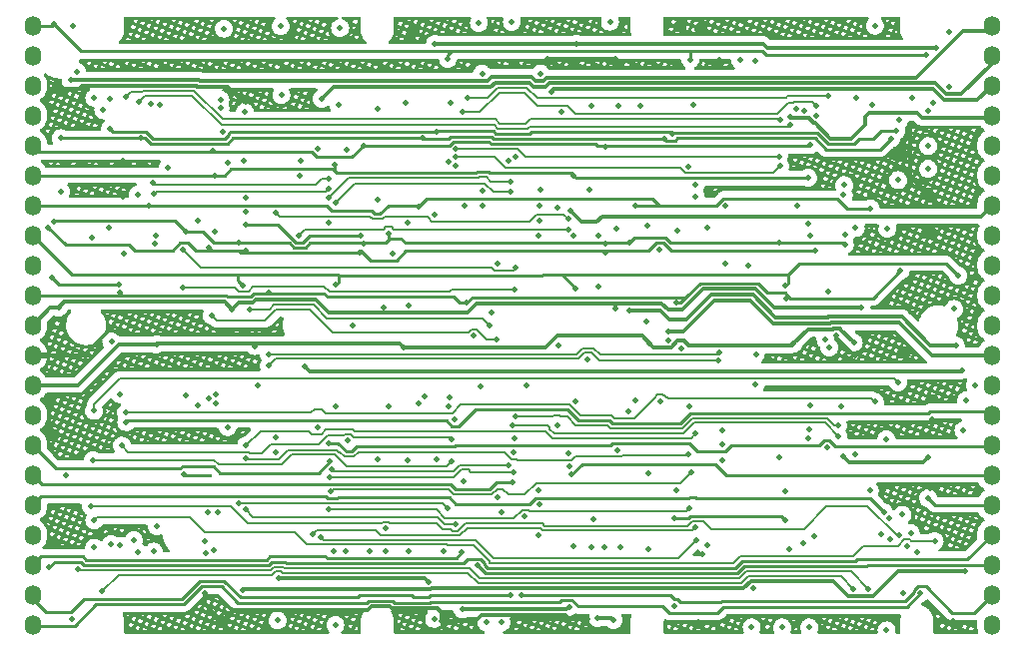
<source format=gbr>
%TF.GenerationSoftware,KiCad,Pcbnew,(6.0.6-0)*%
%TF.CreationDate,2022-07-26T09:11:42-07:00*%
%TF.ProjectId,MTMatrixV3,4d544d61-7472-4697-9856-332e6b696361,rev?*%
%TF.SameCoordinates,Original*%
%TF.FileFunction,Copper,L2,Inr*%
%TF.FilePolarity,Positive*%
%FSLAX46Y46*%
G04 Gerber Fmt 4.6, Leading zero omitted, Abs format (unit mm)*
G04 Created by KiCad (PCBNEW (6.0.6-0)) date 2022-07-26 09:11:42*
%MOMM*%
%LPD*%
G01*
G04 APERTURE LIST*
G04 Aperture macros list*
%AMRoundRect*
0 Rectangle with rounded corners*
0 $1 Rounding radius*
0 $2 $3 $4 $5 $6 $7 $8 $9 X,Y pos of 4 corners*
0 Add a 4 corners polygon primitive as box body*
4,1,4,$2,$3,$4,$5,$6,$7,$8,$9,$2,$3,0*
0 Add four circle primitives for the rounded corners*
1,1,$1+$1,$2,$3*
1,1,$1+$1,$4,$5*
1,1,$1+$1,$6,$7*
1,1,$1+$1,$8,$9*
0 Add four rect primitives between the rounded corners*
20,1,$1+$1,$2,$3,$4,$5,0*
20,1,$1+$1,$4,$5,$6,$7,0*
20,1,$1+$1,$6,$7,$8,$9,0*
20,1,$1+$1,$8,$9,$2,$3,0*%
G04 Aperture macros list end*
%TA.AperFunction,ComponentPad*%
%ADD10RoundRect,0.700000X0.000000X-0.150000X0.000000X-0.150000X0.000000X0.150000X0.000000X0.150000X0*%
%TD*%
%TA.AperFunction,ViaPad*%
%ADD11C,0.500000*%
%TD*%
%TA.AperFunction,Conductor*%
%ADD12C,0.250000*%
%TD*%
%TA.AperFunction,Conductor*%
%ADD13C,0.200000*%
%TD*%
%TA.AperFunction,Conductor*%
%ADD14C,0.300000*%
%TD*%
G04 APERTURE END LIST*
D10*
%TO.N,AX0*%
%TO.C,J1*%
X124460000Y-30480000D03*
%TO.N,AX1*%
X124460000Y-33020000D03*
%TO.N,AX2*%
X124460000Y-35560000D03*
%TO.N,AX3*%
X124460000Y-38100000D03*
%TO.N,AY0*%
X124460000Y-40640000D03*
%TO.N,AY1*%
X124460000Y-43180000D03*
%TO.N,AY2*%
X124460000Y-45720000D03*
%TO.N,DATA*%
X124460000Y-48260000D03*
%TO.N,RESET*%
X124460000Y-50800000D03*
%TO.N,STROBE*%
X124460000Y-53340000D03*
%TO.N,+9V*%
X124460000Y-55880000D03*
%TO.N,GND*%
X124460000Y-58420000D03*
%TO.N,-9V*%
X124460000Y-60960000D03*
%TO.N,AI*%
X124460000Y-63500000D03*
%TO.N,BI*%
X124460000Y-66040000D03*
%TO.N,CI*%
X124460000Y-68580000D03*
%TO.N,DI*%
X124460000Y-71120000D03*
%TO.N,EI*%
X124460000Y-73660000D03*
%TO.N,FI*%
X124460000Y-76200000D03*
%TO.N,GI*%
X124460000Y-78740000D03*
%TO.N,HI*%
X124460000Y-81280000D03*
%TD*%
%TO.N,CS_A*%
%TO.C,J2*%
X205740000Y-30480000D03*
%TO.N,CS_B*%
X205740000Y-33020000D03*
%TO.N,CS_C*%
X205740000Y-35560000D03*
%TO.N,CS_D*%
X205740000Y-38100000D03*
%TO.N,CS_E*%
X205740000Y-40640000D03*
%TO.N,CS_F*%
X205740000Y-43180000D03*
%TO.N,CS_G*%
X205740000Y-45720000D03*
%TO.N,CS_H*%
X205740000Y-48260000D03*
%TO.N,GND2*%
X205740000Y-50800000D03*
%TO.N,Pos_Top*%
X205740000Y-53340000D03*
%TO.N,Pos_Bottom*%
X205740000Y-55880000D03*
%TO.N,Bottom_LEDs*%
X205740000Y-58420000D03*
%TO.N,Top_LEDs*%
X205740000Y-60960000D03*
%TO.N,AJ*%
X205740000Y-63500000D03*
%TO.N,BJ*%
X205740000Y-66040000D03*
%TO.N,CJ*%
X205740000Y-68580000D03*
%TO.N,DJ*%
X205740000Y-71120000D03*
%TO.N,EJ*%
X205740000Y-73660000D03*
%TO.N,FJ*%
X205740000Y-76200000D03*
%TO.N,GJ*%
X205740000Y-78740000D03*
%TO.N,HJ*%
X205740000Y-81280000D03*
%TD*%
D11*
%TO.N,4*%
X135890000Y-42519600D03*
%TO.N,AY2*%
X157175200Y-62484000D03*
X195627892Y-37207735D03*
X134721600Y-75082400D03*
X156108400Y-37025500D03*
X195478400Y-45964700D03*
X195395648Y-69916974D03*
X134331399Y-45720000D03*
X175580500Y-62230000D03*
X157175200Y-45821600D03*
X175961100Y-37283919D03*
X175580500Y-45720000D03*
%TO.N,RESET*%
X126847600Y-40030400D03*
X157530800Y-40030400D03*
X157683200Y-61925200D03*
X197222123Y-40050214D03*
X133594700Y-40030400D03*
X197053200Y-72288400D03*
X178001289Y-40115001D03*
X177657700Y-62331295D03*
X133400800Y-75133200D03*
%TO.N,AX3*%
X131826000Y-74574400D03*
X179414129Y-57821871D03*
X158665399Y-39462300D03*
X198177611Y-71941766D03*
X131014097Y-39205728D03*
X197640000Y-39410000D03*
X159699500Y-62738000D03*
X178674844Y-39658021D03*
%TO.N,AX0*%
X180421435Y-37176300D03*
X180180000Y-33350000D03*
X159775300Y-62029759D03*
X131098887Y-74431064D03*
X130445100Y-37649881D03*
X199007391Y-36588284D03*
X198872080Y-73503724D03*
X126240000Y-30310000D03*
X200201514Y-32981700D03*
X180099397Y-62771113D03*
X159660000Y-33300000D03*
X159918400Y-37025500D03*
%TO.N,/AH0*%
X129661939Y-63139761D03*
X129692400Y-36576000D03*
X197803154Y-60718046D03*
%TO.N,/AH1*%
X131013200Y-36677600D03*
X132377699Y-63311757D03*
X195834000Y-62382400D03*
%TO.N,/AD0*%
X187799315Y-38439103D03*
X132334000Y-36525200D03*
%TO.N,/AD1*%
X133451600Y-36931600D03*
X188630500Y-38912800D03*
%TO.N,/AE0*%
X139293600Y-71780400D03*
X134470000Y-37130000D03*
%TO.N,/AE1*%
X140157200Y-71780400D03*
X135210000Y-37170000D03*
%TO.N,/AF0*%
X145100500Y-65429209D03*
X140377135Y-37465043D03*
%TO.N,/AF1*%
X140370923Y-36765568D03*
X145100500Y-66650791D03*
%TO.N,8*%
X145542000Y-36372800D03*
%TO.N,GND*%
X125800000Y-62160000D03*
X126140000Y-74460000D03*
X156750000Y-30980000D03*
X182670000Y-33390000D03*
X200710000Y-63830000D03*
X192576789Y-56778715D03*
X200740000Y-62270000D03*
X200339500Y-44760000D03*
X171450000Y-80822800D03*
X180840000Y-81030000D03*
X132120000Y-44980000D03*
X198339996Y-58231418D03*
X168129500Y-33260000D03*
X173850000Y-33330000D03*
X192940000Y-62760000D03*
X154380000Y-73122094D03*
X178308000Y-57150000D03*
X197110000Y-74030000D03*
X159156400Y-80975200D03*
X200570000Y-48040000D03*
X181060000Y-30720000D03*
X181203600Y-75336400D03*
X140500000Y-81000000D03*
X198830000Y-38770000D03*
X137250000Y-68550000D03*
X126190000Y-65190000D03*
X171950000Y-72350000D03*
X146354800Y-31020201D03*
X200530000Y-69710000D03*
X142544800Y-36982400D03*
X202450000Y-80980000D03*
X132130000Y-41940000D03*
X139050000Y-78590000D03*
X197799500Y-41490000D03*
X179324000Y-30530800D03*
X126680000Y-35820000D03*
%TO.N,7*%
X142443200Y-37800500D03*
%TO.N,STROBE*%
X198018400Y-51257200D03*
X131836341Y-53120869D03*
X178882100Y-72238026D03*
X188264800Y-72440800D03*
X161273801Y-53969429D03*
X140541577Y-39462300D03*
X188315600Y-53644800D03*
X144466331Y-53127500D03*
X159318900Y-75020096D03*
X131826000Y-61711392D03*
X179006791Y-53950537D03*
%TO.N,6*%
X140970000Y-42113200D03*
%TO.N,-9V*%
X194044487Y-57353200D03*
X176665271Y-74838732D03*
X134946006Y-57495500D03*
X177596800Y-49479200D03*
X143312663Y-57647900D03*
X188925200Y-57454800D03*
X188280500Y-69951600D03*
X142392400Y-41910000D03*
X156291493Y-75020096D03*
X154950100Y-49808295D03*
X155877896Y-57781127D03*
X193360500Y-48209200D03*
X176733200Y-57414100D03*
%TO.N,5*%
X138420000Y-47030000D03*
%TO.N,AX1*%
X137414000Y-47955200D03*
X193294000Y-49072800D03*
X154386740Y-75020096D03*
X175006000Y-48920400D03*
X174281683Y-74729668D03*
X154635200Y-48107600D03*
X187706000Y-48920400D03*
X172964892Y-48946364D03*
X152508383Y-48992810D03*
X187706000Y-67091100D03*
X126273100Y-47091600D03*
X141938038Y-48885300D03*
X137475539Y-61825457D03*
X142497065Y-45093108D03*
%TO.N,AX2*%
X125780800Y-47599600D03*
X139395200Y-62077600D03*
X142560500Y-46294500D03*
X172964892Y-49741356D03*
X139395200Y-49276000D03*
X172893767Y-74662698D03*
X153010211Y-75020096D03*
X152190000Y-49710000D03*
X190820500Y-49580800D03*
X190179500Y-65465500D03*
X142560500Y-49580800D03*
%TO.N,AY0*%
X172427773Y-48311324D03*
X142560500Y-47329900D03*
X190347600Y-40604900D03*
X140013398Y-61713735D03*
X152501600Y-40640000D03*
X152298902Y-48325410D03*
X150985201Y-75020096D03*
X190268321Y-64709900D03*
X173014700Y-40744504D03*
X190347600Y-48260000D03*
X139711048Y-41064001D03*
X171805600Y-74676000D03*
%TO.N,AY1*%
X170332400Y-48310800D03*
X190179500Y-47244000D03*
X149937645Y-75020096D03*
X139903200Y-43180000D03*
X150040054Y-42283166D03*
X190179500Y-43383200D03*
X190325259Y-62660298D03*
X149548247Y-47202500D03*
X170327151Y-74615900D03*
X170332400Y-43180000D03*
X139903200Y-47979500D03*
X140004800Y-62534800D03*
%TO.N,/AG1*%
X165238951Y-66662400D03*
X163170000Y-55940000D03*
X142840000Y-54560000D03*
%TO.N,/AG0*%
X139649200Y-55067200D03*
X165318824Y-65513400D03*
X163770000Y-57100000D03*
%TO.N,/AC1*%
X137210800Y-49479200D03*
X165420500Y-51003200D03*
X165411792Y-41638495D03*
%TO.N,/AC0*%
X165323069Y-52842100D03*
X137160000Y-52730400D03*
X164791873Y-41962539D03*
%TO.N,/AB1*%
X134620000Y-43789600D03*
X149539500Y-43484800D03*
X134940500Y-48260000D03*
%TO.N,/AB0*%
X149539500Y-44297600D03*
X134823200Y-48971200D03*
X134730900Y-44763538D03*
%TO.N,AJ*%
X132400500Y-64097903D03*
X132220673Y-49784940D03*
%TO.N,AI*%
X126085600Y-51816000D03*
X131759500Y-52425600D03*
%TO.N,CS_A*%
X127670500Y-35052000D03*
X129450000Y-48430000D03*
%TO.N,2*%
X130911600Y-47599600D03*
%TO.N,DATA*%
X170500500Y-62331600D03*
X202896498Y-51671150D03*
X171795500Y-37293039D03*
X203352400Y-64770000D03*
X150180500Y-52414193D03*
X139790193Y-74953615D03*
X142259111Y-52480400D03*
X150180500Y-62779999D03*
X189838699Y-37673648D03*
X188280500Y-52527200D03*
X170500500Y-52781200D03*
X150368000Y-37185600D03*
%TO.N,3*%
X133350000Y-44805600D03*
%TO.N,+9V*%
X193131939Y-66979839D03*
X139052874Y-74216297D03*
X174939500Y-63219098D03*
X126860000Y-44520000D03*
X173858022Y-54439368D03*
X126658648Y-54396383D03*
X174142400Y-37277100D03*
X154228800Y-54406800D03*
X153720800Y-37541200D03*
X200364500Y-67091100D03*
X194260000Y-36580000D03*
X154619500Y-62779999D03*
X141368844Y-54515956D03*
X194665600Y-54406800D03*
%TO.N,11*%
X153720800Y-45212000D03*
%TO.N,/BH0*%
X191920000Y-36470000D03*
X191660450Y-57111192D03*
X161340800Y-36626800D03*
%TO.N,/BH1*%
X160934400Y-37800500D03*
X190867159Y-37285518D03*
X191964372Y-57768594D03*
%TO.N,/BD0*%
X160340500Y-40894000D03*
X187706000Y-41605200D03*
%TO.N,/BD1*%
X187807600Y-42367200D03*
X160321083Y-41593233D03*
%TO.N,/BE0*%
X160274772Y-72759500D03*
X142487046Y-71521705D03*
X160340500Y-42367200D03*
%TO.N,/BE1*%
X159715200Y-42011600D03*
X159664400Y-71434100D03*
X141919500Y-70967600D03*
%TO.N,/BF0*%
X164798998Y-67718716D03*
X149820381Y-68138769D03*
X162550000Y-44440000D03*
%TO.N,/BF1*%
X149599853Y-68802600D03*
X165201600Y-68326000D03*
X162610000Y-45720000D03*
%TO.N,15*%
X163819900Y-50660057D03*
%TO.N,14*%
X161030000Y-45760000D03*
%TO.N,13*%
X158532497Y-46519950D03*
%TO.N,12*%
X156210000Y-47193200D03*
%TO.N,/BG1*%
X147000000Y-48250000D03*
X169859500Y-47752000D03*
X169960563Y-67884001D03*
%TO.N,/BG0*%
X169859500Y-46888400D03*
X145080000Y-46360000D03*
X169884500Y-66785001D03*
%TO.N,/BC1*%
X164947600Y-44602400D03*
X150114000Y-45516800D03*
%TO.N,/BC0*%
X164965444Y-43705844D03*
X149539500Y-45110400D03*
%TO.N,BJ*%
X149582299Y-65903799D03*
X147116799Y-43179999D03*
%TO.N,BI*%
X147167600Y-41910000D03*
X149622553Y-67452851D03*
%TO.N,CS_B*%
X148945600Y-36677600D03*
%TO.N,9*%
X148645844Y-40888956D03*
%TO.N,10*%
X151079200Y-41046400D03*
%TO.N,18*%
X171620000Y-44420000D03*
%TO.N,/CH0*%
X185743550Y-58334926D03*
X184420000Y-33390000D03*
%TO.N,/CH1*%
X185715500Y-60943135D03*
X185700000Y-33430000D03*
%TO.N,/CE0*%
X142519507Y-67166900D03*
X180035200Y-66802000D03*
X180019500Y-42418000D03*
%TO.N,/CE1*%
X180658298Y-65065526D03*
X180660500Y-43992800D03*
X142560500Y-66040000D03*
%TO.N,/CF0*%
X180272013Y-68378876D03*
X180660500Y-45008800D03*
X149707600Y-69951600D03*
%TO.N,/CF1*%
X180136800Y-71374000D03*
X149555200Y-71526400D03*
X183200500Y-45770800D03*
%TO.N,22*%
X181610000Y-47599600D03*
%TO.N,21*%
X179070000Y-47904400D03*
%TO.N,20*%
X176580800Y-47447200D03*
%TO.N,19*%
X173939200Y-47701200D03*
%TO.N,/CG1*%
X167386000Y-71091300D03*
X167335200Y-48310800D03*
%TO.N,/CG0*%
X167386000Y-47040800D03*
X167350000Y-69850000D03*
%TO.N,CJ*%
X170150299Y-68557280D03*
X167386000Y-45720000D03*
%TO.N,CI*%
X167487600Y-44399200D03*
X165100000Y-69240400D03*
%TO.N,CS_C*%
X168429759Y-36077300D03*
%TO.N,16*%
X169316400Y-37795200D03*
%TO.N,17*%
X168910000Y-45923200D03*
%TO.N,Net-(C1-Pad2)*%
X145491200Y-30520700D03*
X156362400Y-54203600D03*
%TO.N,Net-(C2-Pad2)*%
X145230000Y-80900000D03*
X151587200Y-55880000D03*
%TO.N,25*%
X189230000Y-45720000D03*
%TO.N,/DH0*%
X200729777Y-37049245D03*
X199440800Y-75133200D03*
%TO.N,/DH1*%
X200355200Y-37693600D03*
X198561340Y-74596400D03*
%TO.N,DI*%
X197910000Y-38500000D03*
X196611613Y-71745901D03*
%TO.N,DJ*%
X200364500Y-70555500D03*
X200364500Y-40690800D03*
%TO.N,/DE0*%
X200901138Y-74184199D03*
X129692400Y-72440800D03*
X200364500Y-42630500D03*
%TO.N,/DE1*%
X197799500Y-43586400D03*
X197866000Y-73710800D03*
X129387600Y-71221600D03*
%TO.N,/DF0*%
X192719500Y-64363600D03*
X193243200Y-43992800D03*
X165409690Y-63631211D03*
%TO.N,/DF1*%
X192735200Y-65278000D03*
X193192400Y-44856400D03*
X165100000Y-64363600D03*
%TO.N,28*%
X196900800Y-47701200D03*
%TO.N,27*%
X194208400Y-47650400D03*
%TO.N,26*%
X191922400Y-53035200D03*
%TO.N,/DG1*%
X185099500Y-50800000D03*
X182930800Y-65989200D03*
%TO.N,/DG0*%
X182930800Y-64770000D03*
X183200500Y-50647600D03*
%TO.N,CS_D*%
X188630500Y-38213297D03*
%TO.N,23*%
X189155309Y-37524376D03*
%TO.N,24*%
X190900500Y-38100000D03*
%TO.N,Net-(D1-Pad2)*%
X173390000Y-30140000D03*
X195834000Y-30480000D03*
X127843987Y-30536164D03*
X172399500Y-52628800D03*
X150520400Y-30683200D03*
%TO.N,Net-(D5-Pad2)*%
X196830000Y-81760000D03*
X176452548Y-55564614D03*
X172364400Y-80705500D03*
X150114000Y-81280000D03*
X173700000Y-80880000D03*
X127827550Y-80774344D03*
%TO.N,36*%
X134970500Y-72925947D03*
%TO.N,/EH0*%
X195310000Y-78226498D03*
X128300000Y-76530000D03*
%TO.N,/EH1*%
X130360000Y-78460000D03*
X194040000Y-78226498D03*
%TO.N,EJ*%
X127320500Y-68580000D03*
X125853272Y-76413309D03*
%TO.N,/EF0*%
X129540000Y-67310000D03*
X160000797Y-67433115D03*
%TO.N,/EF1*%
X132029200Y-66090800D03*
X160000797Y-65534608D03*
%TO.N,40*%
X131133193Y-57244630D03*
%TO.N,39*%
X143560800Y-60960000D03*
%TO.N,38*%
X140970000Y-64516000D03*
%TO.N,37*%
X138430000Y-62687200D03*
%TO.N,/EG1*%
X182634869Y-58179500D03*
X144475200Y-58380897D03*
%TO.N,/EG0*%
X182930800Y-67310000D03*
X144475200Y-59334400D03*
X182585389Y-58907132D03*
%TO.N,CS_E*%
X203454000Y-76774500D03*
X142300000Y-78380000D03*
%TO.N,34*%
X133029500Y-74102972D03*
%TO.N,35*%
X139130690Y-75186766D03*
%TO.N,43*%
X153670000Y-67259200D03*
%TO.N,/FH0*%
X162448300Y-61092022D03*
X164189535Y-81069001D03*
%TO.N,/FH1*%
X160223200Y-63855600D03*
X158486828Y-80772770D03*
%TO.N,FI*%
X160842900Y-75148845D03*
%TO.N,FJ*%
X164230000Y-71710000D03*
X162143500Y-76265411D03*
%TO.N,47*%
X163890786Y-70485000D03*
%TO.N,46*%
X160976953Y-69096247D03*
%TO.N,45*%
X158699200Y-67259200D03*
%TO.N,44*%
X156260800Y-67310000D03*
%TO.N,/FG1*%
X180594000Y-73050400D03*
X148183600Y-73609200D03*
%TO.N,/FG0*%
X148893822Y-73818604D03*
X180695600Y-74107900D03*
%TO.N,CS_F*%
X203218599Y-59684983D03*
X147498482Y-59367426D03*
%TO.N,41*%
X148590000Y-64516000D03*
%TO.N,42*%
X151180800Y-65684400D03*
%TO.N,50*%
X171450000Y-58775600D03*
%TO.N,54*%
X181610000Y-74574400D03*
%TO.N,53*%
X179019200Y-69900800D03*
%TO.N,52*%
X176621500Y-68478400D03*
%TO.N,51*%
X173990000Y-66473801D03*
%TO.N,GJ*%
X167350000Y-73720000D03*
X165912800Y-78794605D03*
%TO.N,GI*%
X164947600Y-78794605D03*
X166170000Y-72110999D03*
%TO.N,CS_G*%
X168987702Y-57641729D03*
X170019973Y-46207553D03*
%TO.N,48*%
X166319200Y-60960000D03*
%TO.N,49*%
X168910000Y-64414400D03*
%TO.N,57*%
X190703200Y-73761600D03*
%TO.N,HI*%
X199710000Y-78600000D03*
%TO.N,HJ*%
X198250922Y-78610922D03*
%TO.N,61_jumper*%
X187990000Y-81500000D03*
X185572400Y-78181200D03*
%TO.N,60*%
X196807089Y-65539889D03*
%TO.N,59*%
X194199687Y-66793287D03*
%TO.N,58*%
X191770000Y-66243200D03*
%TO.N,CS_H*%
X203587004Y-62230000D03*
%TO.N,55*%
X188569600Y-74884695D03*
%TO.N,56*%
X189803912Y-74335512D03*
%TO.N,GND2*%
X162930269Y-81069001D03*
X162280000Y-30250000D03*
X163322000Y-54813200D03*
X161848800Y-56794400D03*
%TO.N,Pos_Top*%
X158550000Y-32020000D03*
X140665200Y-30734000D03*
X202539600Y-54508400D03*
X202119611Y-35689213D03*
X201038889Y-32333289D03*
X170520000Y-32030000D03*
%TO.N,Pos_Bottom*%
X145288000Y-77317600D03*
X158013400Y-77632386D03*
X204317600Y-60960000D03*
%TO.N,Bottom_LEDs*%
X178358800Y-56388000D03*
%TO.N,Top_LEDs*%
X175056800Y-54610000D03*
X202692000Y-57607200D03*
%TO.N,Neg_Top*%
X167520000Y-34530000D03*
X165080000Y-30150000D03*
X162550000Y-34540000D03*
%TO.N,1*%
X128200000Y-34380000D03*
%TO.N,29*%
X202143300Y-31028700D03*
%TO.N,Neg_Bottom*%
X169926000Y-79756000D03*
X178840000Y-79660000D03*
X160869401Y-79988422D03*
%TO.N,33*%
X185400000Y-81500000D03*
X129686690Y-74734513D03*
%TO.N,61*%
X196392800Y-73609200D03*
X190280000Y-81500000D03*
%TD*%
D12*
%TO.N,AY2*%
X182438834Y-45720000D02*
X183013334Y-45145500D01*
X153178034Y-46192900D02*
X153432034Y-46446900D01*
X153907966Y-46446900D02*
X154634866Y-45720000D01*
X177596800Y-45720000D02*
X175580500Y-45720000D01*
X124460000Y-45720000D02*
X149352334Y-45720000D01*
X162887966Y-45185500D02*
X165126166Y-45185500D01*
X153432034Y-46446900D02*
X153907966Y-46446900D01*
X154634866Y-45720000D02*
X157276800Y-45720000D01*
X157276800Y-45720000D02*
X157851300Y-45145500D01*
X177002300Y-45125500D02*
X177596800Y-45720000D01*
X183013334Y-45145500D02*
X192669034Y-45145500D01*
X157276800Y-45720000D02*
X157175200Y-45821600D01*
X165126166Y-45185500D02*
X165186166Y-45125500D01*
X149352334Y-45720000D02*
X149825234Y-46192900D01*
X193488234Y-45964700D02*
X195478400Y-45964700D01*
X157851300Y-45145500D02*
X162847966Y-45145500D01*
X177596800Y-45720000D02*
X182438834Y-45720000D01*
X149825234Y-46192900D02*
X153178034Y-46192900D01*
X192669034Y-45145500D02*
X193488234Y-45964700D01*
X162847966Y-45145500D02*
X162887966Y-45185500D01*
X165186166Y-45125500D02*
X177002300Y-45125500D01*
%TO.N,RESET*%
X126847600Y-40030400D02*
X133594700Y-40030400D01*
X178001289Y-40115001D02*
X178118809Y-40232521D01*
X134004710Y-40030400D02*
X133594700Y-40030400D01*
X163318993Y-39869999D02*
X163512497Y-40063503D01*
X179114931Y-40030400D02*
X190768064Y-40030400D01*
X141421633Y-40030400D02*
X140962532Y-40489501D01*
X140962532Y-40489501D02*
X134463811Y-40489501D01*
X177949791Y-40063503D02*
X178001289Y-40115001D01*
X178912810Y-40232521D02*
X179114931Y-40030400D01*
X157530800Y-40030400D02*
X141421633Y-40030400D01*
X196308335Y-40964002D02*
X197222123Y-40050214D01*
X191701666Y-40964002D02*
X196308335Y-40964002D01*
X159916345Y-39869999D02*
X163318993Y-39869999D01*
X190768064Y-40030400D02*
X191701666Y-40964002D01*
X157530800Y-40030400D02*
X157541202Y-40040802D01*
X134463811Y-40489501D02*
X134004710Y-40030400D01*
X157541202Y-40040802D02*
X159745542Y-40040802D01*
X178118809Y-40232521D02*
X178912810Y-40232521D01*
X159745542Y-40040802D02*
X159916345Y-39869999D01*
X163512497Y-40063503D02*
X177949791Y-40063503D01*
%TO.N,AX3*%
X163505182Y-39420498D02*
X158707201Y-39420498D01*
X131252569Y-39444200D02*
X134054200Y-39444200D01*
X178792364Y-39540501D02*
X190913855Y-39540501D01*
X196401683Y-39410000D02*
X197640000Y-39410000D01*
X131014097Y-39205728D02*
X131252569Y-39444200D01*
X166721314Y-39494002D02*
X166601313Y-39614002D01*
X190913855Y-39540501D02*
X191887855Y-40514501D01*
X158707201Y-39420498D02*
X158665399Y-39462300D01*
X141116077Y-39587751D02*
X141259628Y-39444200D01*
X134054200Y-39444200D02*
X134646800Y-40036800D01*
X194116545Y-40514501D02*
X194532545Y-40098501D01*
X158647299Y-39444200D02*
X158665399Y-39462300D01*
X191887855Y-40514501D02*
X194116545Y-40514501D01*
X178674844Y-39658021D02*
X178792364Y-39540501D01*
X141259628Y-39444200D02*
X158647299Y-39444200D01*
X194532545Y-40098501D02*
X195713182Y-40098501D01*
X141116077Y-39700266D02*
X141116077Y-39587751D01*
X163698686Y-39614002D02*
X163505182Y-39420498D01*
X166601313Y-39614002D02*
X163698686Y-39614002D01*
X195713182Y-40098501D02*
X196401683Y-39410000D01*
X140779543Y-40036800D02*
X141116077Y-39700266D01*
X178674844Y-39658021D02*
X178510825Y-39494002D01*
X134646800Y-40036800D02*
X140779543Y-40036800D01*
X178510825Y-39494002D02*
X166721314Y-39494002D01*
%TO.N,AX0*%
X159944500Y-32645500D02*
X159935500Y-32654500D01*
X186620654Y-32981700D02*
X200201514Y-32981700D01*
X159935500Y-32654500D02*
X128584500Y-32654500D01*
X159660000Y-32930000D02*
X159944500Y-32645500D01*
X180094500Y-32645500D02*
X159944500Y-32645500D01*
X159660000Y-33300000D02*
X159660000Y-32930000D01*
X128584500Y-32654500D02*
X126240000Y-30310000D01*
X124460000Y-30480000D02*
X126070000Y-30480000D01*
X180094500Y-32645500D02*
X180180000Y-32731000D01*
X180094500Y-32645500D02*
X186284454Y-32645500D01*
X180180000Y-32731000D02*
X180180000Y-33350000D01*
X186284454Y-32645500D02*
X186620654Y-32981700D01*
X126070000Y-30480000D02*
X126240000Y-30310000D01*
D13*
%TO.N,/AH0*%
X131833565Y-60393635D02*
X197478743Y-60393635D01*
X129661939Y-62565261D02*
X131833565Y-60393635D01*
X129661939Y-63139761D02*
X129661939Y-62565261D01*
X197478743Y-60393635D02*
X197803154Y-60718046D01*
%TO.N,/AH1*%
X178022697Y-61849641D02*
X178003776Y-61830720D01*
X177918757Y-61787855D02*
X177908171Y-61787855D01*
X175448602Y-63768598D02*
X173738248Y-63768598D01*
X177968971Y-61815195D02*
X177956788Y-61803012D01*
X177108200Y-62103684D02*
X177108200Y-62109000D01*
X178051486Y-61871911D02*
X178029216Y-61849641D01*
X177888045Y-61782347D02*
X177887493Y-61781795D01*
X149265511Y-63347600D02*
X148919211Y-63001300D01*
X160734190Y-62618299D02*
X160004889Y-63347600D01*
X177979448Y-61815195D02*
X177968971Y-61815195D01*
X177945383Y-61803012D02*
X177936370Y-61793999D01*
X178294834Y-62110798D02*
X178081438Y-61897402D01*
X173738248Y-63768598D02*
X173491146Y-63521497D01*
X177924901Y-61793999D02*
X177918757Y-61787855D01*
X170849547Y-63521497D02*
X169946349Y-62618299D01*
X177904469Y-61784153D02*
X177895746Y-61784153D01*
X177895746Y-61784153D02*
X177893940Y-61782347D01*
X169946349Y-62618299D02*
X160734190Y-62618299D01*
X178081438Y-61897402D02*
X178080745Y-61897402D01*
X148919211Y-63001300D02*
X148362389Y-63001300D01*
X177908171Y-61787855D02*
X177904469Y-61784153D01*
X195834000Y-62382400D02*
X195562398Y-62110798D01*
X177994973Y-61830720D02*
X177979448Y-61815195D01*
X178055254Y-61871911D02*
X178051486Y-61871911D01*
X148362389Y-63001300D02*
X148051932Y-63311757D01*
X173491146Y-63521497D02*
X170849547Y-63521497D01*
X177956788Y-61803012D02*
X177945383Y-61803012D01*
X160004889Y-63347600D02*
X149265511Y-63347600D01*
X177108200Y-62109000D02*
X175448602Y-63768598D01*
X177893940Y-61782347D02*
X177888045Y-61782347D01*
X148051932Y-63311757D02*
X132377699Y-63311757D01*
X178003776Y-61830720D02*
X177994973Y-61830720D01*
X195562398Y-62110798D02*
X178294834Y-62110798D01*
X177887493Y-61781795D02*
X177430089Y-61781795D01*
X177430089Y-61781795D02*
X177108200Y-62103684D01*
X177936370Y-61793999D02*
X177924901Y-61793999D01*
X178029216Y-61849641D02*
X178022697Y-61849641D01*
X178080745Y-61897402D02*
X178055254Y-61871911D01*
%TO.N,/AD0*%
X133807721Y-36010499D02*
X138145479Y-36010499D01*
X132748701Y-36110499D02*
X133707721Y-36110499D01*
X164040000Y-38790000D02*
X166260000Y-38790000D01*
X133707721Y-36110499D02*
X133807721Y-36010499D01*
X132334000Y-36525200D02*
X132748701Y-36110499D01*
X166260000Y-38790000D02*
X166646800Y-38403200D01*
X163653200Y-38403200D02*
X164040000Y-38790000D01*
X166646800Y-38403200D02*
X187763412Y-38403200D01*
X140538180Y-38403200D02*
X163653200Y-38403200D01*
X138145479Y-36010499D02*
X140538180Y-38403200D01*
X187763412Y-38403200D02*
X187799315Y-38439103D01*
%TO.N,/AD1*%
X163597820Y-38912800D02*
X163874521Y-39189501D01*
X188473799Y-39069501D02*
X188630500Y-38912800D01*
X166545479Y-39069501D02*
X188473799Y-39069501D01*
X133973200Y-36410000D02*
X137980000Y-36410000D01*
X133451600Y-36931600D02*
X133973200Y-36410000D01*
X140482800Y-38912800D02*
X163597820Y-38912800D01*
X166425479Y-39189501D02*
X166545479Y-39069501D01*
X163874521Y-39189501D02*
X166425479Y-39189501D01*
X137980000Y-36410000D02*
X140482800Y-38912800D01*
D14*
%TO.N,GND*%
X125800000Y-64820000D02*
X126170000Y-65190000D01*
X198830000Y-40459500D02*
X197799500Y-41490000D01*
X138331668Y-35560998D02*
X128619002Y-35560998D01*
X198830000Y-38770000D02*
X198830000Y-40459500D01*
X192576789Y-56926789D02*
X192576789Y-56778715D01*
X169926000Y-80822800D02*
X171450000Y-80822800D01*
X125800000Y-62160000D02*
X125800000Y-64820000D01*
X142544800Y-36982400D02*
X142352400Y-36982400D01*
X194160000Y-58510000D02*
X192576789Y-56926789D01*
X158747503Y-79877503D02*
X154897020Y-79877503D01*
X154749517Y-79730000D02*
X153152233Y-79730000D01*
X126170000Y-65190000D02*
X126190000Y-65190000D01*
X142352400Y-36982400D02*
X141010998Y-35640998D01*
X159156400Y-80975200D02*
X159156400Y-80286400D01*
X138411668Y-35640998D02*
X138331668Y-35560998D01*
X162506899Y-80469501D02*
X169572701Y-80469501D01*
X168199500Y-33330000D02*
X168129500Y-33260000D01*
X153152233Y-79730000D02*
X152822233Y-80060000D01*
X159156400Y-80286400D02*
X158747503Y-79877503D01*
X128619002Y-35560998D02*
X128360000Y-35820000D01*
X198830000Y-43250500D02*
X200339500Y-44760000D01*
X139050000Y-78590000D02*
X139050000Y-79550000D01*
X159156400Y-80975200D02*
X162001200Y-80975200D01*
X152822233Y-80060000D02*
X141440000Y-80060000D01*
X141440000Y-80060000D02*
X140500000Y-81000000D01*
X198830000Y-38770000D02*
X198830000Y-43250500D01*
X141010998Y-35640998D02*
X138411668Y-35640998D01*
X162001200Y-80975200D02*
X162506899Y-80469501D01*
X173850000Y-33330000D02*
X168199500Y-33330000D01*
X128360000Y-35820000D02*
X126680000Y-35820000D01*
X154897020Y-79877503D02*
X154749517Y-79730000D01*
X124460000Y-58420000D02*
X128780000Y-58420000D01*
X128780000Y-58410000D02*
X131070000Y-56120000D01*
X128780000Y-58420000D02*
X128780000Y-58410000D01*
X139050000Y-79550000D02*
X140500000Y-81000000D01*
X169572701Y-80469501D02*
X169926000Y-80822800D01*
D12*
%TO.N,STROBE*%
X143198639Y-53184897D02*
X149155361Y-53184897D01*
X132334000Y-53340000D02*
X140863934Y-53340000D01*
X161273801Y-53969429D02*
X161719991Y-53523239D01*
X140863934Y-53340000D02*
X140983635Y-53459701D01*
X160639429Y-53969429D02*
X161273801Y-53969429D01*
X142923835Y-53459701D02*
X143198639Y-53184897D01*
X186737845Y-53127998D02*
X188205198Y-53127998D01*
X188686900Y-53609700D02*
X195665900Y-53609700D01*
X195665900Y-53609700D02*
X198018400Y-51257200D01*
X149430165Y-53459701D02*
X160129701Y-53459701D01*
X124460000Y-53340000D02*
X132334000Y-53340000D01*
X149155361Y-53184897D02*
X149430165Y-53459701D01*
X187900399Y-72076399D02*
X180190554Y-72076399D01*
X179801161Y-53523239D02*
X179984400Y-53340000D01*
X185926344Y-52316497D02*
X186737845Y-53127998D01*
X181007903Y-52316497D02*
X185926344Y-52316497D01*
X132334000Y-53340000D02*
X132055472Y-53340000D01*
X161719991Y-53523239D02*
X179801161Y-53523239D01*
X179984400Y-53340000D02*
X181007903Y-52316497D01*
X188264800Y-72440800D02*
X187900399Y-72076399D01*
X180190554Y-72076399D02*
X180028927Y-72238026D01*
X188315600Y-53441600D02*
X188315600Y-53644800D01*
X188417200Y-53340000D02*
X188686900Y-53609700D01*
X140983635Y-53459701D02*
X142923835Y-53459701D01*
X132055472Y-53340000D02*
X131836341Y-53120869D01*
X179373863Y-53950537D02*
X179006791Y-53950537D01*
X180028927Y-72238026D02*
X178882100Y-72238026D01*
X188417200Y-53340000D02*
X188315600Y-53441600D01*
X179984400Y-53340000D02*
X179373863Y-53950537D01*
X188205198Y-53127998D02*
X188417200Y-53340000D01*
X160129701Y-53459701D02*
X160639429Y-53969429D01*
D14*
%TO.N,-9V*%
X192841607Y-56184906D02*
X192842716Y-56186015D01*
X179658144Y-57195122D02*
X179110700Y-57195122D01*
X188925200Y-57454800D02*
X188800000Y-57580000D01*
X188800000Y-57580000D02*
X180043022Y-57580000D01*
X192828460Y-56180383D02*
X192830264Y-56182187D01*
X192826241Y-56179966D02*
X192827262Y-56179966D01*
X192856493Y-56189902D02*
X192857091Y-56190500D01*
X178556322Y-57749500D02*
X177068600Y-57749500D01*
X192837925Y-56184906D02*
X192841607Y-56184906D01*
X168933194Y-56780580D02*
X176099680Y-56780580D01*
X192888322Y-56220500D02*
X192911787Y-56220500D01*
X128265645Y-60960000D02*
X131730145Y-57495500D01*
X176099680Y-56780580D02*
X176733200Y-57414100D01*
X192827679Y-56180383D02*
X192828460Y-56180383D01*
X180043022Y-57580000D02*
X179658144Y-57195122D01*
X124460000Y-60960000D02*
X128265645Y-60960000D01*
X192857091Y-56190500D02*
X192858322Y-56190500D01*
X192844892Y-56186015D02*
X192848779Y-56189902D01*
X155551569Y-57454800D02*
X134986706Y-57454800D01*
X192842716Y-56186015D02*
X192844892Y-56186015D01*
X179110700Y-57195122D02*
X178556322Y-57749500D01*
X131730145Y-57495500D02*
X134946006Y-57495500D01*
X192287182Y-56220500D02*
X192328467Y-56179215D01*
X167932647Y-57781127D02*
X168933194Y-56780580D01*
X192825111Y-56179215D02*
X192825118Y-56179217D01*
X190159500Y-56220500D02*
X192287182Y-56220500D01*
X192833657Y-56182187D02*
X192834466Y-56182996D01*
X192825693Y-56179418D02*
X192826241Y-56179966D01*
X192834466Y-56182996D02*
X192836015Y-56182996D01*
X192827262Y-56179966D02*
X192827679Y-56180383D01*
X192911787Y-56220500D02*
X194044487Y-57353200D01*
X192830264Y-56182187D02*
X192833657Y-56182187D01*
X192825319Y-56179418D02*
X192825693Y-56179418D01*
X134986706Y-57454800D02*
X134946006Y-57495500D01*
X188925200Y-57454800D02*
X190159500Y-56220500D01*
X192328467Y-56179215D02*
X192825111Y-56179215D01*
X177068600Y-57749500D02*
X176733200Y-57414100D01*
X192825118Y-56179217D02*
X192825319Y-56179418D01*
X155877896Y-57781127D02*
X167932647Y-57781127D01*
X192848779Y-56189902D02*
X192856493Y-56189902D01*
X155877896Y-57781127D02*
X155551569Y-57454800D01*
X192836015Y-56182996D02*
X192837925Y-56184906D01*
X192858322Y-56190500D02*
X192888322Y-56220500D01*
D12*
%TO.N,AX1*%
X136483900Y-47025100D02*
X126339600Y-47025100D01*
X156048256Y-48920400D02*
X175006000Y-48920400D01*
X175471201Y-48455199D02*
X178071755Y-48455199D01*
X139852066Y-48920400D02*
X138886866Y-47955200D01*
X146595845Y-49294001D02*
X147574155Y-49294001D01*
X152501600Y-48920400D02*
X154381200Y-48920400D01*
X155684655Y-48556799D02*
X156048256Y-48920400D01*
X138886866Y-47955200D02*
X137414000Y-47955200D01*
X152501600Y-48986027D02*
X152508383Y-48992810D01*
X147574155Y-49294001D02*
X147947756Y-48920400D01*
X178536956Y-48920400D02*
X193141600Y-48920400D01*
X142204900Y-48885300D02*
X141938038Y-48885300D01*
X146222244Y-48920400D02*
X146595845Y-49294001D01*
X154381200Y-48920400D02*
X154744801Y-48556799D01*
X142240000Y-48920400D02*
X146222244Y-48920400D01*
X142240000Y-48920400D02*
X142204900Y-48885300D01*
X178071755Y-48455199D02*
X178536956Y-48920400D01*
X154381200Y-48920400D02*
X154635200Y-48666400D01*
X154744801Y-48556799D02*
X155684655Y-48556799D01*
X193141600Y-48920400D02*
X193294000Y-49072800D01*
X175006000Y-48920400D02*
X175471201Y-48455199D01*
X154635200Y-48666400D02*
X154635200Y-48107600D01*
X137414000Y-47955200D02*
X136483900Y-47025100D01*
X142240000Y-48920400D02*
X139852066Y-48920400D01*
X152501600Y-48920400D02*
X152501600Y-48986027D01*
X147947756Y-48920400D02*
X152501600Y-48920400D01*
X126339600Y-47025100D02*
X126273100Y-47091600D01*
%TO.N,AX2*%
X172821600Y-49598064D02*
X172964892Y-49741356D01*
X139903200Y-49580800D02*
X139700000Y-49580800D01*
X177885566Y-48904700D02*
X178561666Y-49580800D01*
X172821600Y-49580800D02*
X172821600Y-49598064D01*
X141935200Y-49580800D02*
X142560500Y-49580800D01*
X139903200Y-49580800D02*
X141935200Y-49580800D01*
X152298400Y-49580800D02*
X152135698Y-49743502D01*
X138277600Y-49580800D02*
X139903200Y-49580800D01*
X156075590Y-49580800D02*
X172821600Y-49580800D01*
X176682734Y-49580800D02*
X177358834Y-48904700D01*
X177358834Y-48904700D02*
X177885566Y-48904700D01*
X172821600Y-49580800D02*
X176682734Y-49580800D01*
X155273595Y-50382795D02*
X156075590Y-49580800D01*
X139700000Y-49580800D02*
X139395200Y-49276000D01*
X152190000Y-49710000D02*
X152298400Y-49601600D01*
X152298400Y-49601600D02*
X152298400Y-49580800D01*
X152298400Y-49580800D02*
X153100395Y-50382795D01*
X137601500Y-48904700D02*
X138277600Y-49580800D01*
X152135698Y-49743502D02*
X142097902Y-49743502D01*
X153100395Y-50382795D02*
X155273595Y-50382795D01*
X136314835Y-49562699D02*
X136972834Y-48904700D01*
X136972834Y-48904700D02*
X137601500Y-48904700D01*
X133144065Y-49562699D02*
X136314835Y-49562699D01*
X127238300Y-49057100D02*
X132638466Y-49057100D01*
X142097902Y-49743502D02*
X141935200Y-49580800D01*
X125780800Y-47599600D02*
X127238300Y-49057100D01*
X132638466Y-49057100D02*
X133144065Y-49562699D01*
X178561666Y-49580800D02*
X190820500Y-49580800D01*
%TO.N,AY0*%
X159782034Y-40640000D02*
X152501600Y-40640000D01*
X147387966Y-48844500D02*
X147907056Y-48325410D01*
X163326308Y-40513004D02*
X163132804Y-40319500D01*
X125011101Y-41191101D02*
X148125435Y-41191101D01*
X172313600Y-40640000D02*
X172910196Y-40640000D01*
X178239255Y-40689501D02*
X178246734Y-40682022D01*
X142560500Y-47329900D02*
X145267434Y-47329900D01*
X177763323Y-40689501D02*
X178239255Y-40689501D01*
X172313600Y-40640000D02*
X172355622Y-40682022D01*
X124460000Y-40640000D02*
X125011101Y-41191101D01*
X190270478Y-40682022D02*
X190347600Y-40604900D01*
X147907056Y-48325410D02*
X152298902Y-48325410D01*
X178246734Y-40682022D02*
X190270478Y-40682022D01*
X160102534Y-40319500D02*
X159782034Y-40640000D01*
X151520700Y-41620900D02*
X152501600Y-40640000D01*
X146782034Y-48844500D02*
X147387966Y-48844500D01*
X172186604Y-40513004D02*
X163326308Y-40513004D01*
X177755844Y-40682022D02*
X177763323Y-40689501D01*
X172355622Y-40682022D02*
X177755844Y-40682022D01*
X172910196Y-40640000D02*
X173014700Y-40744504D01*
X145267434Y-47329900D02*
X146782034Y-48844500D01*
X148125435Y-41191101D02*
X148555234Y-41620900D01*
X163132804Y-40319500D02*
X160102534Y-40319500D01*
X172313600Y-40640000D02*
X172186604Y-40513004D01*
X148555234Y-41620900D02*
X151520700Y-41620900D01*
%TO.N,AY1*%
X140715666Y-43180000D02*
X141290167Y-42605499D01*
X170332400Y-43180000D02*
X170544401Y-43392001D01*
X162048686Y-42945998D02*
X162113686Y-42880998D01*
X150040054Y-42750454D02*
X150158400Y-42868800D01*
X124460000Y-43180000D02*
X139903200Y-43180000D01*
X139903200Y-43180000D02*
X140715666Y-43180000D01*
X149895099Y-42605499D02*
X150158400Y-42868800D01*
X170544401Y-43392001D02*
X190170699Y-43392001D01*
X163076314Y-42880998D02*
X163141313Y-42945998D01*
X163141313Y-42945998D02*
X170098398Y-42945998D01*
X150235598Y-42945998D02*
X162048686Y-42945998D01*
X150040054Y-42283166D02*
X150040054Y-42750454D01*
X150158400Y-42868800D02*
X150235598Y-42945998D01*
X141290167Y-42605499D02*
X149895099Y-42605499D01*
X162113686Y-42880998D02*
X163076314Y-42880998D01*
X170098398Y-42945998D02*
X170332400Y-43180000D01*
X190170699Y-43392001D02*
X190179500Y-43383200D01*
D13*
%TO.N,/AG1*%
X163170000Y-55940000D02*
X162560500Y-55330500D01*
X144916044Y-54161299D02*
X144517343Y-54560000D01*
X149418280Y-55330500D02*
X148249079Y-54161299D01*
X148249079Y-54161299D02*
X144916044Y-54161299D01*
X162560500Y-55330500D02*
X149418280Y-55330500D01*
X144517343Y-54560000D02*
X142840000Y-54560000D01*
%TO.N,/AG0*%
X145081523Y-54560800D02*
X147966672Y-54560800D01*
X139649200Y-55067200D02*
X140067017Y-55485017D01*
X140067017Y-55485017D02*
X144157306Y-55485017D01*
X162931511Y-57100000D02*
X163770000Y-57100000D01*
X161621189Y-56244900D02*
X162076411Y-56244900D01*
X144157306Y-55485017D02*
X145081523Y-54560800D01*
X162076411Y-56244900D02*
X162931511Y-57100000D01*
X149895472Y-56489600D02*
X161376489Y-56489600D01*
X147966672Y-54560800D02*
X149895472Y-56489600D01*
X161376489Y-56489600D02*
X161621189Y-56244900D01*
%TO.N,/AC1*%
X163564046Y-51209557D02*
X163357689Y-51003200D01*
X165214143Y-51209557D02*
X163564046Y-51209557D01*
X138734800Y-51003200D02*
X137210800Y-49479200D01*
X165420500Y-51003200D02*
X165214143Y-51209557D01*
X163357689Y-51003200D02*
X138734800Y-51003200D01*
%TO.N,/AC0*%
X142748000Y-53035200D02*
X143154400Y-52628800D01*
X149606000Y-53035200D02*
X159766000Y-53035200D01*
X143154400Y-52628800D02*
X143154400Y-52578000D01*
X159959100Y-52842100D02*
X165323069Y-52842100D01*
X141935200Y-53035200D02*
X142748000Y-53035200D01*
X149148800Y-52578000D02*
X149606000Y-53035200D01*
X141630400Y-52730400D02*
X141935200Y-53035200D01*
X143154400Y-52578000D02*
X149148800Y-52578000D01*
X137160000Y-52730400D02*
X141630400Y-52730400D01*
X159766000Y-53035200D02*
X159959100Y-52842100D01*
%TO.N,/AB1*%
X148488400Y-43942000D02*
X134772400Y-43942000D01*
X134772400Y-43942000D02*
X134620000Y-43789600D01*
X148945600Y-43484800D02*
X148488400Y-43942000D01*
X149539500Y-43484800D02*
X148945600Y-43484800D01*
%TO.N,/AB0*%
X149304203Y-44532897D02*
X134961541Y-44532897D01*
X149539500Y-44297600D02*
X149304203Y-44532897D01*
X134961541Y-44532897D02*
X134730900Y-44763538D01*
D12*
%TO.N,AJ*%
X132556903Y-63941500D02*
X132400500Y-64097903D01*
X173562415Y-64193099D02*
X173315313Y-63945998D01*
X159496634Y-63941500D02*
X132556903Y-63941500D01*
X173315313Y-63945998D02*
X170673714Y-63945998D01*
X170673714Y-63945998D02*
X169770516Y-63042800D01*
X180201886Y-63336398D02*
X179345185Y-64193099D01*
X169770516Y-63042800D02*
X161965766Y-63042800D01*
X179345185Y-64193099D02*
X173562415Y-64193099D01*
X161965766Y-63042800D02*
X160578466Y-64430100D01*
X159985234Y-64430100D02*
X159496634Y-63941500D01*
X200492034Y-63165500D02*
X200321136Y-63336398D01*
X160578466Y-64430100D02*
X159985234Y-64430100D01*
X200321136Y-63336398D02*
X180201886Y-63336398D01*
X205740000Y-63500000D02*
X205405500Y-63165500D01*
X205405500Y-63165500D02*
X200492034Y-63165500D01*
%TO.N,AI*%
X126695200Y-52425600D02*
X131759500Y-52425600D01*
X126085600Y-51816000D02*
X126695200Y-52425600D01*
D14*
%TO.N,CS_A*%
X205280000Y-30940000D02*
X203280000Y-30940000D01*
X168026324Y-34871498D02*
X167768322Y-35129500D01*
X203280000Y-30940000D02*
X199348502Y-34871498D01*
X167066572Y-35129500D02*
X166738568Y-34801497D01*
X163018322Y-35139500D02*
X138616572Y-35139500D01*
X166738568Y-34801497D02*
X163356325Y-34801497D01*
X163356325Y-34801497D02*
X163018322Y-35139500D01*
X138529072Y-35052000D02*
X127670500Y-35052000D01*
X138616572Y-35139500D02*
X138529072Y-35052000D01*
X167768322Y-35129500D02*
X167066572Y-35129500D01*
X205740000Y-30480000D02*
X205280000Y-30940000D01*
X199348502Y-34871498D02*
X168026324Y-34871498D01*
D12*
%TO.N,DATA*%
X141884400Y-52105689D02*
X142259111Y-52480400D01*
X188468000Y-51612800D02*
X188468000Y-52339700D01*
X150389258Y-51634058D02*
X167669542Y-51634058D01*
X150368000Y-52226693D02*
X150180500Y-52414193D01*
X167690800Y-51612800D02*
X188468000Y-51612800D01*
X188468000Y-52339700D02*
X188280500Y-52527200D01*
X150368000Y-51612800D02*
X150368000Y-52226693D01*
X188468000Y-51612800D02*
X189448900Y-50631900D01*
X167690800Y-51612800D02*
X169332100Y-51612800D01*
X124460000Y-48260000D02*
X127812800Y-51612800D01*
X169332100Y-51612800D02*
X170500500Y-52781200D01*
X167669542Y-51634058D02*
X167690800Y-51612800D01*
X141884400Y-51612800D02*
X150368000Y-51612800D01*
X127812800Y-51612800D02*
X141884400Y-51612800D01*
X141884400Y-51612800D02*
X141884400Y-52105689D01*
X201857248Y-50631900D02*
X202896498Y-51671150D01*
X189448900Y-50631900D02*
X201857248Y-50631900D01*
X150368000Y-51612800D02*
X150389258Y-51634058D01*
D14*
%TO.N,+9V*%
X141950598Y-53934202D02*
X141368844Y-54515956D01*
X149526570Y-54803100D02*
X148435268Y-53711798D01*
X124460000Y-55880000D02*
X125943617Y-54396383D01*
X199952500Y-67503100D02*
X193655200Y-67503100D01*
X193655200Y-67503100D02*
X193131939Y-66979839D01*
X187345601Y-54406800D02*
X185729799Y-52790998D01*
X140762888Y-53910000D02*
X127145031Y-53910000D01*
X144729855Y-53711798D02*
X144714653Y-53727000D01*
X127145031Y-53910000D02*
X126658648Y-54396383D01*
X162080552Y-54010500D02*
X161287952Y-54803100D01*
X177754502Y-54010500D02*
X173847700Y-54010500D01*
X125943617Y-54396383D02*
X126658648Y-54396383D01*
X181300200Y-52790998D02*
X179541161Y-54550037D01*
X200364500Y-67091100D02*
X199952500Y-67503100D01*
X185729799Y-52790998D02*
X181300200Y-52790998D01*
X194665600Y-54406800D02*
X187345601Y-54406800D01*
X179541161Y-54550037D02*
X178294039Y-54550037D01*
X143327581Y-53727000D02*
X143120379Y-53934202D01*
X173847700Y-54429046D02*
X173847700Y-54010500D01*
X144714653Y-53727000D02*
X143327581Y-53727000D01*
X141368844Y-54515956D02*
X140762888Y-53910000D01*
X178294039Y-54550037D02*
X177754502Y-54010500D01*
X143120379Y-53934202D02*
X141950598Y-53934202D01*
X148435268Y-53711798D02*
X144729855Y-53711798D01*
X161287952Y-54803100D02*
X149526570Y-54803100D01*
X173858022Y-54439368D02*
X173847700Y-54429046D01*
X173847700Y-54010500D02*
X162080552Y-54010500D01*
D13*
%TO.N,/BH0*%
X163844521Y-35750499D02*
X166345479Y-35750499D01*
X188446242Y-36470000D02*
X191920000Y-36470000D01*
X161340800Y-36626800D02*
X162968220Y-36626800D01*
X166345479Y-35750499D02*
X167221780Y-36626800D01*
X167221780Y-36626800D02*
X188289442Y-36626800D01*
X162968220Y-36626800D02*
X163844521Y-35750499D01*
X188289442Y-36626800D02*
X188446242Y-36470000D01*
%TO.N,/BH1*%
X169782900Y-37245700D02*
X167275700Y-37245700D01*
X170484800Y-37947600D02*
X169782900Y-37245700D01*
X188910874Y-36991700D02*
X188489522Y-36991700D01*
X167275700Y-37245700D02*
X166180000Y-36150000D01*
X190556517Y-36974876D02*
X188927698Y-36974876D01*
X166180000Y-36150000D02*
X164010000Y-36150000D01*
X187533622Y-37947600D02*
X170484800Y-37947600D01*
X190867159Y-37285518D02*
X190556517Y-36974876D01*
X188927698Y-36974876D02*
X188910874Y-36991700D01*
X164010000Y-36150000D02*
X162359500Y-37800500D01*
X188489522Y-36991700D02*
X187533622Y-37947600D01*
X162359500Y-37800500D02*
X160934400Y-37800500D01*
%TO.N,/BD0*%
X165549906Y-40937506D02*
X160384006Y-40937506D01*
X160384006Y-40937506D02*
X160340500Y-40894000D01*
X166217600Y-41605200D02*
X165549906Y-40937506D01*
X187706000Y-41605200D02*
X166217600Y-41605200D01*
%TO.N,/BD1*%
X187807600Y-42367200D02*
X187207300Y-42967500D01*
X179791889Y-42967500D02*
X179343989Y-42519600D01*
X187207300Y-42967500D02*
X179791889Y-42967500D01*
X164541200Y-42519600D02*
X163614833Y-41593233D01*
X179343989Y-42519600D02*
X164541200Y-42519600D01*
X163614833Y-41593233D02*
X160321083Y-41593233D01*
%TO.N,/BE0*%
X160274670Y-72759398D02*
X160274772Y-72759500D01*
X143138434Y-72173093D02*
X158742473Y-72173093D01*
X159328778Y-72759398D02*
X160274670Y-72759398D01*
X142487046Y-71521705D02*
X143138434Y-72173093D01*
X158742473Y-72173093D02*
X159328778Y-72759398D01*
%TO.N,/BE1*%
X159197900Y-70967600D02*
X159664400Y-71434100D01*
X141919500Y-70967600D02*
X159197900Y-70967600D01*
%TO.N,/BF0*%
X149940613Y-68259001D02*
X160116508Y-68259001D01*
X160116508Y-68259001D02*
X160656793Y-67718716D01*
X149820381Y-68138769D02*
X149940613Y-68259001D01*
X160656793Y-67718716D02*
X164798998Y-67718716D01*
%TO.N,/BF1*%
X160808389Y-68132100D02*
X160137889Y-68802600D01*
X161416011Y-68132100D02*
X160808389Y-68132100D01*
X165201600Y-68326000D02*
X161609911Y-68326000D01*
X160137889Y-68802600D02*
X149599853Y-68802600D01*
X161609911Y-68326000D02*
X161416011Y-68132100D01*
%TO.N,/BG1*%
X154407589Y-47558100D02*
X154195689Y-47770000D01*
X155056711Y-47752000D02*
X154862811Y-47558100D01*
X169859500Y-47752000D02*
X155056711Y-47752000D01*
X147480000Y-47770000D02*
X147000000Y-48250000D01*
X154862811Y-47558100D02*
X154407589Y-47558100D01*
X154195689Y-47770000D02*
X147480000Y-47770000D01*
%TO.N,/BG0*%
X157949137Y-46643700D02*
X157982997Y-46677560D01*
X145237200Y-46482000D02*
X145398900Y-46643700D01*
X154311501Y-46643700D02*
X157949137Y-46643700D01*
X169462400Y-46491300D02*
X169859500Y-46888400D01*
X145398900Y-46643700D02*
X153028498Y-46643700D01*
X153256200Y-46871401D02*
X154083801Y-46871401D01*
X153028498Y-46643700D02*
X153256200Y-46871401D01*
X157982997Y-46677560D02*
X157982997Y-46747561D01*
X166567389Y-47082300D02*
X167158389Y-46491300D01*
X158304886Y-47069450D02*
X158374887Y-47069450D01*
X154083801Y-46871401D02*
X154311501Y-46643700D01*
X167158389Y-46491300D02*
X169462400Y-46491300D01*
X158374887Y-47069450D02*
X158387737Y-47082300D01*
X158387737Y-47082300D02*
X166567389Y-47082300D01*
X157982997Y-46747561D02*
X158304886Y-47069450D01*
%TO.N,/BC1*%
X162777611Y-43890500D02*
X151740300Y-43890500D01*
X164947600Y-44602400D02*
X163489511Y-44602400D01*
X163489511Y-44602400D02*
X162777611Y-43890500D01*
X151740300Y-43890500D02*
X150114000Y-45516800D01*
%TO.N,/BC0*%
X162214521Y-43370499D02*
X162264521Y-43320499D01*
X162915479Y-43320499D02*
X163300824Y-43705844D01*
X151279401Y-43370499D02*
X162214521Y-43370499D01*
X149539500Y-45110400D02*
X151279401Y-43370499D01*
X162264521Y-43320499D02*
X162915479Y-43320499D01*
X163300824Y-43705844D02*
X164965444Y-43705844D01*
D12*
%TO.N,BJ*%
X180764550Y-66563700D02*
X180100151Y-65899301D01*
X151044434Y-66614500D02*
X150333733Y-65903799D01*
X150333733Y-65903799D02*
X149582299Y-65903799D01*
X160276566Y-66087900D02*
X160188100Y-66176366D01*
X151520366Y-66614500D02*
X151044434Y-66614500D01*
X160188100Y-66176366D02*
X151958500Y-66176366D01*
X191125634Y-66075100D02*
X183657366Y-66075100D01*
X192496566Y-66157300D02*
X192007966Y-65668700D01*
X183657366Y-66075100D02*
X183168766Y-66563700D01*
X173415500Y-66087900D02*
X160276566Y-66087900D01*
X205622700Y-66157300D02*
X192496566Y-66157300D01*
X183168766Y-66563700D02*
X180764550Y-66563700D01*
X151958500Y-66176366D02*
X151520366Y-66614500D01*
X173604099Y-65899301D02*
X173415500Y-66087900D01*
X180100151Y-65899301D02*
X173604099Y-65899301D01*
X191532034Y-65668700D02*
X191125634Y-66075100D01*
X192007966Y-65668700D02*
X191532034Y-65668700D01*
X205740000Y-66040000D02*
X205622700Y-66157300D01*
%TO.N,BI*%
X137132034Y-67855500D02*
X139797565Y-67855500D01*
X136993700Y-67993834D02*
X137132034Y-67855500D01*
X126413834Y-67993834D02*
X136993700Y-67993834D01*
X140336966Y-68394901D02*
X148680503Y-68394901D01*
X148680503Y-68394901D02*
X149622553Y-67452851D01*
X124460000Y-66040000D02*
X126413834Y-67993834D01*
X139797565Y-67855500D02*
X140336966Y-68394901D01*
D14*
%TO.N,CS_B*%
X205740000Y-33700000D02*
X203151287Y-36288713D01*
X203151287Y-36288713D02*
X201871289Y-36288713D01*
X168233225Y-35370999D02*
X167925223Y-35679001D01*
X166909671Y-35679001D02*
X166531668Y-35300998D01*
X163658332Y-35300998D02*
X163270329Y-35689001D01*
X205740000Y-33020000D02*
X205740000Y-33700000D01*
X163270329Y-35689001D02*
X149934199Y-35689001D01*
X166531668Y-35300998D02*
X163658332Y-35300998D01*
X167925223Y-35679001D02*
X166909671Y-35679001D01*
X149934199Y-35689001D02*
X148945600Y-36677600D01*
X201871289Y-36288713D02*
X200953575Y-35370999D01*
X200953575Y-35370999D02*
X168233225Y-35370999D01*
D13*
%TO.N,/CE0*%
X180035200Y-66802000D02*
X179959899Y-66877301D01*
X150228679Y-66453299D02*
X146087721Y-66453299D01*
X150431879Y-66656499D02*
X150228679Y-66453299D01*
X165466562Y-67211900D02*
X165011340Y-67211900D01*
X150486097Y-66656499D02*
X150431879Y-66656499D01*
X152078703Y-66656499D02*
X151696200Y-67039001D01*
X174516011Y-66877301D02*
X174370011Y-67023301D01*
X165011340Y-67211900D02*
X164455939Y-66656499D01*
X145325721Y-67215299D02*
X142567906Y-67215299D01*
X170112111Y-67334501D02*
X165589163Y-67334501D01*
X146087721Y-66453299D02*
X145325721Y-67215299D01*
X164455939Y-66656499D02*
X152078703Y-66656499D01*
X174370011Y-67023301D02*
X170423311Y-67023301D01*
X179959899Y-66877301D02*
X174516011Y-66877301D01*
X142567906Y-67215299D02*
X142519507Y-67166900D01*
X165589163Y-67334501D02*
X165466562Y-67211900D01*
X151696200Y-67039001D02*
X150868599Y-67039001D01*
X170423311Y-67023301D02*
X170112111Y-67334501D01*
X150868599Y-67039001D02*
X150486097Y-66656499D01*
%TO.N,/CE1*%
X167914209Y-64913100D02*
X168475410Y-65474301D01*
X168678404Y-65474800D02*
X179794485Y-65474800D01*
X151751591Y-64913100D02*
X167914209Y-64913100D01*
X179794485Y-65474800D02*
X179794984Y-65474301D01*
X180249523Y-65474301D02*
X180658298Y-65065526D01*
X168475410Y-65474301D02*
X168677905Y-65474301D01*
X149326203Y-64735399D02*
X151573890Y-64735399D01*
X148953001Y-65108601D02*
X149326203Y-64735399D01*
X143761599Y-64838901D02*
X147855699Y-64838901D01*
X168677905Y-65474301D02*
X168678404Y-65474800D01*
X147855699Y-64838901D02*
X148125400Y-65108601D01*
X148125400Y-65108601D02*
X148953001Y-65108601D01*
X151573890Y-64735399D02*
X151751591Y-64913100D01*
X179794984Y-65474301D02*
X180249523Y-65474301D01*
X142560500Y-66040000D02*
X143761599Y-64838901D01*
%TO.N,/CF0*%
X167122389Y-69300500D02*
X179350389Y-69300500D01*
X160114200Y-70239401D02*
X163340842Y-70239401D01*
X149860000Y-69799200D02*
X159673999Y-69799200D01*
X164285165Y-69750300D02*
X164774266Y-70239401D01*
X149707600Y-69951600D02*
X149860000Y-69799200D01*
X166183488Y-70239401D02*
X167122389Y-69300500D01*
X163829943Y-69750300D02*
X164285165Y-69750300D01*
X164774266Y-70239401D02*
X166183488Y-70239401D01*
X163340842Y-70239401D02*
X163829943Y-69750300D01*
X159673999Y-69799200D02*
X160114200Y-70239401D01*
X179350389Y-69300500D02*
X180272013Y-68378876D01*
%TO.N,/CF1*%
X163662889Y-72210000D02*
X163712389Y-72259500D01*
X149555200Y-71526400D02*
X158660760Y-71526400D01*
X165942389Y-71561499D02*
X166458610Y-71561499D01*
X165244388Y-72259500D02*
X165942389Y-71561499D01*
X166458610Y-71561499D02*
X166547298Y-71650187D01*
X158660760Y-71526400D02*
X159344360Y-72210000D01*
X179860613Y-71650187D02*
X180136800Y-71374000D01*
X166547298Y-71650187D02*
X179860613Y-71650187D01*
X159344360Y-72210000D02*
X163662889Y-72210000D01*
X163712389Y-72259500D02*
X165244388Y-72259500D01*
D12*
%TO.N,CJ*%
X183235934Y-68580000D02*
X182321534Y-67665600D01*
X182321534Y-67665600D02*
X171041979Y-67665600D01*
X205740000Y-68580000D02*
X183235934Y-68580000D01*
X171041979Y-67665600D02*
X170150299Y-68557280D01*
%TO.N,CI*%
X159849834Y-69374699D02*
X160290034Y-69814900D01*
X149684166Y-69374699D02*
X159849834Y-69374699D01*
X149681764Y-69377100D02*
X149684166Y-69374699D01*
X125288500Y-69408500D02*
X149438234Y-69408500D01*
X124460000Y-68580000D02*
X125288500Y-69408500D01*
X163165007Y-69814900D02*
X163739507Y-69240400D01*
X160290034Y-69814900D02*
X163165007Y-69814900D01*
X149438234Y-69408500D02*
X149469634Y-69377100D01*
X163739507Y-69240400D02*
X165100000Y-69240400D01*
X149469634Y-69377100D02*
X149681764Y-69377100D01*
D14*
%TO.N,CS_C*%
X205740000Y-35560000D02*
X204511786Y-36788214D01*
X200746674Y-35870500D02*
X168636559Y-35870500D01*
X168636559Y-35870500D02*
X168429759Y-36077300D01*
X201664388Y-36788214D02*
X200746674Y-35870500D01*
X204511786Y-36788214D02*
X201664388Y-36788214D01*
D12*
%TO.N,DI*%
X159769163Y-70494700D02*
X160333963Y-71059500D01*
X167089700Y-70516800D02*
X180130734Y-70516800D01*
X149319635Y-70376101D02*
X149469634Y-70526100D01*
X166547000Y-71059500D02*
X167089700Y-70516800D01*
X195411212Y-70545500D02*
X196611613Y-71745901D01*
X160333963Y-71059500D02*
X166547000Y-71059500D01*
X180628766Y-70494700D02*
X180679566Y-70545500D01*
X150310764Y-70494700D02*
X159769163Y-70494700D01*
X180130734Y-70516800D02*
X180152834Y-70494700D01*
X149469634Y-70526100D02*
X150279364Y-70526100D01*
X180679566Y-70545500D02*
X195411212Y-70545500D01*
X124460000Y-71120000D02*
X125203899Y-70376101D01*
X150279364Y-70526100D02*
X150310764Y-70494700D01*
X180152834Y-70494700D02*
X180628766Y-70494700D01*
X125203899Y-70376101D02*
X149319635Y-70376101D01*
%TO.N,DJ*%
X200929000Y-71120000D02*
X200364500Y-70555500D01*
X205740000Y-71120000D02*
X200929000Y-71120000D01*
D13*
%TO.N,/DE0*%
X161819418Y-74528528D02*
X163142501Y-75851611D01*
X159546511Y-74470596D02*
X159604443Y-74528528D01*
X129692400Y-72440800D02*
X129946400Y-72186800D01*
X163142501Y-75851611D02*
X163142501Y-76026681D01*
X198926250Y-74184199D02*
X200901138Y-74184199D01*
X137769600Y-72186800D02*
X139039600Y-73456800D01*
X129946400Y-72186800D02*
X137769600Y-72186800D01*
X183821146Y-76047600D02*
X184434552Y-75434195D01*
X147667216Y-74470596D02*
X159546511Y-74470596D01*
X197801129Y-74579500D02*
X198333729Y-74046900D01*
X194009005Y-75434195D02*
X194863700Y-74579500D01*
X194863700Y-74579500D02*
X197801129Y-74579500D01*
X159604443Y-74528528D02*
X161819418Y-74528528D01*
X184434552Y-75434195D02*
X194009005Y-75434195D01*
X146653420Y-73456800D02*
X147667216Y-74470596D01*
X198333729Y-74046900D02*
X198788951Y-74046900D01*
X163163420Y-76047600D02*
X183821146Y-76047600D01*
X139039600Y-73456800D02*
X146653420Y-73456800D01*
X163142501Y-76026681D02*
X163163420Y-76047600D01*
X198788951Y-74046900D02*
X198926250Y-74184199D01*
%TO.N,/DE1*%
X181987610Y-73158899D02*
X189821101Y-73158899D01*
X154152389Y-72572594D02*
X154607611Y-72572594D01*
X160047161Y-73309000D02*
X160502383Y-73309000D01*
X167632590Y-72660499D02*
X167873090Y-72900999D01*
X154607611Y-72572594D02*
X154695517Y-72660500D01*
X159163299Y-73158899D02*
X159897060Y-73158899D01*
X180366389Y-72500900D02*
X181329611Y-72500900D01*
X191750000Y-71230000D02*
X195217689Y-71230000D01*
X142662900Y-72660500D02*
X154064483Y-72660500D01*
X158664900Y-72660500D02*
X159163299Y-73158899D01*
X160502383Y-73309000D02*
X161150884Y-72660499D01*
X179966290Y-72900999D02*
X180366389Y-72500900D01*
X141224000Y-71221600D02*
X142662900Y-72660500D01*
X189821101Y-73158899D02*
X191750000Y-71230000D01*
X167873090Y-72900999D02*
X179966290Y-72900999D01*
X181329611Y-72500900D02*
X181987610Y-73158899D01*
X195217689Y-71230000D02*
X197698489Y-73710800D01*
X154064483Y-72660500D02*
X154152389Y-72572594D01*
X154695517Y-72660500D02*
X158664900Y-72660500D01*
X159897060Y-73158899D02*
X160047161Y-73309000D01*
X197698489Y-73710800D02*
X197866000Y-73710800D01*
X129387600Y-71221600D02*
X141224000Y-71221600D01*
X161150884Y-72660499D02*
X167632590Y-72660499D01*
%TO.N,/DF0*%
X173386580Y-64617600D02*
X173139479Y-64370499D01*
X192719500Y-64363600D02*
X192385780Y-64363600D01*
X180377721Y-63760899D02*
X179521020Y-64617600D01*
X169758591Y-63631211D02*
X169208722Y-63631211D01*
X169208722Y-63631211D02*
X169086811Y-63509300D01*
X170497879Y-64370499D02*
X169758591Y-63631211D01*
X173139479Y-64370499D02*
X170497879Y-64370499D01*
X192385780Y-64363600D02*
X191783079Y-63760899D01*
X168509678Y-63631211D02*
X165409690Y-63631211D01*
X168631589Y-63509300D02*
X168509678Y-63631211D01*
X191783079Y-63760899D02*
X180377721Y-63760899D01*
X169086811Y-63509300D02*
X168631589Y-63509300D01*
X179521020Y-64617600D02*
X173386580Y-64617600D01*
%TO.N,/DF1*%
X168258900Y-64540411D02*
X168258900Y-64692811D01*
X168258900Y-64692811D02*
X168640889Y-65074800D01*
X180543200Y-64160400D02*
X191617600Y-64160400D01*
X168082089Y-64363600D02*
X168258900Y-64540411D01*
X168640889Y-65074800D02*
X179628800Y-65074800D01*
X179628800Y-65074800D02*
X180543200Y-64160400D01*
X191617600Y-64160400D02*
X192735200Y-65278000D01*
X165100000Y-64363600D02*
X168082089Y-64363600D01*
D14*
%TO.N,CS_D*%
X190743900Y-38699500D02*
X190652178Y-38699500D01*
X192084400Y-40040000D02*
X190743900Y-38699500D01*
X188738774Y-38321571D02*
X188630500Y-38213297D01*
X205740000Y-38100000D02*
X205540500Y-38299500D01*
X190274249Y-38321571D02*
X188738774Y-38321571D01*
X205540500Y-38299500D02*
X199837322Y-38299500D01*
X195369500Y-37900500D02*
X195042416Y-38227584D01*
X190652178Y-38699500D02*
X190274249Y-38321571D01*
X199837322Y-38299500D02*
X199438322Y-37900500D01*
X195042416Y-38227584D02*
X195042416Y-38867584D01*
X195042416Y-38867584D02*
X193870000Y-40040000D01*
X199438322Y-37900500D02*
X195369500Y-37900500D01*
X193870000Y-40040000D02*
X192084400Y-40040000D01*
%TO.N,Net-(D5-Pad2)*%
X172364400Y-80705500D02*
X173525500Y-80705500D01*
X173525500Y-80705500D02*
X173700000Y-80880000D01*
D13*
%TO.N,/EH0*%
X144623509Y-76640000D02*
X144894910Y-76368599D01*
X144894910Y-76368599D02*
X145681090Y-76368599D01*
X128300000Y-76530000D02*
X128410000Y-76640000D01*
X162371083Y-77346103D02*
X184359005Y-77346103D01*
X184972410Y-76732698D02*
X193816200Y-76732698D01*
X128410000Y-76640000D02*
X144623509Y-76640000D01*
X145681090Y-76368599D02*
X145781089Y-76468598D01*
X161493578Y-76468598D02*
X162371083Y-77346103D01*
X193816200Y-76732698D02*
X195310000Y-78226498D01*
X184359005Y-77346103D02*
X184972410Y-76732698D01*
X145781089Y-76468598D02*
X161493578Y-76468598D01*
%TO.N,/EH1*%
X192945701Y-77132199D02*
X194040000Y-78226498D01*
X161328099Y-76868099D02*
X162205604Y-77745604D01*
X131730011Y-77089989D02*
X144738500Y-77089989D01*
X145515611Y-76768100D02*
X145615610Y-76868099D01*
X184524484Y-77745604D02*
X185137889Y-77132199D01*
X185137889Y-77132199D02*
X192945701Y-77132199D01*
X144738500Y-77089989D02*
X145060389Y-76768100D01*
X145060389Y-76768100D02*
X145515611Y-76768100D01*
X145615610Y-76868099D02*
X161328099Y-76868099D01*
X162205604Y-77745604D02*
X184524484Y-77745604D01*
X130360000Y-78460000D02*
X131730011Y-77089989D01*
D12*
%TO.N,EJ*%
X205740000Y-73660000D02*
X203689899Y-75710101D01*
X183996981Y-76472101D02*
X162987585Y-76472101D01*
X194333435Y-75710101D02*
X194184840Y-75858696D01*
X145856924Y-75944098D02*
X144719075Y-75944098D01*
X160973214Y-76044097D02*
X145956923Y-76044097D01*
X144447673Y-76215500D02*
X128797966Y-76215500D01*
X144719075Y-75944098D02*
X144447673Y-76215500D01*
X128797966Y-76215500D02*
X128537966Y-75955500D01*
X128537966Y-75955500D02*
X126311081Y-75955500D01*
X162718000Y-76027445D02*
X162381466Y-75690911D01*
X162381466Y-75690911D02*
X161326400Y-75690911D01*
X162718000Y-76202516D02*
X162718000Y-76027445D01*
X194184840Y-75858696D02*
X184610386Y-75858696D01*
X184610386Y-75858696D02*
X183996981Y-76472101D01*
X145956923Y-76044097D02*
X145856924Y-75944098D01*
X162987585Y-76472101D02*
X162718000Y-76202516D01*
X161326400Y-75690911D02*
X160973214Y-76044097D01*
X126311081Y-75955500D02*
X125853272Y-76413309D01*
X203689899Y-75710101D02*
X194333435Y-75710101D01*
D13*
%TO.N,/EF0*%
X139852400Y-67310000D02*
X140258800Y-67716400D01*
X150063200Y-66852800D02*
X151069900Y-67859500D01*
X146405600Y-66852800D02*
X150063200Y-66852800D01*
X151069900Y-67859500D02*
X159574412Y-67859500D01*
X145542000Y-67716400D02*
X146405600Y-66852800D01*
X159574412Y-67859500D02*
X160000797Y-67433115D01*
X140258800Y-67716400D02*
X145542000Y-67716400D01*
X129540000Y-67310000D02*
X139852400Y-67310000D01*
%TO.N,/EF1*%
X150953189Y-65134900D02*
X151408411Y-65134900D01*
X144678400Y-65989200D02*
X148719787Y-65989200D01*
X150851589Y-65236500D02*
X150953189Y-65134900D01*
X143916400Y-66751200D02*
X144678400Y-65989200D01*
X132555800Y-66617400D02*
X142747118Y-66617400D01*
X132029200Y-66090800D02*
X132555800Y-66617400D01*
X142880918Y-66751200D02*
X143916400Y-66751200D01*
X159829396Y-65363207D02*
X160000797Y-65534608D01*
X142747118Y-66617400D02*
X142880918Y-66751200D01*
X151408411Y-65134900D02*
X151636718Y-65363207D01*
X151636718Y-65363207D02*
X159829396Y-65363207D01*
X148719787Y-65989200D02*
X149472487Y-65236500D01*
X149472487Y-65236500D02*
X150851589Y-65236500D01*
%TO.N,/EG1*%
X172540262Y-58371371D02*
X182442998Y-58371371D01*
X170552882Y-58330627D02*
X171056910Y-57826599D01*
X171056910Y-57826599D02*
X171995490Y-57826599D01*
X144475200Y-58380897D02*
X144525470Y-58330627D01*
X171995490Y-57826599D02*
X172540262Y-58371371D01*
X144525470Y-58330627D02*
X170552882Y-58330627D01*
X182442998Y-58371371D02*
X182634869Y-58179500D01*
%TO.N,/EG0*%
X171830011Y-58226100D02*
X172511043Y-58907132D01*
X144475200Y-59334400D02*
X145079472Y-58730128D01*
X171222389Y-58226100D02*
X171830011Y-58226100D01*
X172511043Y-58907132D02*
X182585389Y-58907132D01*
X170718361Y-58730128D02*
X171222389Y-58226100D01*
X145079472Y-58730128D02*
X170718361Y-58730128D01*
D14*
%TO.N,CS_E*%
X193573976Y-78825998D02*
X192329678Y-77581700D01*
X195731824Y-78825998D02*
X193573976Y-78825998D01*
X158207256Y-78296684D02*
X142383316Y-78296684D01*
X197783322Y-76774500D02*
X195731824Y-78825998D01*
X158308835Y-78195105D02*
X158207256Y-78296684D01*
X203454000Y-76774500D02*
X197783322Y-76774500D01*
X192329678Y-77581700D02*
X185324078Y-77581700D01*
X185324078Y-77581700D02*
X184710673Y-78195105D01*
X142383316Y-78296684D02*
X142300000Y-78380000D01*
X184710673Y-78195105D02*
X158308835Y-78195105D01*
D12*
%TO.N,FI*%
X149361293Y-75594596D02*
X160397149Y-75594596D01*
X144261484Y-75765999D02*
X144532886Y-75494597D01*
X128724155Y-75505999D02*
X128984155Y-75765999D01*
X144532886Y-75494597D02*
X149261294Y-75494597D01*
X128984155Y-75765999D02*
X144261484Y-75765999D01*
X160397149Y-75594596D02*
X160842900Y-75148845D01*
X124460000Y-76200000D02*
X125154001Y-75505999D01*
X125154001Y-75505999D02*
X128724155Y-75505999D01*
X149261294Y-75494597D02*
X149361293Y-75594596D01*
%TO.N,FJ*%
X205740000Y-76200000D02*
X195241226Y-76200000D01*
X184796575Y-76308197D02*
X184183170Y-76921602D01*
X195133029Y-76308197D02*
X184796575Y-76308197D01*
X184183170Y-76921602D02*
X162799691Y-76921602D01*
X162799691Y-76921602D02*
X162143500Y-76265411D01*
X195241226Y-76200000D02*
X195133029Y-76308197D01*
D13*
%TO.N,/FG1*%
X153541993Y-73269104D02*
X153944483Y-73671594D01*
X148523696Y-73269104D02*
X153541993Y-73269104D01*
X159844775Y-73671594D02*
X159881682Y-73708501D01*
X167467111Y-73060000D02*
X167707611Y-73300500D01*
X161316363Y-73060000D02*
X167467111Y-73060000D01*
X148183600Y-73609200D02*
X148523696Y-73269104D01*
X159881682Y-73708501D02*
X160667862Y-73708501D01*
X153944483Y-73671594D02*
X159844775Y-73671594D01*
X180343900Y-73300500D02*
X180594000Y-73050400D01*
X160667862Y-73708501D02*
X161316363Y-73060000D01*
X167707611Y-73300500D02*
X180343900Y-73300500D01*
%TO.N,/FG0*%
X149146313Y-74071095D02*
X148893822Y-73818604D01*
X159679296Y-74071095D02*
X149146313Y-74071095D01*
X161963872Y-74108002D02*
X159716203Y-74108002D01*
X180695600Y-74107900D02*
X179162300Y-75641200D01*
X179162300Y-75641200D02*
X163497070Y-75641200D01*
X163497070Y-75641200D02*
X161963872Y-74108002D01*
X159716203Y-74108002D02*
X159679296Y-74071095D01*
D14*
%TO.N,CS_F*%
X147498482Y-59367426D02*
X147922656Y-59791600D01*
X203111982Y-59791600D02*
X203218599Y-59684983D01*
X147922656Y-59791600D02*
X203111982Y-59791600D01*
D12*
%TO.N,GJ*%
X178524465Y-78731999D02*
X165975406Y-78731999D01*
X198373811Y-79300499D02*
X182803811Y-79300499D01*
X182803811Y-79300499D02*
X182783811Y-79320499D01*
X200147966Y-78025500D02*
X199472034Y-78025500D01*
X202386466Y-80264000D02*
X200147966Y-78025500D01*
X165975406Y-78731999D02*
X165912800Y-78794605D01*
X199472034Y-78025500D02*
X199135500Y-78362034D01*
X205740000Y-78740000D02*
X204216000Y-80264000D01*
X204216000Y-80264000D02*
X202386466Y-80264000D01*
X179077966Y-79085500D02*
X178877966Y-79085500D01*
X178877966Y-79085500D02*
X178524465Y-78731999D01*
X199135500Y-78362034D02*
X199135500Y-78538810D01*
X182783811Y-79320499D02*
X179312965Y-79320499D01*
X199135500Y-78538810D02*
X198373811Y-79300499D01*
X179312965Y-79320499D02*
X179077966Y-79085500D01*
%TO.N,GI*%
X156785133Y-78953501D02*
X157989035Y-78953501D01*
X156612949Y-78781317D02*
X156785133Y-78953501D01*
X138625845Y-77565999D02*
X140673533Y-77565999D01*
X124460000Y-78740000D02*
X124460000Y-79100000D01*
X137077344Y-79114500D02*
X138625845Y-77565999D01*
X152169239Y-78781317D02*
X156612949Y-78781317D01*
X142062034Y-78954500D02*
X151996056Y-78954500D01*
X124460000Y-79100000D02*
X125570000Y-80210000D01*
X151996056Y-78954500D02*
X152169239Y-78781317D01*
X128815500Y-79114500D02*
X137077344Y-79114500D01*
X140673533Y-77565999D02*
X142062034Y-78954500D01*
X158147931Y-78794605D02*
X164947600Y-78794605D01*
X157989035Y-78953501D02*
X158147931Y-78794605D01*
X127720000Y-80210000D02*
X128815500Y-79114500D01*
X125570000Y-80210000D02*
X127720000Y-80210000D01*
D14*
%TO.N,CS_G*%
X172709777Y-46644500D02*
X172230011Y-47124266D01*
X170026475Y-46207553D02*
X170019973Y-46207553D01*
X204815500Y-46644500D02*
X172709777Y-46644500D01*
X205740000Y-45720000D02*
X204815500Y-46644500D01*
X170943188Y-47124266D02*
X170026475Y-46207553D01*
X172230011Y-47124266D02*
X170943188Y-47124266D01*
D12*
%TO.N,HI*%
X178382034Y-80254500D02*
X182485500Y-80254500D01*
X137263533Y-79564001D02*
X138812034Y-78015500D01*
X158141056Y-79403002D02*
X158158559Y-79385499D01*
X170163966Y-79181500D02*
X170687168Y-79704702D01*
X182485500Y-80254500D02*
X182990000Y-79750000D01*
X124460000Y-81280000D02*
X124528844Y-81348844D01*
X138812034Y-78015500D02*
X140487344Y-78015500D01*
X152899635Y-79243503D02*
X154934066Y-79243503D01*
X128065516Y-81348844D02*
X129850359Y-79564001D01*
X198560000Y-79750000D02*
X199710000Y-78600000D01*
X177832236Y-79704702D02*
X178382034Y-80254500D01*
X169281634Y-79181500D02*
X170163966Y-79181500D01*
X169077635Y-79385499D02*
X169281634Y-79181500D01*
X124528844Y-81348844D02*
X128065516Y-81348844D01*
X158158559Y-79385499D02*
X169077635Y-79385499D01*
X129850359Y-79564001D02*
X137263533Y-79564001D01*
X140487344Y-78015500D02*
X141875845Y-79404001D01*
X154934066Y-79243503D02*
X155093565Y-79403002D01*
X155093565Y-79403002D02*
X158141056Y-79403002D01*
X141875845Y-79404001D02*
X152739137Y-79404001D01*
X170687168Y-79704702D02*
X177832236Y-79704702D01*
X152739137Y-79404001D02*
X152899635Y-79243503D01*
X182990000Y-79750000D02*
X198560000Y-79750000D01*
D14*
%TO.N,Pos_Top*%
X186350000Y-32030000D02*
X186692200Y-32372200D01*
X158560000Y-32030000D02*
X186350000Y-32030000D01*
X186692200Y-32382200D02*
X200989978Y-32382200D01*
X200989978Y-32382200D02*
X201038889Y-32333289D01*
X186692200Y-32372200D02*
X186692200Y-32382200D01*
X158550000Y-32020000D02*
X158560000Y-32030000D01*
%TO.N,Pos_Bottom*%
X146467600Y-77317600D02*
X157698614Y-77317600D01*
X145288000Y-77317600D02*
X146467600Y-77317600D01*
X157698614Y-77317600D02*
X158013400Y-77632386D01*
%TO.N,Bottom_LEDs*%
X200664799Y-58420000D02*
X197924513Y-55679714D01*
X197924513Y-55679714D02*
X192121566Y-55679714D01*
X185265198Y-53790000D02*
X182222002Y-53790000D01*
X179624002Y-56388000D02*
X178358800Y-56388000D01*
X192121566Y-55679714D02*
X192080281Y-55720999D01*
X205740000Y-58420000D02*
X200664799Y-58420000D01*
X192080281Y-55720999D02*
X187196197Y-55720999D01*
X182222002Y-53790000D02*
X179624002Y-56388000D01*
X187196197Y-55720999D02*
X185265198Y-53790000D01*
%TO.N,Top_LEDs*%
X185522899Y-53290499D02*
X187423898Y-55191498D01*
X187423898Y-55191498D02*
X191903380Y-55191498D01*
X182015102Y-53290499D02*
X185522899Y-53290499D01*
X200558400Y-57607200D02*
X202692000Y-57607200D01*
X177647600Y-54610000D02*
X178460400Y-55422800D01*
X191903380Y-55191498D02*
X191914666Y-55180213D01*
X198131413Y-55180213D02*
X200558400Y-57607200D01*
X191914666Y-55180213D02*
X198131413Y-55180213D01*
X175056800Y-54610000D02*
X177647600Y-54610000D01*
X178460400Y-55422800D02*
X179882800Y-55422800D01*
X179882800Y-55422800D02*
X182015102Y-53290499D01*
%TO.N,Neg_Bottom*%
X169926000Y-79756000D02*
X169712000Y-79970000D01*
X169712000Y-79970000D02*
X160887823Y-79970000D01*
X160887823Y-79970000D02*
X160869401Y-79988422D01*
%TD*%
%TA.AperFunction,Conductor*%
%TO.N,GND*%
G36*
X197996409Y-80403502D02*
G01*
X198042902Y-80457158D01*
X198053006Y-80527432D01*
X198046727Y-80552491D01*
X198025216Y-80611753D01*
X198024267Y-80617002D01*
X198024266Y-80617005D01*
X197983420Y-80842885D01*
X197983419Y-80842893D01*
X197982682Y-80846969D01*
X197982200Y-80857190D01*
X197981637Y-80869137D01*
X197981500Y-80872032D01*
X197981500Y-81640012D01*
X197985569Y-81687968D01*
X197995892Y-81809627D01*
X197996617Y-81818175D01*
X198012383Y-81878917D01*
X198013662Y-81883845D01*
X198011415Y-81954806D01*
X197971161Y-82013288D01*
X197905679Y-82040723D01*
X197891703Y-82041500D01*
X197701381Y-82041500D01*
X197633260Y-82021498D01*
X197586767Y-81967842D01*
X197576607Y-81897965D01*
X197578592Y-81883845D01*
X197593001Y-81781313D01*
X197593211Y-81766302D01*
X197593244Y-81763961D01*
X197593244Y-81763955D01*
X197593299Y-81760000D01*
X197574331Y-81590892D01*
X197571809Y-81583648D01*
X197541785Y-81497432D01*
X197518368Y-81430189D01*
X197514360Y-81423774D01*
X197481249Y-81370787D01*
X197428192Y-81285879D01*
X197418735Y-81276355D01*
X197347145Y-81204264D01*
X197308286Y-81165132D01*
X197301226Y-81160651D01*
X197239804Y-81121672D01*
X197179010Y-81083091D01*
X197646293Y-81083091D01*
X197647862Y-81084858D01*
X197652394Y-81090258D01*
X197669842Y-81112272D01*
X197674056Y-81117905D01*
X197677016Y-81122101D01*
X197680910Y-81127962D01*
X197683500Y-81132107D01*
X197683500Y-80991510D01*
X197681711Y-80990823D01*
X197646293Y-81083091D01*
X197179010Y-81083091D01*
X197164608Y-81073951D01*
X197004300Y-81016868D01*
X196835329Y-80996720D01*
X196828326Y-80997456D01*
X196828325Y-80997456D01*
X196673101Y-81013770D01*
X196673097Y-81013771D01*
X196666093Y-81014507D01*
X196654831Y-81018341D01*
X196511673Y-81067075D01*
X196511670Y-81067076D01*
X196505003Y-81069346D01*
X196499005Y-81073036D01*
X196499003Y-81073037D01*
X196366065Y-81154821D01*
X196366063Y-81154823D01*
X196360066Y-81158512D01*
X196306300Y-81211164D01*
X196245032Y-81271163D01*
X196238486Y-81277573D01*
X196234675Y-81283487D01*
X196234673Y-81283489D01*
X196150121Y-81414687D01*
X196146304Y-81420610D01*
X196123786Y-81482477D01*
X196092363Y-81568813D01*
X196088103Y-81580516D01*
X196066775Y-81749343D01*
X196080869Y-81893079D01*
X196081862Y-81903204D01*
X196068603Y-81972951D01*
X196019740Y-82024459D01*
X195956463Y-82041500D01*
X191065447Y-82041500D01*
X190997326Y-82021498D01*
X190950833Y-81967842D01*
X190940729Y-81897568D01*
X190953382Y-81857903D01*
X190954992Y-81854771D01*
X190958891Y-81848902D01*
X190998930Y-81743500D01*
X192251289Y-81743500D01*
X192574775Y-81743500D01*
X192893976Y-81743500D01*
X192945475Y-81743500D01*
X192900590Y-81726270D01*
X192893976Y-81743500D01*
X192574775Y-81743500D01*
X192605644Y-81663084D01*
X193567531Y-81663084D01*
X193777021Y-81743500D01*
X193860150Y-81743500D01*
X194179350Y-81743500D01*
X194502836Y-81743500D01*
X195464724Y-81743500D01*
X195769613Y-81743500D01*
X195769786Y-81731144D01*
X195770081Y-81724120D01*
X195770439Y-81718999D01*
X195771126Y-81711994D01*
X195791513Y-81550618D01*
X195571225Y-81466057D01*
X195464724Y-81743500D01*
X194502836Y-81743500D01*
X194517848Y-81704391D01*
X194235907Y-81596164D01*
X194179350Y-81743500D01*
X193860150Y-81743500D01*
X193940962Y-81532978D01*
X194902848Y-81532978D01*
X195184790Y-81641206D01*
X195293018Y-81359264D01*
X195011076Y-81251036D01*
X194902848Y-81532978D01*
X193940962Y-81532978D01*
X193957701Y-81489371D01*
X193675759Y-81381143D01*
X193567531Y-81663084D01*
X192605644Y-81663084D01*
X192622383Y-81619477D01*
X192340442Y-81511250D01*
X192251289Y-81743500D01*
X190998930Y-81743500D01*
X191019319Y-81689825D01*
X191020770Y-81679504D01*
X191025881Y-81643132D01*
X191035011Y-81578170D01*
X191672066Y-81578170D01*
X191954007Y-81686398D01*
X192045496Y-81448064D01*
X193007383Y-81448064D01*
X193289324Y-81556292D01*
X193380813Y-81317957D01*
X194342700Y-81317957D01*
X194624642Y-81426185D01*
X194716131Y-81187850D01*
X195678017Y-81187850D01*
X195889905Y-81269186D01*
X195892170Y-81265199D01*
X195895816Y-81259179D01*
X195987998Y-81116142D01*
X195991975Y-81110334D01*
X195994994Y-81106179D01*
X195999286Y-81100607D01*
X196017039Y-81078840D01*
X196021629Y-81073522D01*
X196025091Y-81069730D01*
X196029985Y-81064661D01*
X196060120Y-81035150D01*
X196068187Y-81014137D01*
X195786245Y-80905909D01*
X195678017Y-81187850D01*
X194716131Y-81187850D01*
X194732870Y-81144243D01*
X194450928Y-81036015D01*
X194342700Y-81317957D01*
X193380813Y-81317957D01*
X193397552Y-81274350D01*
X193115611Y-81166122D01*
X193007383Y-81448064D01*
X192045496Y-81448064D01*
X192062235Y-81404457D01*
X191780293Y-81296229D01*
X191672066Y-81578170D01*
X191035011Y-81578170D01*
X191043001Y-81521313D01*
X191043238Y-81504356D01*
X191043244Y-81503961D01*
X191043244Y-81503955D01*
X191043299Y-81500000D01*
X191024331Y-81330892D01*
X191020828Y-81320831D01*
X190992154Y-81238493D01*
X190968368Y-81170189D01*
X190964152Y-81163441D01*
X190928773Y-81106825D01*
X190921844Y-81095736D01*
X191257992Y-81095736D01*
X191305754Y-81232890D01*
X191307878Y-81239583D01*
X191309294Y-81244519D01*
X191311047Y-81251345D01*
X191317271Y-81278737D01*
X191318641Y-81285658D01*
X191319497Y-81290723D01*
X191320474Y-81297675D01*
X191337532Y-81449755D01*
X191393859Y-81471377D01*
X191485348Y-81233043D01*
X192447235Y-81233043D01*
X192729176Y-81341271D01*
X192820665Y-81102936D01*
X193782552Y-81102936D01*
X194064494Y-81211164D01*
X194155982Y-80972829D01*
X195117869Y-80972829D01*
X195399811Y-81081057D01*
X195508039Y-80799116D01*
X195410278Y-80761589D01*
X196484331Y-80761589D01*
X196570059Y-80732405D01*
X196576779Y-80730325D01*
X196581725Y-80728944D01*
X196588553Y-80727241D01*
X196615988Y-80721209D01*
X196622904Y-80719890D01*
X196627974Y-80719069D01*
X196634945Y-80718139D01*
X196804181Y-80700352D01*
X196811192Y-80699813D01*
X196816321Y-80699562D01*
X196823359Y-80699414D01*
X196831662Y-80699472D01*
X196838561Y-80681500D01*
X196515074Y-80681500D01*
X196484331Y-80761589D01*
X195410278Y-80761589D01*
X195226096Y-80690888D01*
X195117869Y-80972829D01*
X194155982Y-80972829D01*
X194172721Y-80929222D01*
X193890780Y-80820995D01*
X193782552Y-81102936D01*
X192820665Y-81102936D01*
X192837404Y-81059329D01*
X192555463Y-80951101D01*
X192447235Y-81233043D01*
X191485348Y-81233043D01*
X191502087Y-81189436D01*
X191257992Y-81095736D01*
X190921844Y-81095736D01*
X190878192Y-81025879D01*
X190870390Y-81018022D01*
X191887086Y-81018022D01*
X192169028Y-81126250D01*
X192260517Y-80887915D01*
X193222404Y-80887915D01*
X193504345Y-80996143D01*
X193595834Y-80757809D01*
X194557721Y-80757809D01*
X194839663Y-80866037D01*
X194910500Y-80681500D01*
X196033186Y-80681500D01*
X196174980Y-80735930D01*
X196195874Y-80681500D01*
X196033186Y-80681500D01*
X194910500Y-80681500D01*
X194587013Y-80681500D01*
X194557721Y-80757809D01*
X193595834Y-80757809D01*
X193612573Y-80714202D01*
X193527382Y-80681500D01*
X193301640Y-80681500D01*
X193222404Y-80887915D01*
X192260517Y-80887915D01*
X192277256Y-80844308D01*
X191995314Y-80736081D01*
X191887086Y-81018022D01*
X190870390Y-81018022D01*
X190869155Y-81016778D01*
X190820235Y-80967515D01*
X190758286Y-80905132D01*
X190752269Y-80901313D01*
X190689112Y-80861233D01*
X190614608Y-80813951D01*
X190583857Y-80803001D01*
X191326938Y-80803001D01*
X191608880Y-80911229D01*
X191697065Y-80681500D01*
X192684671Y-80681500D01*
X192944197Y-80781123D01*
X192982439Y-80681500D01*
X192684671Y-80681500D01*
X191697065Y-80681500D01*
X191373578Y-80681500D01*
X191326938Y-80803001D01*
X190583857Y-80803001D01*
X190454300Y-80756868D01*
X190285329Y-80736720D01*
X190278326Y-80737456D01*
X190278325Y-80737456D01*
X190123101Y-80753770D01*
X190123097Y-80753771D01*
X190116093Y-80754507D01*
X190109422Y-80756778D01*
X189961673Y-80807075D01*
X189961670Y-80807076D01*
X189955003Y-80809346D01*
X189949005Y-80813036D01*
X189949003Y-80813037D01*
X189816065Y-80894821D01*
X189816063Y-80894823D01*
X189810066Y-80898512D01*
X189739603Y-80967515D01*
X189699277Y-81007006D01*
X189688486Y-81017573D01*
X189684675Y-81023487D01*
X189684673Y-81023489D01*
X189606852Y-81144243D01*
X189596304Y-81160610D01*
X189571930Y-81227578D01*
X189540969Y-81312643D01*
X189538103Y-81320516D01*
X189516775Y-81489343D01*
X189533381Y-81658699D01*
X189535605Y-81665384D01*
X189535605Y-81665385D01*
X189555859Y-81726270D01*
X189587094Y-81820167D01*
X189590741Y-81826189D01*
X189590742Y-81826191D01*
X189605300Y-81850229D01*
X189623479Y-81918859D01*
X189601668Y-81986422D01*
X189546792Y-82031468D01*
X189497524Y-82041500D01*
X188775447Y-82041500D01*
X188707326Y-82021498D01*
X188660833Y-81967842D01*
X188650729Y-81897568D01*
X188663382Y-81857903D01*
X188664992Y-81854771D01*
X188668891Y-81848902D01*
X188708930Y-81743500D01*
X189037854Y-81743500D01*
X189247896Y-81743500D01*
X189247241Y-81741089D01*
X189245582Y-81734236D01*
X189239741Y-81706760D01*
X189238467Y-81699817D01*
X189237682Y-81694741D01*
X189236803Y-81687780D01*
X189228394Y-81602021D01*
X189109658Y-81556443D01*
X189037854Y-81743500D01*
X188708930Y-81743500D01*
X188729319Y-81689825D01*
X188730770Y-81679504D01*
X188735881Y-81643132D01*
X188753001Y-81521313D01*
X188753238Y-81504356D01*
X188753244Y-81503961D01*
X188753244Y-81503955D01*
X188753299Y-81500000D01*
X188734331Y-81330892D01*
X188730828Y-81320831D01*
X188715994Y-81278236D01*
X189216452Y-81278236D01*
X189241845Y-81287984D01*
X189242454Y-81283167D01*
X189243530Y-81276214D01*
X189244457Y-81271163D01*
X189245920Y-81264281D01*
X189252525Y-81236978D01*
X189254366Y-81230199D01*
X189255850Y-81225282D01*
X189258075Y-81218593D01*
X189316276Y-81058687D01*
X189318866Y-81052145D01*
X189320889Y-81047425D01*
X189323840Y-81041038D01*
X189336330Y-81015877D01*
X189339633Y-81009665D01*
X189342170Y-81005199D01*
X189343247Y-81003422D01*
X189324680Y-80996294D01*
X189216452Y-81278236D01*
X188715994Y-81278236D01*
X188702154Y-81238493D01*
X188678368Y-81170189D01*
X188674152Y-81163441D01*
X188638773Y-81106825D01*
X188588192Y-81025879D01*
X188579155Y-81016778D01*
X188530235Y-80967515D01*
X188468286Y-80905132D01*
X188462269Y-80901313D01*
X188399112Y-80861233D01*
X188324608Y-80813951D01*
X188234107Y-80781725D01*
X188765708Y-80781725D01*
X188799644Y-80815899D01*
X188804452Y-80821018D01*
X188807862Y-80824858D01*
X188812394Y-80830258D01*
X188829842Y-80852272D01*
X188834056Y-80857905D01*
X188837016Y-80862101D01*
X188840910Y-80867962D01*
X188931086Y-81012272D01*
X188934647Y-81018341D01*
X188937122Y-81022843D01*
X188940339Y-81029103D01*
X188952476Y-81054436D01*
X188955342Y-81060874D01*
X188957298Y-81065621D01*
X188959791Y-81072187D01*
X188967666Y-81094800D01*
X189046473Y-80889501D01*
X188765708Y-80781725D01*
X188234107Y-80781725D01*
X188164300Y-80756868D01*
X187995329Y-80736720D01*
X187988326Y-80737456D01*
X187988325Y-80737456D01*
X187833101Y-80753770D01*
X187833097Y-80753771D01*
X187826093Y-80754507D01*
X187819422Y-80756778D01*
X187671673Y-80807075D01*
X187671670Y-80807076D01*
X187665003Y-80809346D01*
X187659005Y-80813036D01*
X187659003Y-80813037D01*
X187526065Y-80894821D01*
X187526063Y-80894823D01*
X187520066Y-80898512D01*
X187449603Y-80967515D01*
X187409277Y-81007006D01*
X187398486Y-81017573D01*
X187394675Y-81023487D01*
X187394673Y-81023489D01*
X187316852Y-81144243D01*
X187306304Y-81160610D01*
X187281930Y-81227578D01*
X187250969Y-81312643D01*
X187248103Y-81320516D01*
X187226775Y-81489343D01*
X187243381Y-81658699D01*
X187245605Y-81665384D01*
X187245605Y-81665385D01*
X187265859Y-81726270D01*
X187297094Y-81820167D01*
X187300741Y-81826189D01*
X187300742Y-81826191D01*
X187315300Y-81850229D01*
X187333479Y-81918859D01*
X187311668Y-81986422D01*
X187256792Y-82031468D01*
X187207524Y-82041500D01*
X186185447Y-82041500D01*
X186117326Y-82021498D01*
X186070833Y-81967842D01*
X186060729Y-81897568D01*
X186073382Y-81857903D01*
X186074992Y-81854771D01*
X186078891Y-81848902D01*
X186139319Y-81689825D01*
X186140770Y-81679504D01*
X186145881Y-81643132D01*
X186160593Y-81538449D01*
X186545817Y-81538449D01*
X186827759Y-81646677D01*
X186935986Y-81364735D01*
X186654045Y-81256507D01*
X186545817Y-81538449D01*
X186160593Y-81538449D01*
X186163001Y-81521313D01*
X186163238Y-81504356D01*
X186163244Y-81503961D01*
X186163244Y-81503955D01*
X186163299Y-81500000D01*
X186144331Y-81330892D01*
X186140828Y-81320831D01*
X186112154Y-81238493D01*
X186088368Y-81170189D01*
X186084152Y-81163441D01*
X186048773Y-81106825D01*
X185998192Y-81025879D01*
X185989155Y-81016778D01*
X185950946Y-80978301D01*
X186760838Y-80978301D01*
X187019408Y-81077557D01*
X187026276Y-81058688D01*
X187028866Y-81052145D01*
X187030889Y-81047425D01*
X187033840Y-81041038D01*
X187046330Y-81015877D01*
X187049633Y-81009665D01*
X187052170Y-81005199D01*
X187055816Y-80999179D01*
X187106499Y-80920536D01*
X187151007Y-80804587D01*
X186925668Y-80718087D01*
X189431473Y-80718087D01*
X189529834Y-80755845D01*
X189601565Y-80685600D01*
X189605993Y-80681500D01*
X191010416Y-80681500D01*
X191048731Y-80696208D01*
X191054377Y-80681500D01*
X191010416Y-80681500D01*
X189605993Y-80681500D01*
X189445517Y-80681500D01*
X189431473Y-80718087D01*
X186925668Y-80718087D01*
X186869065Y-80696359D01*
X186760838Y-80978301D01*
X185950946Y-80978301D01*
X185940235Y-80967515D01*
X185878286Y-80905132D01*
X185872269Y-80901313D01*
X185809112Y-80861233D01*
X185734608Y-80813951D01*
X185592310Y-80763281D01*
X186200690Y-80763281D01*
X186482631Y-80871508D01*
X186555568Y-80681500D01*
X186232083Y-80681500D01*
X186200690Y-80763281D01*
X185592310Y-80763281D01*
X185574300Y-80756868D01*
X185405329Y-80736720D01*
X185398326Y-80737456D01*
X185398325Y-80737456D01*
X185243101Y-80753770D01*
X185243097Y-80753771D01*
X185236093Y-80754507D01*
X185229422Y-80756778D01*
X185081673Y-80807075D01*
X185081670Y-80807076D01*
X185075003Y-80809346D01*
X185069005Y-80813036D01*
X185069003Y-80813037D01*
X184936065Y-80894821D01*
X184936063Y-80894823D01*
X184930066Y-80898512D01*
X184859603Y-80967515D01*
X184819277Y-81007006D01*
X184808486Y-81017573D01*
X184804675Y-81023487D01*
X184804673Y-81023489D01*
X184726852Y-81144243D01*
X184716304Y-81160610D01*
X184691930Y-81227578D01*
X184660969Y-81312643D01*
X184658103Y-81320516D01*
X184636775Y-81489343D01*
X184653381Y-81658699D01*
X184655605Y-81665384D01*
X184655605Y-81665385D01*
X184675859Y-81726270D01*
X184707094Y-81820167D01*
X184710741Y-81826189D01*
X184710742Y-81826191D01*
X184725300Y-81850229D01*
X184743479Y-81918859D01*
X184721668Y-81986422D01*
X184666792Y-82031468D01*
X184617524Y-82041500D01*
X178028749Y-82041500D01*
X177960628Y-82021498D01*
X177914135Y-81967842D01*
X177904760Y-81893079D01*
X177931809Y-81743500D01*
X178754862Y-81743500D01*
X179078349Y-81743500D01*
X179397549Y-81743500D01*
X179551419Y-81743500D01*
X180682923Y-81743500D01*
X181006409Y-81743500D01*
X181017830Y-81713748D01*
X181979717Y-81713748D01*
X182057223Y-81743500D01*
X182291784Y-81743500D01*
X182610984Y-81743500D01*
X182899933Y-81743500D01*
X183896358Y-81743500D01*
X184219844Y-81743500D01*
X184265352Y-81624949D01*
X183983410Y-81516721D01*
X183896358Y-81743500D01*
X182899933Y-81743500D01*
X182648093Y-81646828D01*
X182610984Y-81743500D01*
X182291784Y-81743500D01*
X182353148Y-81583642D01*
X183315034Y-81583642D01*
X183596976Y-81691870D01*
X183705204Y-81409928D01*
X183423262Y-81301700D01*
X183315034Y-81583642D01*
X182353148Y-81583642D01*
X182369887Y-81540035D01*
X182087945Y-81431807D01*
X181979717Y-81713748D01*
X181017830Y-81713748D01*
X181034569Y-81670141D01*
X180752628Y-81561914D01*
X180682923Y-81743500D01*
X179551419Y-81743500D01*
X179417310Y-81692020D01*
X179397549Y-81743500D01*
X179078349Y-81743500D01*
X179122365Y-81628834D01*
X180084252Y-81628834D01*
X180366193Y-81737062D01*
X180457682Y-81498728D01*
X181419569Y-81498728D01*
X181701510Y-81606955D01*
X181792999Y-81368621D01*
X182754886Y-81368621D01*
X183036828Y-81476849D01*
X183128317Y-81238514D01*
X184090204Y-81238514D01*
X184355242Y-81340253D01*
X184362454Y-81283167D01*
X184363530Y-81276214D01*
X184364457Y-81271163D01*
X184365920Y-81264281D01*
X184372525Y-81236978D01*
X184374366Y-81230199D01*
X184375850Y-81225282D01*
X184378075Y-81218593D01*
X184436276Y-81058687D01*
X184438866Y-81052145D01*
X184440072Y-81049330D01*
X184198431Y-80956573D01*
X184090204Y-81238514D01*
X183128317Y-81238514D01*
X183145056Y-81194907D01*
X182890485Y-81097186D01*
X182883852Y-81100832D01*
X182878704Y-81103455D01*
X182871542Y-81106825D01*
X182852161Y-81115212D01*
X182754886Y-81368621D01*
X181792999Y-81368621D01*
X181809738Y-81325014D01*
X181527796Y-81216786D01*
X181419569Y-81498728D01*
X180457682Y-81498728D01*
X180474421Y-81455121D01*
X180192480Y-81346893D01*
X180084252Y-81628834D01*
X179122365Y-81628834D01*
X179139104Y-81585227D01*
X178857162Y-81476999D01*
X178754862Y-81743500D01*
X177931809Y-81743500D01*
X177936580Y-81717115D01*
X177936581Y-81717107D01*
X177937318Y-81713031D01*
X177938378Y-81690563D01*
X177938430Y-81689456D01*
X177938430Y-81689449D01*
X177938500Y-81687968D01*
X177938500Y-81562236D01*
X178236500Y-81562236D01*
X178470728Y-81652148D01*
X178562217Y-81413814D01*
X179524103Y-81413814D01*
X179806045Y-81522041D01*
X179914273Y-81240100D01*
X179773338Y-81186000D01*
X182279142Y-81186000D01*
X182476680Y-81261828D01*
X182505787Y-81186000D01*
X182500145Y-81186000D01*
X182434772Y-81188055D01*
X182426866Y-81188055D01*
X182421091Y-81187874D01*
X182413178Y-81187377D01*
X182398614Y-81186000D01*
X182279142Y-81186000D01*
X179773338Y-81186000D01*
X179611553Y-81186000D01*
X179524103Y-81413814D01*
X178562217Y-81413814D01*
X178578956Y-81370207D01*
X178297014Y-81261979D01*
X178236500Y-81419622D01*
X178236500Y-81562236D01*
X177938500Y-81562236D01*
X177938500Y-81198793D01*
X178963955Y-81198793D01*
X179245897Y-81307021D01*
X179292353Y-81186000D01*
X178968866Y-81186000D01*
X178963955Y-81198793D01*
X177938500Y-81198793D01*
X177938500Y-81023493D01*
X183530055Y-81023493D01*
X183811997Y-81131721D01*
X183920225Y-80849780D01*
X183638283Y-80741552D01*
X183530055Y-81023493D01*
X177938500Y-81023493D01*
X177938500Y-80946640D01*
X177958502Y-80878519D01*
X178012158Y-80832026D01*
X178082432Y-80821922D01*
X178125200Y-80836225D01*
X178127365Y-80837415D01*
X178146974Y-80848195D01*
X178154649Y-80850166D01*
X178154650Y-80850166D01*
X178166596Y-80853233D01*
X178185300Y-80859637D01*
X178195843Y-80864199D01*
X178203889Y-80867681D01*
X178211712Y-80868920D01*
X178211722Y-80868923D01*
X178247558Y-80874599D01*
X178259178Y-80877005D01*
X178290370Y-80885013D01*
X178302004Y-80888000D01*
X178322258Y-80888000D01*
X178341968Y-80889551D01*
X178361977Y-80892720D01*
X178369869Y-80891974D01*
X178388614Y-80890202D01*
X178405996Y-80888559D01*
X178417853Y-80888000D01*
X182406733Y-80888000D01*
X182417916Y-80888527D01*
X182425409Y-80890202D01*
X182433335Y-80889953D01*
X182433336Y-80889953D01*
X182493486Y-80888062D01*
X182497445Y-80888000D01*
X182525356Y-80888000D01*
X182529291Y-80887503D01*
X182529356Y-80887495D01*
X182541193Y-80886562D01*
X182557767Y-80886041D01*
X183171978Y-80886041D01*
X183251849Y-80916700D01*
X183321134Y-80736207D01*
X183175229Y-80882111D01*
X183171978Y-80886041D01*
X182557767Y-80886041D01*
X182573451Y-80885548D01*
X182577470Y-80885422D01*
X182585389Y-80885173D01*
X182604843Y-80879521D01*
X182624200Y-80875513D01*
X182636430Y-80873968D01*
X182636431Y-80873968D01*
X182644297Y-80872974D01*
X182651668Y-80870055D01*
X182651670Y-80870055D01*
X182685412Y-80856696D01*
X182696642Y-80852851D01*
X182731483Y-80842729D01*
X182731484Y-80842729D01*
X182739093Y-80840518D01*
X182745912Y-80836485D01*
X182745917Y-80836483D01*
X182756528Y-80830207D01*
X182774276Y-80821512D01*
X182793117Y-80814052D01*
X182799595Y-80809346D01*
X182828887Y-80788064D01*
X182838807Y-80781548D01*
X182870035Y-80763080D01*
X182870038Y-80763078D01*
X182876862Y-80759042D01*
X182891183Y-80744721D01*
X182906217Y-80731880D01*
X182916193Y-80724632D01*
X182922607Y-80719972D01*
X182950788Y-80685907D01*
X182954798Y-80681500D01*
X184313388Y-80681500D01*
X184587166Y-80786593D01*
X184627508Y-80681500D01*
X184313388Y-80681500D01*
X182954798Y-80681500D01*
X182958778Y-80677126D01*
X183215501Y-80420404D01*
X183277813Y-80386379D01*
X183304596Y-80383500D01*
X197928288Y-80383500D01*
X197996409Y-80403502D01*
G37*
%TD.AperFunction*%
%TA.AperFunction,Conductor*%
G36*
X170526014Y-80320574D02*
G01*
X170552687Y-80324799D01*
X170564308Y-80327206D01*
X170599457Y-80336230D01*
X170607138Y-80338202D01*
X170627399Y-80338202D01*
X170647108Y-80339753D01*
X170667111Y-80342921D01*
X170675003Y-80342175D01*
X170680230Y-80341681D01*
X170711122Y-80338761D01*
X170722979Y-80338202D01*
X171510915Y-80338202D01*
X171579036Y-80358204D01*
X171625529Y-80411860D01*
X171635633Y-80482134D01*
X171629318Y-80507292D01*
X171622503Y-80526016D01*
X171601175Y-80694843D01*
X171617781Y-80864199D01*
X171620005Y-80870884D01*
X171620005Y-80870885D01*
X171631428Y-80905223D01*
X171671494Y-81025667D01*
X171675141Y-81031689D01*
X171675142Y-81031691D01*
X171755401Y-81164213D01*
X171759646Y-81171223D01*
X171877855Y-81293632D01*
X171929620Y-81327506D01*
X172013637Y-81382485D01*
X172020246Y-81386810D01*
X172026850Y-81389266D01*
X172026852Y-81389267D01*
X172092852Y-81413812D01*
X172179741Y-81446126D01*
X172348415Y-81468632D01*
X172355426Y-81467994D01*
X172355430Y-81467994D01*
X172510862Y-81453848D01*
X172517883Y-81453209D01*
X172524585Y-81451031D01*
X172524587Y-81451031D01*
X172673023Y-81402801D01*
X172673026Y-81402800D01*
X172679722Y-81400624D01*
X172711348Y-81381771D01*
X172775866Y-81364000D01*
X173059412Y-81364000D01*
X173127533Y-81384002D01*
X173150049Y-81402473D01*
X173213455Y-81468132D01*
X173276846Y-81509614D01*
X173348178Y-81556292D01*
X173355846Y-81561310D01*
X173362450Y-81563766D01*
X173362452Y-81563767D01*
X173430622Y-81589119D01*
X173515341Y-81620626D01*
X173684015Y-81643132D01*
X173691026Y-81642494D01*
X173691030Y-81642494D01*
X173846462Y-81628348D01*
X173853483Y-81627709D01*
X173860185Y-81625531D01*
X173860187Y-81625531D01*
X174008623Y-81577301D01*
X174008626Y-81577300D01*
X174015322Y-81575124D01*
X174161490Y-81487990D01*
X174166584Y-81483139D01*
X174166588Y-81483136D01*
X174203257Y-81448216D01*
X174590955Y-81448216D01*
X174679797Y-81482320D01*
X174788024Y-81200378D01*
X174718569Y-81173717D01*
X174717897Y-81175648D01*
X174657469Y-81334725D01*
X174654788Y-81341230D01*
X174652699Y-81345922D01*
X174649658Y-81352269D01*
X174636818Y-81377252D01*
X174633423Y-81383426D01*
X174630824Y-81387855D01*
X174627101Y-81393812D01*
X174590955Y-81448216D01*
X174203257Y-81448216D01*
X174245640Y-81407855D01*
X174284721Y-81370639D01*
X174289205Y-81363891D01*
X174374991Y-81234772D01*
X174378891Y-81228902D01*
X174439319Y-81069825D01*
X174440933Y-81058344D01*
X174443490Y-81040145D01*
X174463001Y-80901313D01*
X174463132Y-80891974D01*
X174463244Y-80883961D01*
X174463244Y-80883955D01*
X174463299Y-80880000D01*
X174444331Y-80710892D01*
X174441290Y-80702158D01*
X174418321Y-80636202D01*
X174732151Y-80636202D01*
X174737271Y-80658737D01*
X174738641Y-80665658D01*
X174739497Y-80670723D01*
X174740474Y-80677675D01*
X174759442Y-80846783D01*
X174759820Y-80850711D01*
X174760052Y-80853591D01*
X174760309Y-80857554D01*
X174760956Y-80870787D01*
X174823500Y-80894795D01*
X174823500Y-80872032D01*
X174823509Y-80870522D01*
X174823522Y-80869437D01*
X174823548Y-80867976D01*
X174823688Y-80862040D01*
X174823731Y-80860589D01*
X174823769Y-80859507D01*
X174823831Y-80857993D01*
X174825013Y-80832930D01*
X174825275Y-80828805D01*
X174825517Y-80825784D01*
X174825919Y-80821636D01*
X174827790Y-80805151D01*
X174828328Y-80801017D01*
X174828769Y-80798020D01*
X174829438Y-80793942D01*
X174857962Y-80636202D01*
X174732151Y-80636202D01*
X174418321Y-80636202D01*
X174415834Y-80629059D01*
X174388368Y-80550189D01*
X174381522Y-80539233D01*
X174376360Y-80530971D01*
X174357224Y-80462602D01*
X174378090Y-80394741D01*
X174432331Y-80348933D01*
X174483214Y-80338202D01*
X175084730Y-80338202D01*
X175152851Y-80358204D01*
X175199344Y-80411860D01*
X175209448Y-80482134D01*
X175203169Y-80507193D01*
X175188730Y-80546973D01*
X175165216Y-80611753D01*
X175164267Y-80617002D01*
X175164266Y-80617005D01*
X175123420Y-80842885D01*
X175123419Y-80842893D01*
X175122682Y-80846969D01*
X175122200Y-80857190D01*
X175121637Y-80869137D01*
X175121500Y-80872032D01*
X175121500Y-81640012D01*
X175125569Y-81687968D01*
X175135892Y-81809627D01*
X175136617Y-81818175D01*
X175152383Y-81878917D01*
X175153662Y-81883845D01*
X175151415Y-81954806D01*
X175111161Y-82013288D01*
X175045679Y-82040723D01*
X175031703Y-82041500D01*
X164446717Y-82041500D01*
X164378596Y-82021498D01*
X164332103Y-81967842D01*
X164321999Y-81897568D01*
X164351493Y-81832988D01*
X164407781Y-81795667D01*
X164498158Y-81766302D01*
X164498161Y-81766301D01*
X164504857Y-81764125D01*
X164571008Y-81724691D01*
X165265655Y-81724691D01*
X165314653Y-81743500D01*
X165581921Y-81743500D01*
X165901122Y-81743500D01*
X166157365Y-81743500D01*
X167186496Y-81743500D01*
X167509983Y-81743500D01*
X167829183Y-81743500D01*
X167831621Y-81743500D01*
X167829496Y-81742684D01*
X167829183Y-81743500D01*
X167509983Y-81743500D01*
X167534551Y-81679498D01*
X168496438Y-81679498D01*
X168663168Y-81743500D01*
X168795356Y-81743500D01*
X169114557Y-81743500D01*
X169438043Y-81743500D01*
X170399931Y-81743500D01*
X170723418Y-81743500D01*
X171042618Y-81743500D01*
X171180134Y-81743500D01*
X172581806Y-81743500D01*
X172651478Y-81743500D01*
X174314805Y-81743500D01*
X174528648Y-81743500D01*
X174383720Y-81687867D01*
X174366996Y-81703794D01*
X174361772Y-81708498D01*
X174357862Y-81711826D01*
X174352374Y-81716238D01*
X174330000Y-81733221D01*
X174324277Y-81737318D01*
X174320019Y-81740190D01*
X174314805Y-81743500D01*
X172651478Y-81743500D01*
X172660408Y-81720236D01*
X172609970Y-81736624D01*
X172603218Y-81738611D01*
X172598252Y-81739923D01*
X172591403Y-81741530D01*
X172581806Y-81743500D01*
X171180134Y-81743500D01*
X171060279Y-81697492D01*
X171042618Y-81743500D01*
X170723418Y-81743500D01*
X170765334Y-81634306D01*
X171727220Y-81634306D01*
X172009162Y-81742533D01*
X172023238Y-81705863D01*
X171916372Y-81666119D01*
X171909848Y-81663484D01*
X171905142Y-81661428D01*
X171898776Y-81658432D01*
X171873703Y-81645767D01*
X171867514Y-81642421D01*
X171863066Y-81639853D01*
X171857072Y-81636165D01*
X171752720Y-81567879D01*
X171727220Y-81634306D01*
X170765334Y-81634306D01*
X170782073Y-81590699D01*
X170500131Y-81482471D01*
X170399931Y-81743500D01*
X169438043Y-81743500D01*
X169446755Y-81720805D01*
X169164814Y-81612577D01*
X169114557Y-81743500D01*
X168795356Y-81743500D01*
X168869868Y-81549392D01*
X169831755Y-81549392D01*
X170113697Y-81657619D01*
X170205185Y-81419285D01*
X171167072Y-81419285D01*
X171449014Y-81527513D01*
X171518830Y-81345638D01*
X171518018Y-81344584D01*
X171469710Y-81352235D01*
X171430290Y-81352235D01*
X171305142Y-81332414D01*
X171267649Y-81320232D01*
X171215329Y-81293573D01*
X171167072Y-81419285D01*
X170205185Y-81419285D01*
X170221924Y-81375678D01*
X169939983Y-81267450D01*
X169831755Y-81549392D01*
X168869868Y-81549392D01*
X168886607Y-81505785D01*
X168604666Y-81397557D01*
X168496438Y-81679498D01*
X167534551Y-81679498D01*
X167551290Y-81635891D01*
X167269348Y-81527663D01*
X167186496Y-81743500D01*
X166157365Y-81743500D01*
X165934031Y-81657770D01*
X165901122Y-81743500D01*
X165581921Y-81743500D01*
X165639085Y-81594584D01*
X166600972Y-81594584D01*
X166882914Y-81702812D01*
X166974403Y-81464478D01*
X167936289Y-81464478D01*
X168218231Y-81572705D01*
X168309720Y-81334371D01*
X169271607Y-81334371D01*
X169553548Y-81442599D01*
X169645037Y-81204264D01*
X170606924Y-81204264D01*
X170888866Y-81312492D01*
X170983523Y-81065902D01*
X170957830Y-81015478D01*
X170715152Y-80922323D01*
X170606924Y-81204264D01*
X169645037Y-81204264D01*
X169661776Y-81160657D01*
X169379835Y-81052429D01*
X169271607Y-81334371D01*
X168309720Y-81334371D01*
X168326459Y-81290764D01*
X168044517Y-81182536D01*
X167936289Y-81464478D01*
X166974403Y-81464478D01*
X166991142Y-81420871D01*
X166709200Y-81312643D01*
X166600972Y-81594584D01*
X165639085Y-81594584D01*
X165655824Y-81550977D01*
X165373883Y-81442749D01*
X165265655Y-81724691D01*
X164571008Y-81724691D01*
X164651025Y-81676991D01*
X164656119Y-81672140D01*
X164656123Y-81672137D01*
X164724570Y-81606955D01*
X164774256Y-81559640D01*
X164780251Y-81550618D01*
X164835054Y-81468132D01*
X164868426Y-81417903D01*
X164882990Y-81379563D01*
X166040824Y-81379563D01*
X166322765Y-81487791D01*
X166414254Y-81249457D01*
X167376141Y-81249457D01*
X167658083Y-81357685D01*
X167749572Y-81119350D01*
X168711458Y-81119350D01*
X168993400Y-81227578D01*
X169084889Y-80989243D01*
X170046776Y-80989243D01*
X170328717Y-81097471D01*
X170436945Y-80815530D01*
X170275215Y-80753447D01*
X170255400Y-80759885D01*
X170237723Y-80770340D01*
X170206915Y-80792723D01*
X170200374Y-80797168D01*
X170195496Y-80800264D01*
X170188676Y-80804298D01*
X170160997Y-80819514D01*
X170153935Y-80823112D01*
X170148708Y-80825571D01*
X170141451Y-80828710D01*
X170134107Y-80831617D01*
X170127299Y-80835644D01*
X170120359Y-80839459D01*
X170115211Y-80842082D01*
X170108049Y-80845452D01*
X170100762Y-80848605D01*
X170046776Y-80989243D01*
X169084889Y-80989243D01*
X169101628Y-80945636D01*
X169051778Y-80926500D01*
X168785486Y-80926500D01*
X168711458Y-81119350D01*
X167749572Y-81119350D01*
X167766311Y-81075743D01*
X167484369Y-80967515D01*
X167376141Y-81249457D01*
X166414254Y-81249457D01*
X166430993Y-81205850D01*
X166149052Y-81097622D01*
X166040824Y-81379563D01*
X164882990Y-81379563D01*
X164928854Y-81258826D01*
X164942104Y-81164543D01*
X165480676Y-81164543D01*
X165762617Y-81272771D01*
X165854106Y-81034436D01*
X166815993Y-81034436D01*
X167097934Y-81142664D01*
X167180912Y-80926500D01*
X168209067Y-80926500D01*
X168433252Y-81012557D01*
X168466286Y-80926500D01*
X168209067Y-80926500D01*
X167180912Y-80926500D01*
X166857426Y-80926500D01*
X166815993Y-81034436D01*
X165854106Y-81034436D01*
X165870845Y-80990829D01*
X165703263Y-80926500D01*
X166534809Y-80926500D01*
X166537786Y-80927643D01*
X166538225Y-80926500D01*
X166534809Y-80926500D01*
X165703263Y-80926500D01*
X165572051Y-80926500D01*
X165480676Y-81164543D01*
X164942104Y-81164543D01*
X164952536Y-81090314D01*
X164952665Y-81081057D01*
X164952779Y-81072962D01*
X164952779Y-81072956D01*
X164952834Y-81069001D01*
X164936850Y-80926500D01*
X165236719Y-80926500D01*
X165240367Y-80959023D01*
X165252851Y-80926500D01*
X165236719Y-80926500D01*
X164936850Y-80926500D01*
X164933866Y-80899893D01*
X164897664Y-80795935D01*
X164894151Y-80725027D01*
X164929533Y-80663475D01*
X164966910Y-80644116D01*
X170821945Y-80644116D01*
X170938648Y-80688915D01*
X170940386Y-80677942D01*
X170952568Y-80640449D01*
X170954732Y-80636202D01*
X170824983Y-80636202D01*
X170821945Y-80644116D01*
X164966910Y-80644116D01*
X164992575Y-80630823D01*
X165016656Y-80628500D01*
X169629944Y-80628500D01*
X169641800Y-80629059D01*
X169641803Y-80629059D01*
X169649537Y-80630788D01*
X169720369Y-80628562D01*
X169724327Y-80628500D01*
X169753432Y-80628500D01*
X169757832Y-80627944D01*
X169769664Y-80627012D01*
X169815831Y-80625562D01*
X169836421Y-80619580D01*
X169855782Y-80615570D01*
X169862770Y-80614688D01*
X169869204Y-80613875D01*
X169869205Y-80613875D01*
X169877064Y-80612882D01*
X169884429Y-80609966D01*
X169884433Y-80609965D01*
X169920021Y-80595874D01*
X169931231Y-80592035D01*
X169975600Y-80579145D01*
X169994065Y-80568225D01*
X170011805Y-80559534D01*
X170031756Y-80551635D01*
X170069129Y-80524482D01*
X170079048Y-80517967D01*
X170118808Y-80494453D01*
X170119614Y-80495816D01*
X170144743Y-80482505D01*
X170203227Y-80463502D01*
X170234623Y-80453301D01*
X170234626Y-80453300D01*
X170241322Y-80451124D01*
X170387490Y-80363990D01*
X170401363Y-80350779D01*
X170464488Y-80318287D01*
X170508635Y-80320339D01*
X170509024Y-80317883D01*
X170526014Y-80320574D01*
G37*
%TD.AperFunction*%
%TA.AperFunction,Conductor*%
G36*
X140240871Y-78669002D02*
G01*
X140261845Y-78685905D01*
X140817823Y-79241884D01*
X141372193Y-79796254D01*
X141379733Y-79804540D01*
X141383845Y-79811019D01*
X141389622Y-79816444D01*
X141433496Y-79857644D01*
X141436338Y-79860399D01*
X141456075Y-79880136D01*
X141459272Y-79882616D01*
X141468292Y-79890319D01*
X141500524Y-79920587D01*
X141507470Y-79924406D01*
X141507473Y-79924408D01*
X141518279Y-79930349D01*
X141534798Y-79941200D01*
X141550804Y-79953615D01*
X141558073Y-79956760D01*
X141558077Y-79956763D01*
X141591382Y-79971175D01*
X141602032Y-79976392D01*
X141640785Y-79997696D01*
X141648460Y-79999667D01*
X141648461Y-79999667D01*
X141660407Y-80002734D01*
X141679111Y-80009138D01*
X141686897Y-80012507D01*
X141697700Y-80017182D01*
X141705523Y-80018421D01*
X141705533Y-80018424D01*
X141741369Y-80024100D01*
X141752989Y-80026506D01*
X141780913Y-80033675D01*
X141795815Y-80037501D01*
X141816069Y-80037501D01*
X141835779Y-80039052D01*
X141855788Y-80042221D01*
X141863680Y-80041475D01*
X141889852Y-80039001D01*
X141899807Y-80038060D01*
X141911664Y-80037501D01*
X144739058Y-80037501D01*
X144807179Y-80057503D01*
X144853672Y-80111159D01*
X144863776Y-80181433D01*
X144834282Y-80246013D01*
X144805081Y-80270818D01*
X144773344Y-80290343D01*
X144760066Y-80298512D01*
X144695051Y-80362180D01*
X144654489Y-80401902D01*
X144638486Y-80417573D01*
X144634675Y-80423487D01*
X144634673Y-80423489D01*
X144552088Y-80551635D01*
X144546304Y-80560610D01*
X144514475Y-80648060D01*
X144493488Y-80705722D01*
X144488103Y-80720516D01*
X144466775Y-80889343D01*
X144483381Y-81058699D01*
X144485605Y-81065384D01*
X144485605Y-81065385D01*
X144495803Y-81096042D01*
X144537094Y-81220167D01*
X144540741Y-81226189D01*
X144540742Y-81226191D01*
X144620162Y-81357328D01*
X144625246Y-81365723D01*
X144743455Y-81488132D01*
X144795513Y-81522198D01*
X144879720Y-81577301D01*
X144885846Y-81581310D01*
X144892450Y-81583766D01*
X144892452Y-81583767D01*
X144954803Y-81606955D01*
X145045341Y-81640626D01*
X145214015Y-81663132D01*
X145221026Y-81662494D01*
X145221030Y-81662494D01*
X145350410Y-81650719D01*
X146656127Y-81650719D01*
X146897829Y-81743500D01*
X146943999Y-81743500D01*
X147263199Y-81743500D01*
X147586686Y-81743500D01*
X147589705Y-81735634D01*
X148551592Y-81735634D01*
X148572085Y-81743500D01*
X148872060Y-81743500D01*
X148941762Y-81561920D01*
X148659820Y-81453692D01*
X148551592Y-81735634D01*
X147589705Y-81735634D01*
X147606445Y-81692026D01*
X147324503Y-81583799D01*
X147263199Y-81743500D01*
X146943999Y-81743500D01*
X147029557Y-81520613D01*
X147991444Y-81520613D01*
X148273386Y-81628841D01*
X148381614Y-81346899D01*
X148099672Y-81238671D01*
X147991444Y-81520613D01*
X147029557Y-81520613D01*
X147046296Y-81477006D01*
X146764355Y-81368778D01*
X146656127Y-81650719D01*
X145350410Y-81650719D01*
X145376462Y-81648348D01*
X145383483Y-81647709D01*
X145390185Y-81645531D01*
X145390187Y-81645531D01*
X145538623Y-81597301D01*
X145538626Y-81597300D01*
X145545322Y-81595124D01*
X145691490Y-81507990D01*
X145696584Y-81503139D01*
X145696588Y-81503136D01*
X145752442Y-81449946D01*
X146133094Y-81449946D01*
X146377921Y-81543926D01*
X146469409Y-81305592D01*
X147431296Y-81305592D01*
X147713238Y-81413820D01*
X147804726Y-81175485D01*
X148766613Y-81175485D01*
X149048555Y-81283713D01*
X149053511Y-81270803D01*
X149053786Y-81251144D01*
X149054081Y-81244120D01*
X149054439Y-81238999D01*
X149055126Y-81231994D01*
X149076454Y-81063167D01*
X149077530Y-81056214D01*
X149078457Y-81051163D01*
X149079920Y-81044281D01*
X149086525Y-81016978D01*
X149088366Y-81010199D01*
X149089850Y-81005282D01*
X149092075Y-80998594D01*
X149098993Y-80979588D01*
X148874841Y-80893544D01*
X148766613Y-81175485D01*
X147804726Y-81175485D01*
X147821465Y-81131878D01*
X147539524Y-81023650D01*
X147431296Y-81305592D01*
X146469409Y-81305592D01*
X146486148Y-81261985D01*
X146254776Y-81173169D01*
X146253704Y-81177344D01*
X146251763Y-81184112D01*
X146250210Y-81189007D01*
X146247897Y-81195648D01*
X146187469Y-81354725D01*
X146184788Y-81361230D01*
X146182699Y-81365922D01*
X146179658Y-81372269D01*
X146166818Y-81397252D01*
X146163423Y-81403426D01*
X146160824Y-81407855D01*
X146157101Y-81413812D01*
X146133094Y-81449946D01*
X145752442Y-81449946D01*
X145784633Y-81419291D01*
X145814721Y-81390639D01*
X145818839Y-81384442D01*
X145865708Y-81313897D01*
X145908891Y-81248902D01*
X145969036Y-81090571D01*
X146871148Y-81090571D01*
X147153089Y-81198799D01*
X147244578Y-80960464D01*
X148206465Y-80960464D01*
X148488407Y-81068692D01*
X148596634Y-80786751D01*
X148314693Y-80678523D01*
X148206465Y-80960464D01*
X147244578Y-80960464D01*
X147261317Y-80916857D01*
X146979376Y-80808630D01*
X146871148Y-81090571D01*
X145969036Y-81090571D01*
X145969319Y-81089825D01*
X145971755Y-81072495D01*
X145973805Y-81057901D01*
X145993001Y-80921313D01*
X145993162Y-80909801D01*
X145993244Y-80903961D01*
X145993244Y-80903955D01*
X145993299Y-80900000D01*
X145990557Y-80875550D01*
X146310999Y-80875550D01*
X146592941Y-80983778D01*
X146684430Y-80745444D01*
X147646317Y-80745444D01*
X147928258Y-80853672D01*
X148019747Y-80615337D01*
X148981634Y-80615337D01*
X149225161Y-80708819D01*
X149271998Y-80636142D01*
X149275975Y-80630334D01*
X149278994Y-80626179D01*
X149283286Y-80620607D01*
X149301039Y-80598840D01*
X149305629Y-80593522D01*
X149309091Y-80589730D01*
X149313984Y-80584661D01*
X149318650Y-80580092D01*
X149371803Y-80441623D01*
X149095347Y-80335501D01*
X150596357Y-80335501D01*
X150597749Y-80336229D01*
X150602232Y-80338734D01*
X150608284Y-80342342D01*
X150678244Y-80386740D01*
X150690380Y-80355124D01*
X151652269Y-80355124D01*
X151934210Y-80463351D01*
X151983287Y-80335501D01*
X151659801Y-80335501D01*
X151652269Y-80355124D01*
X150690380Y-80355124D01*
X150697913Y-80335501D01*
X150596357Y-80335501D01*
X149095347Y-80335501D01*
X149089053Y-80335501D01*
X148981634Y-80615337D01*
X148019747Y-80615337D01*
X148036486Y-80571730D01*
X147754545Y-80463502D01*
X147646317Y-80745444D01*
X146684430Y-80745444D01*
X146701169Y-80701837D01*
X146419227Y-80593609D01*
X146310999Y-80875550D01*
X145990557Y-80875550D01*
X145977510Y-80759233D01*
X145975116Y-80737889D01*
X145975116Y-80737887D01*
X145974331Y-80730892D01*
X145968999Y-80715579D01*
X145945452Y-80647962D01*
X145918368Y-80570189D01*
X145912383Y-80560610D01*
X145893519Y-80530423D01*
X147086168Y-80530423D01*
X147368110Y-80638651D01*
X147459598Y-80400317D01*
X148421487Y-80400317D01*
X148703427Y-80508544D01*
X148769852Y-80335501D01*
X148446367Y-80335501D01*
X148421487Y-80400317D01*
X147459598Y-80400317D01*
X147476338Y-80356709D01*
X147421090Y-80335501D01*
X147160992Y-80335501D01*
X147086168Y-80530423D01*
X145893519Y-80530423D01*
X145884272Y-80515625D01*
X145828192Y-80425879D01*
X145738443Y-80335501D01*
X146578379Y-80335501D01*
X146807962Y-80423630D01*
X146841792Y-80335501D01*
X146578379Y-80335501D01*
X145738443Y-80335501D01*
X145708286Y-80305132D01*
X145698071Y-80298649D01*
X145652747Y-80269886D01*
X145605948Y-80216497D01*
X145595443Y-80146282D01*
X145624567Y-80081534D01*
X145684073Y-80042810D01*
X145720261Y-80037501D01*
X152369051Y-80037501D01*
X152437172Y-80057503D01*
X152483665Y-80111159D01*
X152493769Y-80181433D01*
X152478555Y-80225829D01*
X152386773Y-80387066D01*
X152305216Y-80611753D01*
X152304267Y-80617002D01*
X152304266Y-80617005D01*
X152263420Y-80842885D01*
X152263419Y-80842893D01*
X152262682Y-80846969D01*
X152262200Y-80857190D01*
X152261637Y-80869137D01*
X152261500Y-80872032D01*
X152261500Y-81640012D01*
X152265569Y-81687968D01*
X152275892Y-81809627D01*
X152276617Y-81818175D01*
X152292383Y-81878917D01*
X152293662Y-81883845D01*
X152291415Y-81954806D01*
X152251161Y-82013288D01*
X152185679Y-82040723D01*
X152171703Y-82041500D01*
X150729312Y-82041500D01*
X150661191Y-82021498D01*
X150614698Y-81967842D01*
X150604594Y-81897568D01*
X150634088Y-81832988D01*
X150642420Y-81824255D01*
X150693614Y-81775503D01*
X150693617Y-81775500D01*
X150698721Y-81770639D01*
X150708212Y-81756355D01*
X150751923Y-81690563D01*
X150752004Y-81690441D01*
X151782375Y-81690441D01*
X151920598Y-81743500D01*
X151971210Y-81743500D01*
X151964567Y-81665207D01*
X151964372Y-81662579D01*
X151964248Y-81660636D01*
X151964105Y-81657940D01*
X151963654Y-81647287D01*
X151963569Y-81644612D01*
X151963528Y-81642666D01*
X151963500Y-81640012D01*
X151963500Y-81436482D01*
X151890603Y-81408499D01*
X151782375Y-81690441D01*
X150752004Y-81690441D01*
X150792891Y-81628902D01*
X150851194Y-81475420D01*
X151222227Y-81475420D01*
X151504169Y-81583648D01*
X151612396Y-81301706D01*
X151330455Y-81193478D01*
X151222227Y-81475420D01*
X150851194Y-81475420D01*
X150853319Y-81469825D01*
X150877001Y-81301313D01*
X150877133Y-81291854D01*
X150877244Y-81283961D01*
X150877244Y-81283955D01*
X150877299Y-81280000D01*
X150858331Y-81110892D01*
X150855561Y-81102936D01*
X150830750Y-81031691D01*
X150802368Y-80950189D01*
X150798537Y-80944057D01*
X150780549Y-80915272D01*
X151437248Y-80915272D01*
X151719189Y-81023500D01*
X151827417Y-80741558D01*
X151545476Y-80633330D01*
X151437248Y-80915272D01*
X150780549Y-80915272D01*
X150771854Y-80901357D01*
X150712192Y-80805879D01*
X150691035Y-80784573D01*
X150631903Y-80725027D01*
X150592286Y-80685132D01*
X150580957Y-80677942D01*
X150506709Y-80630823D01*
X150448608Y-80593951D01*
X150440846Y-80591187D01*
X150918966Y-80591187D01*
X150923644Y-80595898D01*
X150928452Y-80601018D01*
X150931862Y-80604858D01*
X150936394Y-80610258D01*
X150953842Y-80632272D01*
X150958056Y-80637905D01*
X150961016Y-80642101D01*
X150964910Y-80647962D01*
X151035605Y-80761096D01*
X151159041Y-80808479D01*
X151267269Y-80526537D01*
X150985327Y-80418309D01*
X150918966Y-80591187D01*
X150440846Y-80591187D01*
X150288300Y-80536868D01*
X150119329Y-80516720D01*
X150112326Y-80517456D01*
X150112325Y-80517456D01*
X149957101Y-80533770D01*
X149957097Y-80533771D01*
X149950093Y-80534507D01*
X149943422Y-80536778D01*
X149795673Y-80587075D01*
X149795670Y-80587076D01*
X149789003Y-80589346D01*
X149783005Y-80593036D01*
X149783003Y-80593037D01*
X149650065Y-80674821D01*
X149650063Y-80674823D01*
X149644066Y-80678512D01*
X149584591Y-80736755D01*
X149535931Y-80784407D01*
X149522486Y-80797573D01*
X149518675Y-80803487D01*
X149518673Y-80803489D01*
X149434121Y-80934687D01*
X149430304Y-80940610D01*
X149403542Y-81014137D01*
X149374862Y-81092937D01*
X149372103Y-81100516D01*
X149350775Y-81269343D01*
X149367381Y-81438699D01*
X149369605Y-81445384D01*
X149369605Y-81445385D01*
X149386919Y-81497432D01*
X149421094Y-81600167D01*
X149424741Y-81606189D01*
X149424742Y-81606191D01*
X149504939Y-81738611D01*
X149509246Y-81745723D01*
X149586953Y-81826191D01*
X149588674Y-81827973D01*
X149621606Y-81890870D01*
X149615306Y-81961586D01*
X149571774Y-82017671D01*
X149498037Y-82041500D01*
X132308749Y-82041500D01*
X132240628Y-82021498D01*
X132194135Y-81967842D01*
X132184760Y-81893079D01*
X132211809Y-81743500D01*
X132513498Y-81743500D01*
X132672227Y-81743500D01*
X133766773Y-81743500D01*
X134090258Y-81743500D01*
X134106425Y-81701383D01*
X135068313Y-81701383D01*
X135178031Y-81743500D01*
X135375633Y-81743500D01*
X135694833Y-81743500D01*
X136018320Y-81743500D01*
X136980207Y-81743500D01*
X137303694Y-81743500D01*
X137622895Y-81743500D01*
X137694997Y-81743500D01*
X137632155Y-81719377D01*
X137622895Y-81743500D01*
X137303694Y-81743500D01*
X137337209Y-81656191D01*
X138299096Y-81656191D01*
X138526542Y-81743500D01*
X138589067Y-81743500D01*
X138908268Y-81743500D01*
X139231755Y-81743500D01*
X139232674Y-81741105D01*
X140194561Y-81741105D01*
X140200799Y-81743500D01*
X140517129Y-81743500D01*
X140836329Y-81743500D01*
X141043511Y-81743500D01*
X142121704Y-81743500D01*
X142445189Y-81743500D01*
X142463457Y-81695912D01*
X143425344Y-81695912D01*
X143549314Y-81743500D01*
X143730564Y-81743500D01*
X144049764Y-81743500D01*
X144373251Y-81743500D01*
X145977825Y-81743500D01*
X146066282Y-81743500D01*
X145989185Y-81713905D01*
X145977825Y-81743500D01*
X144373251Y-81743500D01*
X144375662Y-81737219D01*
X144093720Y-81628991D01*
X144049764Y-81743500D01*
X143730564Y-81743500D01*
X143815514Y-81522198D01*
X143533572Y-81413971D01*
X143425344Y-81695912D01*
X142463457Y-81695912D01*
X142480196Y-81652305D01*
X142198255Y-81544077D01*
X142121704Y-81743500D01*
X141043511Y-81743500D01*
X140862937Y-81674184D01*
X140836329Y-81743500D01*
X140517129Y-81743500D01*
X140567992Y-81610998D01*
X141529879Y-81610998D01*
X141811821Y-81719226D01*
X141903309Y-81480891D01*
X142865196Y-81480891D01*
X143147137Y-81589119D01*
X143238626Y-81350785D01*
X144200513Y-81350785D01*
X144288193Y-81384442D01*
X144282195Y-81374538D01*
X144278722Y-81368425D01*
X144276311Y-81363891D01*
X144273180Y-81357583D01*
X144261398Y-81332084D01*
X144258621Y-81325606D01*
X144256731Y-81320831D01*
X144254330Y-81314231D01*
X144235859Y-81258706D01*
X144200513Y-81350785D01*
X143238626Y-81350785D01*
X143255365Y-81307178D01*
X142973424Y-81198950D01*
X142865196Y-81480891D01*
X141903309Y-81480891D01*
X141920048Y-81437284D01*
X141638106Y-81329056D01*
X141529879Y-81610998D01*
X140567992Y-81610998D01*
X140584731Y-81567391D01*
X140485853Y-81529435D01*
X140480290Y-81529435D01*
X140355142Y-81509614D01*
X140317649Y-81497432D01*
X140292933Y-81484838D01*
X140194561Y-81741105D01*
X139232674Y-81741105D01*
X139249413Y-81697498D01*
X138967471Y-81589270D01*
X138908268Y-81743500D01*
X138589067Y-81743500D01*
X138672526Y-81526084D01*
X139634413Y-81526084D01*
X139916355Y-81634312D01*
X140007843Y-81395977D01*
X140969730Y-81395977D01*
X141251672Y-81504205D01*
X141343161Y-81265871D01*
X142305048Y-81265871D01*
X142586989Y-81374098D01*
X142678478Y-81135764D01*
X143640365Y-81135764D01*
X143922306Y-81243992D01*
X144030534Y-80962050D01*
X143748593Y-80853822D01*
X143640365Y-81135764D01*
X142678478Y-81135764D01*
X142695217Y-81092157D01*
X142413275Y-80983929D01*
X142305048Y-81265871D01*
X141343161Y-81265871D01*
X141359900Y-81222264D01*
X141077958Y-81114036D01*
X140969730Y-81395977D01*
X140007843Y-81395977D01*
X140024582Y-81352370D01*
X139742641Y-81244142D01*
X139634413Y-81526084D01*
X138672526Y-81526084D01*
X138689265Y-81482477D01*
X138407324Y-81374249D01*
X138299096Y-81656191D01*
X137337209Y-81656191D01*
X137353948Y-81612584D01*
X137072006Y-81504356D01*
X136980207Y-81743500D01*
X136018320Y-81743500D01*
X136018631Y-81742690D01*
X135736689Y-81634463D01*
X135694833Y-81743500D01*
X135375633Y-81743500D01*
X135441743Y-81571277D01*
X136403630Y-81571277D01*
X136685572Y-81679504D01*
X136777061Y-81441170D01*
X137738948Y-81441170D01*
X138020889Y-81549398D01*
X138112378Y-81311063D01*
X139074265Y-81311063D01*
X139356206Y-81419291D01*
X139464434Y-81137350D01*
X139239096Y-81050850D01*
X141744899Y-81050850D01*
X142026841Y-81159078D01*
X142118330Y-80920743D01*
X143080217Y-80920743D01*
X143362158Y-81028971D01*
X143470386Y-80747029D01*
X143188444Y-80638802D01*
X143080217Y-80920743D01*
X142118330Y-80920743D01*
X142135069Y-80877136D01*
X141853127Y-80768908D01*
X141744899Y-81050850D01*
X139239096Y-81050850D01*
X139182493Y-81029122D01*
X139074265Y-81311063D01*
X138112378Y-81311063D01*
X138129117Y-81267456D01*
X137847175Y-81159228D01*
X137738948Y-81441170D01*
X136777061Y-81441170D01*
X136793800Y-81397563D01*
X136511858Y-81289335D01*
X136403630Y-81571277D01*
X135441743Y-81571277D01*
X135458482Y-81527670D01*
X135176541Y-81419442D01*
X135068313Y-81701383D01*
X134106425Y-81701383D01*
X134123164Y-81657776D01*
X133841224Y-81549549D01*
X133766773Y-81743500D01*
X132672227Y-81743500D01*
X132516500Y-81683722D01*
X132516500Y-81687968D01*
X132516491Y-81689478D01*
X132516478Y-81690563D01*
X132516452Y-81692024D01*
X132516312Y-81697960D01*
X132516269Y-81699411D01*
X132516231Y-81700493D01*
X132516169Y-81702007D01*
X132514987Y-81727070D01*
X132514725Y-81731195D01*
X132514483Y-81734216D01*
X132514081Y-81738364D01*
X132513498Y-81743500D01*
X132211809Y-81743500D01*
X132216580Y-81717115D01*
X132216581Y-81717107D01*
X132217318Y-81713031D01*
X132218378Y-81690563D01*
X132218430Y-81689456D01*
X132218430Y-81689449D01*
X132218500Y-81687968D01*
X132218500Y-81616469D01*
X133172847Y-81616469D01*
X133454790Y-81724697D01*
X133546278Y-81486363D01*
X134508165Y-81486363D01*
X134790106Y-81594590D01*
X134881595Y-81356256D01*
X135843482Y-81356256D01*
X136125424Y-81464484D01*
X136216912Y-81226149D01*
X137178799Y-81226149D01*
X137460741Y-81334377D01*
X137552230Y-81096042D01*
X138514117Y-81096042D01*
X138796058Y-81204270D01*
X138887547Y-80965936D01*
X139849434Y-80965936D01*
X139970565Y-81012434D01*
X139970565Y-80980290D01*
X139990386Y-80855142D01*
X139996661Y-80835829D01*
X141184751Y-80835829D01*
X141466693Y-80944057D01*
X141558182Y-80705722D01*
X142520068Y-80705722D01*
X142802010Y-80813950D01*
X142893499Y-80575616D01*
X143855386Y-80575616D01*
X144137327Y-80683843D01*
X144245555Y-80401902D01*
X144072576Y-80335501D01*
X143947558Y-80335501D01*
X143855386Y-80575616D01*
X142893499Y-80575616D01*
X142910238Y-80532009D01*
X142628296Y-80423781D01*
X142520068Y-80705722D01*
X141558182Y-80705722D01*
X141574921Y-80662115D01*
X141292979Y-80553887D01*
X141184751Y-80835829D01*
X139996661Y-80835829D01*
X140002568Y-80817649D01*
X140052181Y-80720278D01*
X139957661Y-80683995D01*
X139849434Y-80965936D01*
X138887547Y-80965936D01*
X138904286Y-80922329D01*
X138622344Y-80814101D01*
X138514117Y-81096042D01*
X137552230Y-81096042D01*
X137568969Y-81052435D01*
X137287027Y-80944208D01*
X137178799Y-81226149D01*
X136216912Y-81226149D01*
X136233651Y-81182542D01*
X135951710Y-81074314D01*
X135843482Y-81356256D01*
X134881595Y-81356256D01*
X134898334Y-81312649D01*
X134616393Y-81204421D01*
X134508165Y-81486363D01*
X133546278Y-81486363D01*
X133563017Y-81442756D01*
X133281075Y-81334528D01*
X133172847Y-81616469D01*
X132218500Y-81616469D01*
X132218500Y-81401449D01*
X132612699Y-81401449D01*
X132894641Y-81509676D01*
X132986130Y-81271342D01*
X133948016Y-81271342D01*
X134229958Y-81379570D01*
X134321447Y-81141235D01*
X135283334Y-81141235D01*
X135565275Y-81249463D01*
X135656764Y-81011128D01*
X136618651Y-81011128D01*
X136900593Y-81119356D01*
X136992081Y-80881022D01*
X137953968Y-80881022D01*
X138235910Y-80989250D01*
X138327399Y-80750915D01*
X139289286Y-80750915D01*
X139571227Y-80859143D01*
X139679455Y-80577201D01*
X139397513Y-80468973D01*
X139289286Y-80750915D01*
X138327399Y-80750915D01*
X138344138Y-80707308D01*
X138062196Y-80599080D01*
X137953968Y-80881022D01*
X136992081Y-80881022D01*
X137008820Y-80837415D01*
X136726879Y-80729187D01*
X136618651Y-81011128D01*
X135656764Y-81011128D01*
X135673503Y-80967521D01*
X135391562Y-80859294D01*
X135283334Y-81141235D01*
X134321447Y-81141235D01*
X134338186Y-81097628D01*
X134056244Y-80989400D01*
X133948016Y-81271342D01*
X132986130Y-81271342D01*
X133002869Y-81227735D01*
X132720927Y-81119507D01*
X132612699Y-81401449D01*
X132218500Y-81401449D01*
X132218500Y-81056321D01*
X133387868Y-81056321D01*
X133669810Y-81164549D01*
X133761299Y-80926214D01*
X134723185Y-80926214D01*
X135005127Y-81034442D01*
X135096616Y-80796108D01*
X136058503Y-80796108D01*
X136340444Y-80904335D01*
X136431933Y-80666001D01*
X137393820Y-80666001D01*
X137675762Y-80774229D01*
X137767250Y-80535894D01*
X138729137Y-80535894D01*
X139011079Y-80644122D01*
X139102568Y-80405787D01*
X140064455Y-80405787D01*
X140317188Y-80502803D01*
X140317649Y-80502568D01*
X140328636Y-80498998D01*
X140671362Y-80498998D01*
X140682351Y-80502568D01*
X140795248Y-80560092D01*
X140827140Y-80583264D01*
X140916736Y-80672860D01*
X140924177Y-80683101D01*
X140998033Y-80490702D01*
X141959920Y-80490702D01*
X142241862Y-80598929D01*
X142333350Y-80360595D01*
X143295237Y-80360595D01*
X143577179Y-80468823D01*
X143628357Y-80335501D01*
X143304870Y-80335501D01*
X143295237Y-80360595D01*
X142333350Y-80360595D01*
X142342983Y-80335501D01*
X142019496Y-80335501D01*
X141959920Y-80490702D01*
X140998033Y-80490702D01*
X141014772Y-80447095D01*
X140732830Y-80338867D01*
X140671362Y-80498998D01*
X140328636Y-80498998D01*
X140355141Y-80490386D01*
X140355487Y-80490331D01*
X140437883Y-80275681D01*
X141399772Y-80275681D01*
X141681713Y-80383909D01*
X141705487Y-80321975D01*
X141686741Y-80317162D01*
X141651077Y-80311513D01*
X141643289Y-80310027D01*
X141637651Y-80308766D01*
X141629997Y-80306800D01*
X141599669Y-80297988D01*
X141592144Y-80295543D01*
X141586711Y-80293587D01*
X141579353Y-80290674D01*
X141573184Y-80288005D01*
X141566674Y-80286333D01*
X141559070Y-80284124D01*
X141553577Y-80282339D01*
X141546135Y-80279659D01*
X141516770Y-80268033D01*
X141509506Y-80264890D01*
X141504278Y-80262430D01*
X141497224Y-80258836D01*
X141465593Y-80241447D01*
X141432453Y-80227106D01*
X141425283Y-80223732D01*
X141420625Y-80221358D01*
X141399772Y-80275681D01*
X140437883Y-80275681D01*
X140454623Y-80232073D01*
X140172682Y-80123846D01*
X140064455Y-80405787D01*
X139102568Y-80405787D01*
X139119307Y-80362180D01*
X138837365Y-80253953D01*
X138729137Y-80535894D01*
X137767250Y-80535894D01*
X137783989Y-80492287D01*
X137619699Y-80429222D01*
X137613214Y-80431789D01*
X137607779Y-80433745D01*
X137600266Y-80436186D01*
X137565607Y-80446256D01*
X137532031Y-80459549D01*
X137524576Y-80462233D01*
X137519081Y-80464018D01*
X137511486Y-80466224D01*
X137480895Y-80474078D01*
X137473164Y-80475806D01*
X137467490Y-80476888D01*
X137466344Y-80477069D01*
X137393820Y-80666001D01*
X136431933Y-80666001D01*
X136448672Y-80622394D01*
X136166730Y-80514166D01*
X136058503Y-80796108D01*
X135096616Y-80796108D01*
X135113355Y-80752501D01*
X134831413Y-80644273D01*
X134723185Y-80926214D01*
X133761299Y-80926214D01*
X133778038Y-80882607D01*
X133496096Y-80774380D01*
X133387868Y-81056321D01*
X132218500Y-81056321D01*
X132218500Y-80919988D01*
X132218235Y-80916857D01*
X132211823Y-80841300D01*
X132827720Y-80841300D01*
X133109661Y-80949528D01*
X133201150Y-80711194D01*
X134163037Y-80711194D01*
X134444979Y-80819421D01*
X134536468Y-80581087D01*
X135498355Y-80581087D01*
X135780296Y-80689315D01*
X135854694Y-80495501D01*
X136949652Y-80495501D01*
X137115613Y-80559208D01*
X137140068Y-80495501D01*
X136949652Y-80495501D01*
X135854694Y-80495501D01*
X135531208Y-80495501D01*
X135498355Y-80581087D01*
X134536468Y-80581087D01*
X134553207Y-80537480D01*
X134443849Y-80495501D01*
X134245834Y-80495501D01*
X134163037Y-80711194D01*
X133201150Y-80711194D01*
X133217889Y-80667587D01*
X132935948Y-80559359D01*
X132827720Y-80841300D01*
X132211823Y-80841300D01*
X132210102Y-80821018D01*
X132203383Y-80741825D01*
X132200802Y-80731880D01*
X132144673Y-80515625D01*
X132144671Y-80515620D01*
X132143332Y-80510460D01*
X132136593Y-80495501D01*
X132447324Y-80495501D01*
X132491826Y-80666959D01*
X132493059Y-80672162D01*
X132493876Y-80675967D01*
X132494883Y-80681189D01*
X132498473Y-80702191D01*
X132499260Y-80707466D01*
X132499753Y-80711328D01*
X132500204Y-80715579D01*
X132549513Y-80734507D01*
X132641001Y-80496173D01*
X133602889Y-80496173D01*
X133884831Y-80604401D01*
X133926634Y-80495501D01*
X133603147Y-80495501D01*
X133602889Y-80496173D01*
X132641001Y-80496173D01*
X132641259Y-80495501D01*
X132447324Y-80495501D01*
X132136593Y-80495501D01*
X132082425Y-80375252D01*
X132074893Y-80320873D01*
X138168989Y-80320873D01*
X138450931Y-80429101D01*
X138542419Y-80190767D01*
X139504306Y-80190767D01*
X139786248Y-80298995D01*
X139877737Y-80060660D01*
X140839624Y-80060660D01*
X141121566Y-80168888D01*
X141176743Y-80025145D01*
X141174249Y-80022650D01*
X141170295Y-80018439D01*
X141165065Y-80012507D01*
X141155739Y-80001234D01*
X140943793Y-79789288D01*
X140839624Y-80060660D01*
X139877737Y-80060660D01*
X139894476Y-80017053D01*
X139612534Y-79908825D01*
X139504306Y-80190767D01*
X138542419Y-80190767D01*
X138559158Y-80147160D01*
X138277217Y-80038932D01*
X138168989Y-80320873D01*
X132074893Y-80320873D01*
X132072684Y-80304927D01*
X132102509Y-80240499D01*
X132162432Y-80202423D01*
X132197307Y-80197501D01*
X137184766Y-80197501D01*
X137195949Y-80198028D01*
X137203442Y-80199703D01*
X137211368Y-80199454D01*
X137211369Y-80199454D01*
X137271519Y-80197563D01*
X137275478Y-80197501D01*
X137303389Y-80197501D01*
X137307324Y-80197004D01*
X137307389Y-80196996D01*
X137319226Y-80196063D01*
X137351484Y-80195049D01*
X137355503Y-80194923D01*
X137363422Y-80194674D01*
X137382876Y-80189022D01*
X137402233Y-80185014D01*
X137414463Y-80183469D01*
X137414464Y-80183469D01*
X137422330Y-80182475D01*
X137429701Y-80179556D01*
X137429703Y-80179556D01*
X137463445Y-80166197D01*
X137474675Y-80162352D01*
X137509516Y-80152230D01*
X137509517Y-80152230D01*
X137517126Y-80150019D01*
X137523945Y-80145986D01*
X137523950Y-80145984D01*
X137534561Y-80139708D01*
X137552309Y-80131013D01*
X137571150Y-80123553D01*
X137606920Y-80097565D01*
X137616840Y-80091049D01*
X137648068Y-80072581D01*
X137648071Y-80072579D01*
X137654895Y-80068543D01*
X137669216Y-80054222D01*
X137684250Y-80041381D01*
X137685496Y-80040476D01*
X137700640Y-80029473D01*
X137728831Y-79995396D01*
X137736821Y-79986617D01*
X137747692Y-79975746D01*
X138944158Y-79975746D01*
X139226100Y-80083974D01*
X139317588Y-79845639D01*
X140279475Y-79845639D01*
X140561417Y-79953867D01*
X140669645Y-79671926D01*
X140387703Y-79563698D01*
X140279475Y-79845639D01*
X139317588Y-79845639D01*
X139334327Y-79802032D01*
X139052386Y-79693804D01*
X138944158Y-79975746D01*
X137747692Y-79975746D01*
X137962674Y-79760764D01*
X138384110Y-79760764D01*
X138665951Y-79868953D01*
X138757440Y-79630618D01*
X139719327Y-79630618D01*
X140001269Y-79738846D01*
X140109497Y-79456905D01*
X139827555Y-79348677D01*
X139719327Y-79630618D01*
X138757440Y-79630618D01*
X138774179Y-79587011D01*
X138617866Y-79527008D01*
X138384110Y-79760764D01*
X137962674Y-79760764D01*
X138307840Y-79415598D01*
X139159179Y-79415598D01*
X139441120Y-79523826D01*
X139549348Y-79241884D01*
X139267407Y-79133656D01*
X139159179Y-79415598D01*
X138307840Y-79415598D01*
X138427089Y-79296349D01*
X138848525Y-79296349D01*
X138880973Y-79308804D01*
X138908948Y-79235925D01*
X138848525Y-79296349D01*
X138427089Y-79296349D01*
X138652969Y-79070470D01*
X139934348Y-79070470D01*
X140216289Y-79178698D01*
X140248720Y-79094214D01*
X140101506Y-78947000D01*
X139981744Y-78947000D01*
X139934348Y-79070470D01*
X138652969Y-79070470D01*
X138776439Y-78947000D01*
X139612698Y-78947000D01*
X139656142Y-78963676D01*
X139662543Y-78947000D01*
X139612698Y-78947000D01*
X138776439Y-78947000D01*
X139037534Y-78685905D01*
X139099846Y-78651879D01*
X139126629Y-78649000D01*
X140172750Y-78649000D01*
X140240871Y-78669002D01*
G37*
%TD.AperFunction*%
%TA.AperFunction,Conductor*%
G36*
X160064090Y-80039001D02*
G01*
X160110583Y-80092657D01*
X160121367Y-80132701D01*
X160122093Y-80140104D01*
X160122095Y-80140112D01*
X160122782Y-80147121D01*
X160125006Y-80153806D01*
X160125006Y-80153807D01*
X160139063Y-80196063D01*
X160176495Y-80308589D01*
X160180142Y-80314611D01*
X160180143Y-80314613D01*
X160260634Y-80447518D01*
X160264647Y-80454145D01*
X160382856Y-80576554D01*
X160434361Y-80610258D01*
X160518065Y-80665032D01*
X160525247Y-80669732D01*
X160531851Y-80672188D01*
X160531853Y-80672189D01*
X160582133Y-80690888D01*
X160684742Y-80729048D01*
X160853416Y-80751554D01*
X160860427Y-80750916D01*
X160860431Y-80750916D01*
X161015863Y-80736770D01*
X161022884Y-80736131D01*
X161029586Y-80733953D01*
X161029588Y-80733953D01*
X161178024Y-80685723D01*
X161178027Y-80685722D01*
X161184723Y-80683546D01*
X161247252Y-80646271D01*
X161311770Y-80628500D01*
X162103428Y-80628500D01*
X162171549Y-80648502D01*
X162218042Y-80702158D01*
X162228146Y-80772432D01*
X162221829Y-80797594D01*
X162215876Y-80813950D01*
X162191068Y-80882111D01*
X162188372Y-80889517D01*
X162187489Y-80896505D01*
X162187489Y-80896506D01*
X162185768Y-80910129D01*
X162167044Y-81058344D01*
X162183650Y-81227700D01*
X162185874Y-81234385D01*
X162185874Y-81234386D01*
X162204991Y-81291854D01*
X162237363Y-81389168D01*
X162241010Y-81395190D01*
X162241011Y-81395192D01*
X162321239Y-81527663D01*
X162325515Y-81534724D01*
X162443724Y-81657133D01*
X162496808Y-81691870D01*
X162579104Y-81745723D01*
X162586115Y-81750311D01*
X162592719Y-81752767D01*
X162592721Y-81752768D01*
X162712741Y-81797403D01*
X162769617Y-81839895D01*
X162794491Y-81906392D01*
X162779466Y-81975780D01*
X162729311Y-82026030D01*
X162668821Y-82041500D01*
X155168749Y-82041500D01*
X155100628Y-82021498D01*
X155054135Y-81967842D01*
X155044760Y-81893079D01*
X155071809Y-81743500D01*
X155618130Y-81743500D01*
X155941617Y-81743500D01*
X155946737Y-81730162D01*
X156908624Y-81730162D01*
X156943370Y-81743500D01*
X157226990Y-81743500D01*
X157546191Y-81743500D01*
X157786080Y-81743500D01*
X158914046Y-81743500D01*
X159155052Y-81743500D01*
X159177520Y-81684970D01*
X160139406Y-81684970D01*
X160291883Y-81743500D01*
X160440425Y-81743500D01*
X160759627Y-81743500D01*
X161083112Y-81743500D01*
X162045000Y-81743500D01*
X162112858Y-81743500D01*
X162111151Y-81741732D01*
X162106406Y-81736536D01*
X162103050Y-81732648D01*
X162098603Y-81727194D01*
X162081464Y-81704938D01*
X162077327Y-81699245D01*
X162074426Y-81695008D01*
X162070616Y-81689095D01*
X162067720Y-81684313D01*
X162045000Y-81743500D01*
X161083112Y-81743500D01*
X161089723Y-81726276D01*
X160807783Y-81618049D01*
X160759627Y-81743500D01*
X160440425Y-81743500D01*
X160512836Y-81554863D01*
X161474724Y-81554863D01*
X161756665Y-81663091D01*
X161864893Y-81381149D01*
X161582952Y-81272921D01*
X161474724Y-81554863D01*
X160512836Y-81554863D01*
X160529575Y-81511255D01*
X160247634Y-81403028D01*
X160139406Y-81684970D01*
X159177520Y-81684970D01*
X159194259Y-81641363D01*
X159129385Y-81616460D01*
X159116828Y-81625991D01*
X159111105Y-81630088D01*
X159106847Y-81632960D01*
X159100908Y-81636730D01*
X158954740Y-81723864D01*
X158948603Y-81727294D01*
X158944051Y-81729674D01*
X158937719Y-81732762D01*
X158914046Y-81743500D01*
X157786080Y-81743500D01*
X157577000Y-81663241D01*
X157546191Y-81743500D01*
X157226990Y-81743500D01*
X157298793Y-81556448D01*
X157016852Y-81448221D01*
X156908624Y-81730162D01*
X155946737Y-81730162D01*
X155963476Y-81686555D01*
X155681534Y-81578327D01*
X155618130Y-81743500D01*
X155071809Y-81743500D01*
X155076580Y-81717115D01*
X155076581Y-81717107D01*
X155077318Y-81713031D01*
X155078378Y-81690563D01*
X155078430Y-81689456D01*
X155078430Y-81689449D01*
X155078500Y-81687968D01*
X155078500Y-81461236D01*
X155376500Y-81461236D01*
X155376500Y-81541423D01*
X155386589Y-81515141D01*
X156348475Y-81515141D01*
X156630417Y-81623369D01*
X156738645Y-81341428D01*
X156456703Y-81233200D01*
X156348475Y-81515141D01*
X155386589Y-81515141D01*
X155403328Y-81471534D01*
X155376500Y-81461236D01*
X155078500Y-81461236D01*
X155078500Y-81300121D01*
X155788327Y-81300121D01*
X156070269Y-81408349D01*
X156161758Y-81170014D01*
X157123644Y-81170014D01*
X157405586Y-81278242D01*
X157478405Y-81088542D01*
X157457445Y-81025533D01*
X157455416Y-81018814D01*
X157454069Y-81013859D01*
X157452410Y-81007006D01*
X157446569Y-80979530D01*
X157445295Y-80972587D01*
X157444869Y-80969834D01*
X157231872Y-80888072D01*
X157123644Y-81170014D01*
X156161758Y-81170014D01*
X156178497Y-81126407D01*
X155896555Y-81018179D01*
X155788327Y-81300121D01*
X155078500Y-81300121D01*
X155078500Y-80919988D01*
X155078235Y-80916857D01*
X155070102Y-80821018D01*
X155069639Y-80815558D01*
X155368710Y-80815558D01*
X155375433Y-80894793D01*
X155375628Y-80897421D01*
X155375752Y-80899364D01*
X155375895Y-80902060D01*
X155376346Y-80912713D01*
X155376431Y-80915388D01*
X155376472Y-80917334D01*
X155376500Y-80919988D01*
X155376500Y-81142036D01*
X155510120Y-81193328D01*
X155601609Y-80954993D01*
X156563496Y-80954993D01*
X156845438Y-81063221D01*
X156953666Y-80781279D01*
X156671724Y-80673052D01*
X156563496Y-80954993D01*
X155601609Y-80954993D01*
X155618348Y-80911386D01*
X155368710Y-80815558D01*
X155069639Y-80815558D01*
X155063383Y-80741825D01*
X155062902Y-80739972D01*
X156003348Y-80739972D01*
X156285289Y-80848200D01*
X156376778Y-80609866D01*
X157338665Y-80609866D01*
X157437668Y-80647870D01*
X157449282Y-80555937D01*
X157450358Y-80548984D01*
X157451285Y-80543933D01*
X157452748Y-80537051D01*
X157459353Y-80509748D01*
X157461194Y-80502969D01*
X157462678Y-80498052D01*
X157464903Y-80491363D01*
X157514890Y-80354026D01*
X157464028Y-80334502D01*
X157444368Y-80334502D01*
X157338665Y-80609866D01*
X156376778Y-80609866D01*
X156393517Y-80566259D01*
X156111576Y-80458031D01*
X156003348Y-80739972D01*
X155062902Y-80739972D01*
X155060802Y-80731880D01*
X155007094Y-80524952D01*
X155443200Y-80524952D01*
X155725141Y-80633179D01*
X155816630Y-80394845D01*
X156778517Y-80394845D01*
X157060459Y-80503073D01*
X157125167Y-80334502D01*
X156801681Y-80334502D01*
X156778517Y-80394845D01*
X155816630Y-80394845D01*
X155833369Y-80351238D01*
X155789771Y-80334502D01*
X155516307Y-80334502D01*
X155443200Y-80524952D01*
X155007094Y-80524952D01*
X155004673Y-80515625D01*
X155004671Y-80515620D01*
X155003332Y-80510460D01*
X154988209Y-80476888D01*
X154907347Y-80297381D01*
X154907346Y-80297378D01*
X154905157Y-80292520D01*
X154900376Y-80285418D01*
X154859126Y-80224147D01*
X154837675Y-80156468D01*
X154856219Y-80087936D01*
X154908870Y-80040309D01*
X154978913Y-80028708D01*
X154994980Y-80031738D01*
X155005856Y-80034531D01*
X155005860Y-80034532D01*
X155013535Y-80036502D01*
X155033789Y-80036502D01*
X155053499Y-80038053D01*
X155073508Y-80041222D01*
X155081400Y-80040476D01*
X155096464Y-80039052D01*
X155117527Y-80037061D01*
X155129384Y-80036502D01*
X157845774Y-80036502D01*
X157913895Y-80056504D01*
X157960388Y-80110160D01*
X157970492Y-80180434D01*
X157940998Y-80245014D01*
X157933932Y-80252525D01*
X157901665Y-80284124D01*
X157895314Y-80290343D01*
X157891503Y-80296257D01*
X157891501Y-80296259D01*
X157809318Y-80423781D01*
X157803132Y-80433380D01*
X157787231Y-80477069D01*
X157752866Y-80571486D01*
X157744931Y-80593286D01*
X157723603Y-80762113D01*
X157740209Y-80931469D01*
X157742433Y-80938154D01*
X157742433Y-80938155D01*
X157757610Y-80983778D01*
X157793922Y-81092937D01*
X157797569Y-81098959D01*
X157797570Y-81098961D01*
X157875559Y-81227735D01*
X157882074Y-81238493D01*
X158000283Y-81360902D01*
X158035584Y-81384002D01*
X158136357Y-81449946D01*
X158142674Y-81454080D01*
X158149278Y-81456536D01*
X158149280Y-81456537D01*
X158204301Y-81476999D01*
X158302169Y-81513396D01*
X158470843Y-81535902D01*
X158477854Y-81535264D01*
X158477858Y-81535264D01*
X158633290Y-81521118D01*
X158640311Y-81520479D01*
X158647013Y-81518301D01*
X158647015Y-81518301D01*
X158795451Y-81470071D01*
X158795454Y-81470070D01*
X158795826Y-81469949D01*
X159579258Y-81469949D01*
X159861200Y-81578177D01*
X159952689Y-81339842D01*
X160914576Y-81339842D01*
X161196517Y-81448070D01*
X161304745Y-81166128D01*
X161022803Y-81057901D01*
X160914576Y-81339842D01*
X159952689Y-81339842D01*
X159969428Y-81296235D01*
X159687486Y-81188007D01*
X159579258Y-81469949D01*
X158795826Y-81469949D01*
X158802150Y-81467894D01*
X158948318Y-81380760D01*
X158953412Y-81375909D01*
X158953416Y-81375906D01*
X159031746Y-81301313D01*
X159071549Y-81263409D01*
X159079232Y-81251846D01*
X159122065Y-81187377D01*
X159163627Y-81124821D01*
X160354427Y-81124821D01*
X160636369Y-81233049D01*
X160712986Y-81033457D01*
X160645330Y-81024430D01*
X160638369Y-81023302D01*
X160633324Y-81022339D01*
X160626466Y-81020831D01*
X160599210Y-81014035D01*
X160592442Y-81012146D01*
X160587537Y-81010628D01*
X160580868Y-81008357D01*
X160544186Y-80994715D01*
X161689745Y-80994715D01*
X161869724Y-81063802D01*
X161870055Y-81040145D01*
X161870350Y-81033121D01*
X161870708Y-81028000D01*
X161871395Y-81020995D01*
X161883333Y-80926500D01*
X161715930Y-80926500D01*
X161689745Y-80994715D01*
X160544186Y-80994715D01*
X160421837Y-80949214D01*
X160354427Y-81124821D01*
X159163627Y-81124821D01*
X159165719Y-81121672D01*
X159226147Y-80962595D01*
X159227891Y-80950189D01*
X159232781Y-80915388D01*
X159233566Y-80909801D01*
X159794279Y-80909801D01*
X160076221Y-81018028D01*
X160166869Y-80781881D01*
X160086241Y-80698388D01*
X159902507Y-80627859D01*
X159794279Y-80909801D01*
X159233566Y-80909801D01*
X159249829Y-80794083D01*
X159250127Y-80772770D01*
X159231159Y-80603662D01*
X159223391Y-80581354D01*
X159198702Y-80510460D01*
X159185985Y-80473941D01*
X159501536Y-80473941D01*
X159512582Y-80505660D01*
X159514706Y-80512353D01*
X159516122Y-80517289D01*
X159517875Y-80524115D01*
X159524099Y-80551507D01*
X159525469Y-80558428D01*
X159526325Y-80563493D01*
X159527302Y-80570446D01*
X159531317Y-80606241D01*
X159573136Y-80648060D01*
X159574716Y-80650235D01*
X159624300Y-80521066D01*
X159501536Y-80473941D01*
X159185985Y-80473941D01*
X159175196Y-80442959D01*
X159169439Y-80433745D01*
X159139840Y-80386379D01*
X159085020Y-80298649D01*
X159080057Y-80293651D01*
X159080052Y-80293645D01*
X159020606Y-80233782D01*
X158986799Y-80171352D01*
X158992111Y-80100554D01*
X159034856Y-80043867D01*
X159101463Y-80019289D01*
X159110012Y-80018999D01*
X159995969Y-80018999D01*
X160064090Y-80039001D01*
G37*
%TD.AperFunction*%
%TA.AperFunction,Conductor*%
G36*
X200350988Y-79138768D02*
G01*
X200393180Y-79166618D01*
X201141721Y-79915160D01*
X201882814Y-80656253D01*
X201890354Y-80664539D01*
X201894466Y-80671018D01*
X201900243Y-80676443D01*
X201944117Y-80717643D01*
X201946959Y-80720398D01*
X201966696Y-80740135D01*
X201969893Y-80742615D01*
X201978913Y-80750318D01*
X202011145Y-80780586D01*
X202018091Y-80784405D01*
X202018094Y-80784407D01*
X202028900Y-80790348D01*
X202045419Y-80801199D01*
X202061425Y-80813614D01*
X202068694Y-80816759D01*
X202068698Y-80816762D01*
X202102003Y-80831174D01*
X202112653Y-80836391D01*
X202151406Y-80857695D01*
X202159081Y-80859666D01*
X202159082Y-80859666D01*
X202171028Y-80862733D01*
X202189732Y-80869137D01*
X202199859Y-80873519D01*
X202208321Y-80877181D01*
X202216144Y-80878420D01*
X202216154Y-80878423D01*
X202251990Y-80884099D01*
X202263610Y-80886505D01*
X202296395Y-80894922D01*
X202306436Y-80897500D01*
X202326690Y-80897500D01*
X202346400Y-80899051D01*
X202366409Y-80902220D01*
X202374301Y-80901474D01*
X202393046Y-80899702D01*
X202410428Y-80898059D01*
X202422285Y-80897500D01*
X204137233Y-80897500D01*
X204148416Y-80898027D01*
X204155909Y-80899702D01*
X204163835Y-80899453D01*
X204163836Y-80899453D01*
X204223986Y-80897562D01*
X204227945Y-80897500D01*
X204255856Y-80897500D01*
X204259791Y-80897003D01*
X204259856Y-80896995D01*
X204271693Y-80896062D01*
X204303951Y-80895048D01*
X204307970Y-80894922D01*
X204315889Y-80894673D01*
X204335343Y-80889021D01*
X204354700Y-80885013D01*
X204366926Y-80883469D01*
X204366931Y-80883468D01*
X204374797Y-80882474D01*
X204380193Y-80880337D01*
X204450202Y-80882738D01*
X204508578Y-80923146D01*
X204535841Y-80988700D01*
X204536167Y-81012562D01*
X204531873Y-81065356D01*
X204531500Y-81069940D01*
X204531500Y-81490060D01*
X204531707Y-81492600D01*
X204531707Y-81492610D01*
X204536326Y-81549392D01*
X204542564Y-81626088D01*
X204543900Y-81631290D01*
X204543900Y-81631292D01*
X204594818Y-81829603D01*
X204596213Y-81835036D01*
X204603169Y-81850229D01*
X204609038Y-81863048D01*
X204619209Y-81933313D01*
X204589777Y-81997921D01*
X204530088Y-82036362D01*
X204494474Y-82041500D01*
X200888749Y-82041500D01*
X200820628Y-82021498D01*
X200774135Y-81967842D01*
X200764760Y-81893079D01*
X200791809Y-81743500D01*
X201248907Y-81743500D01*
X201316758Y-81743500D01*
X201257621Y-81720799D01*
X201248907Y-81743500D01*
X200791809Y-81743500D01*
X200796580Y-81717115D01*
X200796581Y-81717107D01*
X200797318Y-81713031D01*
X200798378Y-81690563D01*
X200798430Y-81689456D01*
X200798430Y-81689449D01*
X200798500Y-81687968D01*
X200798500Y-81657613D01*
X201924562Y-81657613D01*
X202148304Y-81743500D01*
X202215080Y-81743500D01*
X202534281Y-81743500D01*
X202857767Y-81743500D01*
X202858141Y-81742527D01*
X203820028Y-81742527D01*
X203822562Y-81743500D01*
X204143141Y-81743500D01*
X204210197Y-81568813D01*
X203928256Y-81460586D01*
X203820028Y-81742527D01*
X202858141Y-81742527D01*
X202874880Y-81698920D01*
X202592938Y-81590692D01*
X202534281Y-81743500D01*
X202215080Y-81743500D01*
X202297992Y-81527506D01*
X203259880Y-81527506D01*
X203541821Y-81635734D01*
X203650049Y-81353793D01*
X203368107Y-81245565D01*
X203259880Y-81527506D01*
X202297992Y-81527506D01*
X202312114Y-81490718D01*
X202305143Y-81489614D01*
X202267649Y-81477432D01*
X202175288Y-81430372D01*
X202032790Y-81375672D01*
X201924562Y-81657613D01*
X200798500Y-81657613D01*
X200798500Y-81442592D01*
X201364414Y-81442592D01*
X201646356Y-81550820D01*
X201720631Y-81357328D01*
X202816548Y-81357328D01*
X202981673Y-81420714D01*
X203068125Y-81195500D01*
X204069229Y-81195500D01*
X204233500Y-81258558D01*
X204233500Y-81195500D01*
X204230645Y-81195500D01*
X204165272Y-81197555D01*
X204157366Y-81197555D01*
X204151591Y-81197374D01*
X204143678Y-81196877D01*
X204129114Y-81195500D01*
X204069229Y-81195500D01*
X203068125Y-81195500D01*
X202930542Y-81195500D01*
X202889908Y-81275248D01*
X202866736Y-81307140D01*
X202816548Y-81357328D01*
X201720631Y-81357328D01*
X201754584Y-81268879D01*
X201472642Y-81160651D01*
X201364414Y-81442592D01*
X200798500Y-81442592D01*
X200798500Y-81016264D01*
X201096500Y-81016264D01*
X201096500Y-81308986D01*
X201194435Y-81053858D01*
X201096500Y-81016264D01*
X200798500Y-81016264D01*
X200798500Y-80919988D01*
X200798235Y-80916857D01*
X200795315Y-80882444D01*
X201579435Y-80882444D01*
X201754943Y-80949816D01*
X201738169Y-80933042D01*
X201690471Y-80888251D01*
X201684870Y-80882649D01*
X201680916Y-80878438D01*
X201675686Y-80872506D01*
X201666360Y-80861233D01*
X201609431Y-80804304D01*
X201579435Y-80882444D01*
X200795315Y-80882444D01*
X200790102Y-80821018D01*
X200783383Y-80741825D01*
X200780802Y-80731880D01*
X200742830Y-80585580D01*
X201050704Y-80585580D01*
X201071826Y-80666959D01*
X201073059Y-80672162D01*
X201073876Y-80675967D01*
X201074883Y-80681189D01*
X201076269Y-80689297D01*
X201301229Y-80775651D01*
X201378772Y-80573645D01*
X201229920Y-80424793D01*
X201127514Y-80385483D01*
X201050704Y-80585580D01*
X200742830Y-80585580D01*
X200724673Y-80515625D01*
X200724671Y-80515620D01*
X200723332Y-80510460D01*
X200708209Y-80476888D01*
X200627347Y-80297381D01*
X200627346Y-80297378D01*
X200625157Y-80292520D01*
X200619505Y-80284124D01*
X200561228Y-80197563D01*
X200491666Y-80094238D01*
X200443615Y-80043867D01*
X200393018Y-79990828D01*
X200326674Y-79921282D01*
X200134900Y-79778598D01*
X200130149Y-79776182D01*
X200130145Y-79776180D01*
X199926586Y-79672686D01*
X199926585Y-79672686D01*
X199921828Y-79670267D01*
X199826417Y-79640641D01*
X199767295Y-79601339D01*
X199738804Y-79536310D01*
X199743760Y-79505256D01*
X200254806Y-79505256D01*
X200269958Y-79512959D01*
X200274661Y-79515477D01*
X200278054Y-79517387D01*
X200282645Y-79520101D01*
X200300753Y-79531329D01*
X200305222Y-79534233D01*
X200308440Y-79536422D01*
X200312785Y-79539514D01*
X200437237Y-79632109D01*
X200289626Y-79484498D01*
X200254806Y-79505256D01*
X199743760Y-79505256D01*
X199749994Y-79466201D01*
X199774689Y-79431215D01*
X199834259Y-79371645D01*
X199884417Y-79340907D01*
X199983220Y-79308804D01*
X200025322Y-79295124D01*
X200171490Y-79207990D01*
X200176584Y-79203139D01*
X200176588Y-79203136D01*
X200202250Y-79178698D01*
X200217194Y-79164467D01*
X200280317Y-79131975D01*
X200350988Y-79138768D01*
G37*
%TD.AperFunction*%
%TA.AperFunction,Conductor*%
G36*
X180880916Y-74887299D02*
G01*
X180937752Y-74929846D01*
X180944655Y-74940076D01*
X181005246Y-75040123D01*
X181123455Y-75162532D01*
X181129351Y-75166390D01*
X181192430Y-75207668D01*
X181238479Y-75261705D01*
X181248002Y-75332060D01*
X181217977Y-75396395D01*
X181157937Y-75434285D01*
X181123437Y-75439100D01*
X180529139Y-75439100D01*
X180461018Y-75419098D01*
X180414525Y-75365442D01*
X180404421Y-75295168D01*
X180433915Y-75230588D01*
X180440044Y-75224005D01*
X180747789Y-74916260D01*
X180810101Y-74882234D01*
X180880916Y-74887299D01*
G37*
%TD.AperFunction*%
%TA.AperFunction,Conductor*%
G36*
X128575013Y-71029603D02*
G01*
X128621506Y-71083259D01*
X128631898Y-71151393D01*
X128624375Y-71210943D01*
X128640981Y-71380299D01*
X128643205Y-71386984D01*
X128643205Y-71386985D01*
X128661289Y-71441348D01*
X128694694Y-71541767D01*
X128698341Y-71547789D01*
X128698342Y-71547791D01*
X128777140Y-71677901D01*
X128782846Y-71687323D01*
X128901055Y-71809732D01*
X129001414Y-71875405D01*
X129004290Y-71877287D01*
X129050339Y-71931324D01*
X129059862Y-72001679D01*
X129041210Y-72050972D01*
X129008704Y-72101410D01*
X128950503Y-72261316D01*
X128929175Y-72430143D01*
X128945781Y-72599499D01*
X128999494Y-72760967D01*
X129003141Y-72766989D01*
X129003142Y-72766991D01*
X129082426Y-72897903D01*
X129087646Y-72906523D01*
X129205855Y-73028932D01*
X129211751Y-73032790D01*
X129330347Y-73110397D01*
X129348246Y-73122110D01*
X129354850Y-73124566D01*
X129354852Y-73124567D01*
X129427993Y-73151768D01*
X129507741Y-73181426D01*
X129676415Y-73203932D01*
X129683426Y-73203294D01*
X129683430Y-73203294D01*
X129838862Y-73189148D01*
X129845883Y-73188509D01*
X129852585Y-73186331D01*
X129852587Y-73186331D01*
X129888925Y-73174524D01*
X131271911Y-73174524D01*
X131553852Y-73282752D01*
X131626576Y-73093300D01*
X133343624Y-73093300D01*
X133464073Y-73136190D01*
X133470654Y-73138743D01*
X133475388Y-73140734D01*
X133481776Y-73143632D01*
X133507023Y-73155946D01*
X133513249Y-73159201D01*
X133517732Y-73161706D01*
X133523784Y-73165314D01*
X133526365Y-73166952D01*
X133554637Y-73093300D01*
X133343624Y-73093300D01*
X131626576Y-73093300D01*
X131303090Y-73093300D01*
X131271911Y-73174524D01*
X129888925Y-73174524D01*
X130001023Y-73138101D01*
X130001026Y-73138100D01*
X130007722Y-73135924D01*
X130153890Y-73048790D01*
X130158984Y-73043939D01*
X130158988Y-73043936D01*
X130272021Y-72936296D01*
X130272022Y-72936294D01*
X130277121Y-72931439D01*
X130317582Y-72870540D01*
X130330185Y-72851572D01*
X130384543Y-72805902D01*
X130435133Y-72795300D01*
X134081964Y-72795300D01*
X134150085Y-72815302D01*
X134196578Y-72868958D01*
X134206337Y-72915382D01*
X134207275Y-72915290D01*
X134223881Y-73084646D01*
X134226105Y-73091331D01*
X134226105Y-73091332D01*
X134237161Y-73124567D01*
X134277594Y-73246114D01*
X134281241Y-73252136D01*
X134281242Y-73252138D01*
X134351163Y-73367590D01*
X134365746Y-73391670D01*
X134483955Y-73514079D01*
X134543095Y-73552779D01*
X134613030Y-73598543D01*
X134626346Y-73607257D01*
X134632950Y-73609713D01*
X134632952Y-73609714D01*
X134684410Y-73628851D01*
X134785841Y-73666573D01*
X134954515Y-73689079D01*
X134961526Y-73688441D01*
X134961530Y-73688441D01*
X135116962Y-73674295D01*
X135123983Y-73673656D01*
X135130685Y-73671478D01*
X135130687Y-73671478D01*
X135279123Y-73623248D01*
X135279126Y-73623247D01*
X135285822Y-73621071D01*
X135291870Y-73617466D01*
X135298291Y-73614553D01*
X135298884Y-73615861D01*
X135360028Y-73600115D01*
X135427440Y-73622391D01*
X135472106Y-73677577D01*
X135481656Y-73719998D01*
X135483039Y-73748794D01*
X135488632Y-73865218D01*
X135537323Y-74110008D01*
X135621663Y-74344912D01*
X135652200Y-74401745D01*
X135736776Y-74559149D01*
X135739796Y-74564770D01*
X135742591Y-74568514D01*
X135742593Y-74568516D01*
X135886337Y-74761013D01*
X135886342Y-74761019D01*
X135889129Y-74764751D01*
X135892438Y-74768031D01*
X135892443Y-74768037D01*
X135953008Y-74828075D01*
X136032681Y-74907055D01*
X136042729Y-74917016D01*
X136077025Y-74979179D01*
X136072270Y-75050016D01*
X136029972Y-75107037D01*
X135963560Y-75132138D01*
X135954023Y-75132499D01*
X135603176Y-75132499D01*
X135535055Y-75112497D01*
X135488562Y-75058841D01*
X135477961Y-75020544D01*
X135466716Y-74920291D01*
X135465931Y-74913292D01*
X135463521Y-74906370D01*
X135428461Y-74805693D01*
X135409968Y-74752589D01*
X135404681Y-74744127D01*
X135380363Y-74705211D01*
X135319792Y-74608279D01*
X135311185Y-74599611D01*
X135230982Y-74518846D01*
X135199886Y-74487532D01*
X135191948Y-74482494D01*
X135123790Y-74439240D01*
X135056208Y-74396351D01*
X134895900Y-74339268D01*
X134726929Y-74319120D01*
X134719926Y-74319856D01*
X134719925Y-74319856D01*
X134564701Y-74336170D01*
X134564697Y-74336171D01*
X134557693Y-74336907D01*
X134551022Y-74339178D01*
X134403273Y-74389475D01*
X134403270Y-74389476D01*
X134396603Y-74391746D01*
X134390605Y-74395436D01*
X134390603Y-74395437D01*
X134257665Y-74477221D01*
X134257663Y-74477223D01*
X134251666Y-74480912D01*
X134212074Y-74519684D01*
X134138467Y-74591766D01*
X134130086Y-74599973D01*
X134129732Y-74599611D01*
X134074950Y-74637172D01*
X134003985Y-74639290D01*
X133946455Y-74606173D01*
X133895667Y-74555029D01*
X133879086Y-74538332D01*
X133870844Y-74533101D01*
X133801851Y-74489317D01*
X133755052Y-74435928D01*
X133744547Y-74365713D01*
X133751577Y-74338189D01*
X133766315Y-74299390D01*
X133766316Y-74299386D01*
X133768819Y-74292797D01*
X133776227Y-74240084D01*
X134077155Y-74240084D01*
X134079748Y-74238058D01*
X134085423Y-74233874D01*
X134089641Y-74230943D01*
X134095519Y-74227097D01*
X134240456Y-74137931D01*
X134246547Y-74134415D01*
X134251065Y-74131972D01*
X134257349Y-74128797D01*
X134282766Y-74116837D01*
X134289203Y-74114025D01*
X134293964Y-74112101D01*
X134300569Y-74109644D01*
X134433131Y-74064517D01*
X134213211Y-73980097D01*
X135044757Y-73980097D01*
X135129762Y-74012728D01*
X135145819Y-73970900D01*
X135044757Y-73980097D01*
X134213211Y-73980097D01*
X134180880Y-73967686D01*
X134077640Y-74236634D01*
X134077155Y-74240084D01*
X133776227Y-74240084D01*
X133792501Y-74124285D01*
X133792639Y-74114403D01*
X133792744Y-74106933D01*
X133792744Y-74106927D01*
X133792799Y-74102972D01*
X133773831Y-73933864D01*
X133765274Y-73909290D01*
X133736381Y-73826322D01*
X133717868Y-73773161D01*
X133711883Y-73763582D01*
X133684648Y-73719998D01*
X133627692Y-73628851D01*
X133614793Y-73615861D01*
X133556252Y-73556910D01*
X133507786Y-73508104D01*
X133500885Y-73503724D01*
X133442092Y-73466413D01*
X133364108Y-73416923D01*
X133203800Y-73359840D01*
X133148969Y-73353302D01*
X133774032Y-73353302D01*
X133839144Y-73418870D01*
X133843952Y-73423990D01*
X133847362Y-73427830D01*
X133851894Y-73433230D01*
X133869342Y-73455244D01*
X133873556Y-73460877D01*
X133876516Y-73465073D01*
X133880410Y-73470933D01*
X133931554Y-73552779D01*
X134009466Y-73582687D01*
X134057406Y-73457800D01*
X134022695Y-73400486D01*
X134019222Y-73394372D01*
X134016811Y-73389838D01*
X134013680Y-73383530D01*
X134001898Y-73358031D01*
X133999121Y-73351553D01*
X133997231Y-73346778D01*
X133994830Y-73340177D01*
X133961807Y-73240906D01*
X133835752Y-73192517D01*
X133774032Y-73353302D01*
X133148969Y-73353302D01*
X133034829Y-73339692D01*
X133027826Y-73340428D01*
X133027825Y-73340428D01*
X132872601Y-73356742D01*
X132872597Y-73356743D01*
X132865593Y-73357479D01*
X132858922Y-73359750D01*
X132711173Y-73410047D01*
X132711170Y-73410048D01*
X132704503Y-73412318D01*
X132698505Y-73416008D01*
X132698503Y-73416009D01*
X132565565Y-73497793D01*
X132565563Y-73497795D01*
X132559566Y-73501484D01*
X132489010Y-73570579D01*
X132452685Y-73606151D01*
X132437986Y-73620545D01*
X132434175Y-73626459D01*
X132434173Y-73626461D01*
X132349621Y-73757659D01*
X132345804Y-73763582D01*
X132337135Y-73787401D01*
X132326909Y-73815495D01*
X132284814Y-73872666D01*
X132218493Y-73898004D01*
X132161047Y-73887118D01*
X132160608Y-73888351D01*
X132000300Y-73831268D01*
X131831329Y-73811120D01*
X131824326Y-73811856D01*
X131824325Y-73811856D01*
X131781020Y-73816408D01*
X131662093Y-73828907D01*
X131655424Y-73831177D01*
X131648543Y-73832690D01*
X131648208Y-73831164D01*
X131585568Y-73833832D01*
X131548375Y-73817920D01*
X131507952Y-73792267D01*
X131433495Y-73745015D01*
X131273187Y-73687932D01*
X131104216Y-73667784D01*
X131097213Y-73668520D01*
X131097212Y-73668520D01*
X130941988Y-73684834D01*
X130941984Y-73684835D01*
X130934980Y-73685571D01*
X130928309Y-73687842D01*
X130780560Y-73738139D01*
X130780557Y-73738140D01*
X130773890Y-73740410D01*
X130767892Y-73744100D01*
X130767890Y-73744101D01*
X130634952Y-73825885D01*
X130634950Y-73825887D01*
X130628953Y-73829576D01*
X130559077Y-73898004D01*
X130522459Y-73933864D01*
X130507373Y-73948637D01*
X130503562Y-73954551D01*
X130503560Y-73954553D01*
X130419008Y-74085751D01*
X130415191Y-74091674D01*
X130403208Y-74124596D01*
X130361116Y-74181765D01*
X130294794Y-74207104D01*
X130225303Y-74192564D01*
X130195402Y-74170284D01*
X130169939Y-74144642D01*
X130169935Y-74144639D01*
X130164976Y-74139645D01*
X130158089Y-74135274D01*
X130089386Y-74091674D01*
X130021298Y-74048464D01*
X129860990Y-73991381D01*
X129692019Y-73971233D01*
X129685016Y-73971969D01*
X129685015Y-73971969D01*
X129529791Y-73988283D01*
X129529787Y-73988284D01*
X129522783Y-73989020D01*
X129516112Y-73991291D01*
X129368363Y-74041588D01*
X129368360Y-74041589D01*
X129361693Y-74043859D01*
X129355695Y-74047549D01*
X129355693Y-74047550D01*
X129222755Y-74129334D01*
X129222753Y-74129336D01*
X129216756Y-74133025D01*
X129160029Y-74188577D01*
X129102832Y-74244589D01*
X129095176Y-74252086D01*
X129091365Y-74258000D01*
X129091363Y-74258002D01*
X129006811Y-74389200D01*
X129002994Y-74395123D01*
X128971769Y-74480912D01*
X128957658Y-74519684D01*
X128944793Y-74555029D01*
X128923465Y-74723856D01*
X128924153Y-74730870D01*
X128924479Y-74734198D01*
X128924076Y-74736317D01*
X128924054Y-74737915D01*
X128923773Y-74737911D01*
X128911223Y-74803946D01*
X128862363Y-74855455D01*
X128799081Y-74872499D01*
X128783931Y-74872499D01*
X128764220Y-74870948D01*
X128755552Y-74869575D01*
X128744212Y-74867779D01*
X128736320Y-74868525D01*
X128700194Y-74871940D01*
X128688336Y-74872499D01*
X125410883Y-74872499D01*
X125342762Y-74852497D01*
X125296269Y-74798841D01*
X125286165Y-74728567D01*
X125315659Y-74663987D01*
X125321788Y-74657404D01*
X125390867Y-74588325D01*
X125400476Y-74574499D01*
X126878389Y-74574499D01*
X127201876Y-74574499D01*
X127209348Y-74555034D01*
X128171235Y-74555034D01*
X128221942Y-74574499D01*
X128487249Y-74574499D01*
X128561404Y-74381320D01*
X128279462Y-74273092D01*
X128171235Y-74555034D01*
X127209348Y-74555034D01*
X127226087Y-74511427D01*
X126944145Y-74403199D01*
X126878389Y-74574499D01*
X125400476Y-74574499D01*
X125487134Y-74449814D01*
X125510783Y-74415788D01*
X125510784Y-74415786D01*
X125513984Y-74411182D01*
X125546568Y-74340013D01*
X127611086Y-74340013D01*
X127893028Y-74448241D01*
X128001256Y-74166300D01*
X127719314Y-74058072D01*
X127611086Y-74340013D01*
X125546568Y-74340013D01*
X125571033Y-74286577D01*
X126640333Y-74286577D01*
X126649614Y-74315142D01*
X126652281Y-74331983D01*
X126665938Y-74296406D01*
X126640333Y-74286577D01*
X125571033Y-74286577D01*
X125603787Y-74215036D01*
X125606740Y-74203535D01*
X125626907Y-74124992D01*
X127050938Y-74124992D01*
X127332880Y-74233220D01*
X127424368Y-73994886D01*
X128386255Y-73994886D01*
X128668197Y-74103114D01*
X128776425Y-73821172D01*
X128494483Y-73712944D01*
X128386255Y-73994886D01*
X127424368Y-73994886D01*
X127441107Y-73951279D01*
X127159166Y-73843051D01*
X127050938Y-74124992D01*
X125626907Y-74124992D01*
X125656100Y-74011292D01*
X125656100Y-74011290D01*
X125657436Y-74006088D01*
X125664011Y-73925246D01*
X125665254Y-73909972D01*
X126490790Y-73909972D01*
X126772731Y-74018200D01*
X126864220Y-73779865D01*
X127826107Y-73779865D01*
X128108049Y-73888093D01*
X128199537Y-73649758D01*
X129161424Y-73649758D01*
X129365048Y-73727922D01*
X129426749Y-73706918D01*
X129433469Y-73704838D01*
X129438415Y-73703457D01*
X129445243Y-73701754D01*
X129466769Y-73697021D01*
X129472163Y-73682968D01*
X129791364Y-73682968D01*
X129896272Y-73695477D01*
X129903209Y-73696501D01*
X129908268Y-73697392D01*
X129915187Y-73698811D01*
X129942536Y-73705226D01*
X129949342Y-73707025D01*
X129954268Y-73708475D01*
X129960955Y-73710648D01*
X130086996Y-73755529D01*
X130111742Y-73691065D01*
X129829800Y-73582838D01*
X129791364Y-73682968D01*
X129472163Y-73682968D01*
X129534855Y-73519652D01*
X130496742Y-73519652D01*
X130538164Y-73535552D01*
X130617743Y-73486595D01*
X130623834Y-73483079D01*
X130628352Y-73480636D01*
X130634636Y-73477461D01*
X130660053Y-73465501D01*
X130666490Y-73462689D01*
X130671251Y-73460765D01*
X130677856Y-73458308D01*
X130838946Y-73403469D01*
X130845666Y-73401389D01*
X130850612Y-73400008D01*
X130857440Y-73398305D01*
X130867672Y-73396055D01*
X130870171Y-73389545D01*
X131832059Y-73389545D01*
X132114000Y-73497773D01*
X132222228Y-73215831D01*
X131940287Y-73107603D01*
X131832059Y-73389545D01*
X130870171Y-73389545D01*
X130886910Y-73345937D01*
X130604969Y-73237710D01*
X130496742Y-73519652D01*
X129534855Y-73519652D01*
X129547258Y-73487340D01*
X129468328Y-73476808D01*
X129461368Y-73475680D01*
X129456323Y-73474717D01*
X129449465Y-73473209D01*
X129422209Y-73466413D01*
X129415441Y-73464524D01*
X129410536Y-73463006D01*
X129403867Y-73460735D01*
X129255206Y-73405448D01*
X129161424Y-73649758D01*
X128199537Y-73649758D01*
X128216276Y-73606151D01*
X127934335Y-73497923D01*
X127826107Y-73779865D01*
X126864220Y-73779865D01*
X126880959Y-73736258D01*
X126599018Y-73628030D01*
X126490790Y-73909972D01*
X125665254Y-73909972D01*
X125668293Y-73872610D01*
X125668293Y-73872600D01*
X125668500Y-73870060D01*
X125668500Y-73708716D01*
X125966500Y-73708716D01*
X126212583Y-73803179D01*
X126304072Y-73564844D01*
X127265959Y-73564844D01*
X127547900Y-73673072D01*
X127639389Y-73434738D01*
X128601276Y-73434738D01*
X128883218Y-73542965D01*
X128941532Y-73391051D01*
X130161725Y-73391051D01*
X130218535Y-73412859D01*
X130246248Y-73340666D01*
X130161725Y-73391051D01*
X128941532Y-73391051D01*
X128991445Y-73261024D01*
X128709504Y-73152796D01*
X128601276Y-73434738D01*
X127639389Y-73434738D01*
X127656128Y-73391131D01*
X127374187Y-73282903D01*
X127265959Y-73564844D01*
X126304072Y-73564844D01*
X126320811Y-73521237D01*
X126038869Y-73413009D01*
X125966500Y-73601536D01*
X125966500Y-73708716D01*
X125668500Y-73708716D01*
X125668500Y-73449940D01*
X125667779Y-73441067D01*
X125661364Y-73362205D01*
X125660357Y-73349823D01*
X126705811Y-73349823D01*
X126987752Y-73458051D01*
X127079241Y-73219717D01*
X128041128Y-73219717D01*
X128323069Y-73327945D01*
X128431297Y-73046003D01*
X128149356Y-72937775D01*
X128041128Y-73219717D01*
X127079241Y-73219717D01*
X127095980Y-73176110D01*
X126814038Y-73067882D01*
X126705811Y-73349823D01*
X125660357Y-73349823D01*
X125657436Y-73313912D01*
X125654014Y-73300582D01*
X125611448Y-73134803D01*
X126145662Y-73134803D01*
X126427604Y-73243031D01*
X126519093Y-73004696D01*
X127480980Y-73004696D01*
X127762921Y-73112924D01*
X127871149Y-72830982D01*
X127589207Y-72722754D01*
X127480980Y-73004696D01*
X126519093Y-73004696D01*
X126535832Y-72961089D01*
X126253890Y-72852861D01*
X126145662Y-73134803D01*
X125611448Y-73134803D01*
X125605182Y-73110397D01*
X125603787Y-73104964D01*
X125513984Y-72908818D01*
X125509410Y-72902236D01*
X125450638Y-72817675D01*
X125390867Y-72731675D01*
X125301838Y-72642646D01*
X125691897Y-72642646D01*
X125758687Y-72738745D01*
X125761780Y-72743414D01*
X125763964Y-72746875D01*
X125766853Y-72751687D01*
X125777952Y-72771145D01*
X125780625Y-72776083D01*
X125782493Y-72779726D01*
X125784937Y-72784765D01*
X125874740Y-72980911D01*
X125876966Y-72986075D01*
X125878503Y-72989871D01*
X125880288Y-72994580D01*
X125958944Y-72789675D01*
X126920831Y-72789675D01*
X127202773Y-72897903D01*
X127294262Y-72659568D01*
X128256149Y-72659568D01*
X128538090Y-72767796D01*
X128637469Y-72508907D01*
X128634774Y-72481423D01*
X128364376Y-72377627D01*
X128256149Y-72659568D01*
X127294262Y-72659568D01*
X127311001Y-72615961D01*
X127029059Y-72507734D01*
X126920831Y-72789675D01*
X125958944Y-72789675D01*
X125975683Y-72746068D01*
X125693742Y-72637840D01*
X125691897Y-72642646D01*
X125301838Y-72642646D01*
X125238325Y-72579133D01*
X125231881Y-72574654D01*
X126360683Y-72574654D01*
X126642625Y-72682882D01*
X126734113Y-72444548D01*
X127696000Y-72444548D01*
X127977942Y-72552776D01*
X128086170Y-72270834D01*
X127804228Y-72162606D01*
X127696000Y-72444548D01*
X126734113Y-72444548D01*
X126750852Y-72400941D01*
X126468911Y-72292713D01*
X126360683Y-72574654D01*
X125231881Y-72574654D01*
X125115064Y-72493465D01*
X125070542Y-72438163D01*
X125062987Y-72367570D01*
X125066964Y-72359634D01*
X125800535Y-72359634D01*
X126082476Y-72467862D01*
X126173965Y-72229527D01*
X127135852Y-72229527D01*
X127417794Y-72337755D01*
X127509282Y-72099420D01*
X128471169Y-72099420D01*
X128665904Y-72174172D01*
X128666766Y-72170999D01*
X128668250Y-72166082D01*
X128670475Y-72159393D01*
X128713744Y-72040511D01*
X128700783Y-72029789D01*
X128695489Y-72025155D01*
X128691720Y-72021665D01*
X128686691Y-72016740D01*
X128568482Y-71894331D01*
X128563737Y-71889135D01*
X128560381Y-71885247D01*
X128555934Y-71879793D01*
X128555629Y-71879396D01*
X128471169Y-72099420D01*
X127509282Y-72099420D01*
X127526021Y-72055813D01*
X127244080Y-71947585D01*
X127135852Y-72229527D01*
X126173965Y-72229527D01*
X126190704Y-72185920D01*
X125908763Y-72077692D01*
X125800535Y-72359634D01*
X125066964Y-72359634D01*
X125094796Y-72304098D01*
X125115064Y-72286535D01*
X125238325Y-72200867D01*
X125390867Y-72048325D01*
X125414372Y-72014506D01*
X126575704Y-72014506D01*
X126857645Y-72122734D01*
X126949134Y-71884399D01*
X127911021Y-71884399D01*
X128192963Y-71992627D01*
X128301190Y-71710686D01*
X128019249Y-71602458D01*
X127911021Y-71884399D01*
X126949134Y-71884399D01*
X126965873Y-71840792D01*
X126683932Y-71732565D01*
X126575704Y-72014506D01*
X125414372Y-72014506D01*
X125497895Y-71894331D01*
X125510783Y-71875788D01*
X125510784Y-71875786D01*
X125513984Y-71871182D01*
X125546810Y-71799485D01*
X126015556Y-71799485D01*
X126297497Y-71907713D01*
X126388986Y-71669379D01*
X127350873Y-71669379D01*
X127632814Y-71777607D01*
X127741042Y-71495665D01*
X127459101Y-71387437D01*
X127350873Y-71669379D01*
X126388986Y-71669379D01*
X126405725Y-71625772D01*
X126123783Y-71517544D01*
X126015556Y-71799485D01*
X125546810Y-71799485D01*
X125603787Y-71675036D01*
X125605239Y-71669381D01*
X125656100Y-71471292D01*
X125656100Y-71471290D01*
X125657436Y-71466088D01*
X125658390Y-71454358D01*
X126790725Y-71454358D01*
X127072666Y-71562586D01*
X127164154Y-71324252D01*
X128126043Y-71324252D01*
X128344270Y-71408021D01*
X128334423Y-71307601D01*
X128132434Y-71307601D01*
X128126043Y-71324252D01*
X127164154Y-71324252D01*
X127170546Y-71307601D01*
X126847059Y-71307601D01*
X126790725Y-71454358D01*
X125658390Y-71454358D01*
X125666724Y-71351895D01*
X125668293Y-71332610D01*
X125668293Y-71332600D01*
X125668500Y-71330060D01*
X125668500Y-71307601D01*
X126408409Y-71307601D01*
X126512518Y-71347565D01*
X126527859Y-71307601D01*
X126408409Y-71307601D01*
X125668500Y-71307601D01*
X125668500Y-71135601D01*
X125688502Y-71067480D01*
X125742158Y-71020987D01*
X125794500Y-71009601D01*
X128506892Y-71009601D01*
X128575013Y-71029603D01*
G37*
%TD.AperFunction*%
%TA.AperFunction,Conductor*%
G36*
X204619367Y-69233502D02*
G01*
X204665809Y-69287048D01*
X204683678Y-69326076D01*
X204686016Y-69331182D01*
X204689216Y-69335786D01*
X204689217Y-69335788D01*
X204704260Y-69357432D01*
X204809133Y-69508325D01*
X204961675Y-69660867D01*
X205058919Y-69728453D01*
X205084936Y-69746535D01*
X205129458Y-69801837D01*
X205137013Y-69872430D01*
X205105204Y-69935902D01*
X205084937Y-69953464D01*
X204961675Y-70039133D01*
X204809133Y-70191675D01*
X204686016Y-70368818D01*
X204683679Y-70373921D01*
X204683678Y-70373924D01*
X204665809Y-70412952D01*
X204619265Y-70466563D01*
X204551246Y-70486500D01*
X201243594Y-70486500D01*
X201175473Y-70466498D01*
X201154499Y-70449595D01*
X201138606Y-70433702D01*
X201108710Y-70386045D01*
X201107652Y-70383006D01*
X201052868Y-70225689D01*
X201046883Y-70216110D01*
X201029630Y-70188500D01*
X202471021Y-70188500D01*
X202794507Y-70188500D01*
X202807477Y-70154713D01*
X203769364Y-70154713D01*
X203857381Y-70188500D01*
X204079882Y-70188500D01*
X204399082Y-70188500D01*
X204448433Y-70188500D01*
X204501433Y-70112243D01*
X204437740Y-70087793D01*
X204399082Y-70188500D01*
X204079882Y-70188500D01*
X204159533Y-69981000D01*
X203877592Y-69872772D01*
X203769364Y-70154713D01*
X202807477Y-70154713D01*
X202824216Y-70111106D01*
X202542275Y-70002878D01*
X202471021Y-70188500D01*
X201029630Y-70188500D01*
X200983193Y-70114187D01*
X200962692Y-70081379D01*
X200951193Y-70069799D01*
X201873898Y-70069799D01*
X202155840Y-70178027D01*
X202247329Y-69939692D01*
X203209216Y-69939692D01*
X203491157Y-70047920D01*
X203582646Y-69809586D01*
X204544533Y-69809586D01*
X204707305Y-69872069D01*
X204729374Y-69850000D01*
X204598416Y-69719042D01*
X204594531Y-69714981D01*
X204591770Y-69711962D01*
X204588090Y-69707754D01*
X204585029Y-69704093D01*
X204544533Y-69809586D01*
X203582646Y-69809586D01*
X203599385Y-69765979D01*
X203317444Y-69657751D01*
X203209216Y-69939692D01*
X202247329Y-69939692D01*
X202264068Y-69896085D01*
X201982126Y-69787858D01*
X201873898Y-70069799D01*
X200951193Y-70069799D01*
X200842786Y-69960632D01*
X200826539Y-69950321D01*
X200773992Y-69916974D01*
X200699108Y-69869451D01*
X200657901Y-69854778D01*
X201313750Y-69854778D01*
X201595692Y-69963006D01*
X201687181Y-69724672D01*
X202649067Y-69724672D01*
X202931009Y-69832900D01*
X203022498Y-69594565D01*
X203984385Y-69594565D01*
X204266326Y-69702793D01*
X204339757Y-69511500D01*
X204016271Y-69511500D01*
X203984385Y-69594565D01*
X203022498Y-69594565D01*
X203039237Y-69550958D01*
X202936446Y-69511500D01*
X202730896Y-69511500D01*
X202649067Y-69724672D01*
X201687181Y-69724672D01*
X201703920Y-69681065D01*
X201421978Y-69572837D01*
X201313750Y-69854778D01*
X200657901Y-69854778D01*
X200538800Y-69812368D01*
X200369829Y-69792220D01*
X200362826Y-69792956D01*
X200362825Y-69792956D01*
X200207601Y-69809270D01*
X200207597Y-69809271D01*
X200200593Y-69810007D01*
X200193922Y-69812278D01*
X200046173Y-69862575D01*
X200046170Y-69862576D01*
X200039503Y-69864846D01*
X200033505Y-69868536D01*
X200033503Y-69868537D01*
X199900565Y-69950321D01*
X199900563Y-69950323D01*
X199894566Y-69954012D01*
X199772986Y-70073073D01*
X199769175Y-70078987D01*
X199769173Y-70078989D01*
X199696551Y-70191675D01*
X199680804Y-70216110D01*
X199622603Y-70376016D01*
X199601275Y-70544843D01*
X199617881Y-70714199D01*
X199620105Y-70720884D01*
X199620105Y-70720885D01*
X199631559Y-70755317D01*
X199671594Y-70875667D01*
X199675241Y-70881689D01*
X199675242Y-70881691D01*
X199743127Y-70993781D01*
X199759746Y-71021223D01*
X199877955Y-71143632D01*
X199883851Y-71147490D01*
X199991533Y-71217955D01*
X200020346Y-71236810D01*
X200026950Y-71239266D01*
X200026952Y-71239267D01*
X200100094Y-71266468D01*
X200179841Y-71296126D01*
X200184757Y-71296782D01*
X200242611Y-71329515D01*
X200425343Y-71512247D01*
X200432887Y-71520537D01*
X200437000Y-71527018D01*
X200442777Y-71532443D01*
X200486667Y-71573658D01*
X200489509Y-71576413D01*
X200509231Y-71596135D01*
X200512355Y-71598558D01*
X200512359Y-71598562D01*
X200512424Y-71598612D01*
X200521445Y-71606317D01*
X200553679Y-71636586D01*
X200560627Y-71640405D01*
X200560629Y-71640407D01*
X200571432Y-71646346D01*
X200587959Y-71657202D01*
X200597698Y-71664757D01*
X200597700Y-71664758D01*
X200603960Y-71669614D01*
X200644540Y-71687174D01*
X200655188Y-71692391D01*
X200659487Y-71694754D01*
X200693940Y-71713695D01*
X200701616Y-71715666D01*
X200701619Y-71715667D01*
X200713562Y-71718733D01*
X200732266Y-71725137D01*
X200740052Y-71728506D01*
X200750855Y-71733181D01*
X200758678Y-71734420D01*
X200758688Y-71734423D01*
X200794524Y-71740099D01*
X200806144Y-71742505D01*
X200841289Y-71751528D01*
X200848970Y-71753500D01*
X200869224Y-71753500D01*
X200888934Y-71755051D01*
X200908943Y-71758220D01*
X200916835Y-71757474D01*
X200952961Y-71754059D01*
X200964819Y-71753500D01*
X204551246Y-71753500D01*
X204619367Y-71773502D01*
X204665809Y-71827048D01*
X204683678Y-71866076D01*
X204686016Y-71871182D01*
X204689216Y-71875786D01*
X204689217Y-71875788D01*
X204702105Y-71894331D01*
X204809133Y-72048325D01*
X204961675Y-72200867D01*
X205084936Y-72286535D01*
X205129458Y-72341837D01*
X205137013Y-72412430D01*
X205105204Y-72475902D01*
X205084937Y-72493464D01*
X204961675Y-72579133D01*
X204809133Y-72731675D01*
X204749362Y-72817675D01*
X204690591Y-72902236D01*
X204686016Y-72908818D01*
X204596213Y-73104964D01*
X204594818Y-73110397D01*
X204545987Y-73300582D01*
X204542564Y-73313912D01*
X204538636Y-73362205D01*
X204532222Y-73441067D01*
X204531500Y-73449940D01*
X204531500Y-73870060D01*
X204534488Y-73906788D01*
X204520076Y-73976304D01*
X204497998Y-74006098D01*
X203980294Y-74523801D01*
X203464399Y-75039696D01*
X203402087Y-75073722D01*
X203375304Y-75076601D01*
X201342964Y-75076601D01*
X201274843Y-75056599D01*
X201228350Y-75002943D01*
X201218246Y-74932669D01*
X201247740Y-74868089D01*
X201278446Y-74842372D01*
X201342303Y-74804305D01*
X201362628Y-74792189D01*
X201367722Y-74787338D01*
X201367726Y-74787335D01*
X201376898Y-74778601D01*
X202637107Y-74778601D01*
X202960594Y-74778601D01*
X202999515Y-74677206D01*
X202717574Y-74568979D01*
X202637107Y-74778601D01*
X201376898Y-74778601D01*
X201434971Y-74723298D01*
X201485859Y-74674838D01*
X201493069Y-74663987D01*
X201511730Y-74635899D01*
X202049198Y-74635899D01*
X202331139Y-74744127D01*
X202422628Y-74505793D01*
X203384515Y-74505793D01*
X203523512Y-74559149D01*
X203757268Y-74325393D01*
X203492743Y-74223851D01*
X203384515Y-74505793D01*
X202422628Y-74505793D01*
X202439367Y-74462186D01*
X202157426Y-74353958D01*
X202049198Y-74635899D01*
X201511730Y-74635899D01*
X201557237Y-74567405D01*
X201580029Y-74533101D01*
X201640457Y-74374024D01*
X201643135Y-74354972D01*
X201647343Y-74325028D01*
X201652157Y-74290772D01*
X202824367Y-74290772D01*
X203106308Y-74399000D01*
X203214536Y-74117058D01*
X202932595Y-74008830D01*
X202824367Y-74290772D01*
X201652157Y-74290772D01*
X201664139Y-74205512D01*
X201664292Y-74194549D01*
X201664382Y-74188160D01*
X201664382Y-74188154D01*
X201664437Y-74184199D01*
X201652273Y-74075751D01*
X202264219Y-74075751D01*
X202546160Y-74183979D01*
X202637649Y-73945644D01*
X203599536Y-73945644D01*
X203881477Y-74053872D01*
X203989705Y-73771931D01*
X203707764Y-73663703D01*
X203599536Y-73945644D01*
X202637649Y-73945644D01*
X202654388Y-73902037D01*
X202372446Y-73793809D01*
X202264219Y-74075751D01*
X201652273Y-74075751D01*
X201645469Y-74015091D01*
X201641600Y-74003979D01*
X201612268Y-73919752D01*
X201589506Y-73854388D01*
X201582033Y-73842428D01*
X201557507Y-73803179D01*
X201499330Y-73710078D01*
X201494127Y-73704838D01*
X201433109Y-73643393D01*
X201411886Y-73622021D01*
X201795702Y-73622021D01*
X201842224Y-73696471D01*
X201845785Y-73702540D01*
X201848260Y-73707042D01*
X201851477Y-73713302D01*
X201863614Y-73738635D01*
X201866480Y-73745073D01*
X201868436Y-73749820D01*
X201870929Y-73756386D01*
X201926892Y-73917089D01*
X201929016Y-73923782D01*
X201930432Y-73928718D01*
X201932185Y-73935544D01*
X201935359Y-73949514D01*
X201986012Y-73968958D01*
X202077501Y-73730624D01*
X203039388Y-73730624D01*
X203321329Y-73838851D01*
X203429557Y-73556910D01*
X203147615Y-73448682D01*
X203039388Y-73730624D01*
X202077501Y-73730624D01*
X202094240Y-73687017D01*
X201812298Y-73578789D01*
X201795702Y-73622021D01*
X201411886Y-73622021D01*
X201379424Y-73589331D01*
X201362813Y-73578789D01*
X201306363Y-73542965D01*
X201263247Y-73515603D01*
X202479239Y-73515603D01*
X202761181Y-73623831D01*
X202852670Y-73385496D01*
X203814557Y-73385496D01*
X204096498Y-73493724D01*
X204204726Y-73211782D01*
X203922784Y-73103555D01*
X203814557Y-73385496D01*
X202852670Y-73385496D01*
X202869409Y-73341889D01*
X202587467Y-73233661D01*
X202479239Y-73515603D01*
X201263247Y-73515603D01*
X201235746Y-73498150D01*
X201075438Y-73441067D01*
X200906467Y-73420919D01*
X200899464Y-73421655D01*
X200899463Y-73421655D01*
X200744239Y-73437969D01*
X200744235Y-73437970D01*
X200737231Y-73438706D01*
X200730560Y-73440977D01*
X200582811Y-73491274D01*
X200582808Y-73491275D01*
X200576141Y-73493545D01*
X200570143Y-73497235D01*
X200570141Y-73497236D01*
X200472969Y-73557017D01*
X200406947Y-73575699D01*
X199756110Y-73575699D01*
X199687989Y-73555697D01*
X199641496Y-73502041D01*
X199630895Y-73463744D01*
X199617196Y-73341615D01*
X199616411Y-73334616D01*
X199604559Y-73300582D01*
X201919091Y-73300582D01*
X202201033Y-73408810D01*
X202292521Y-73170475D01*
X203254408Y-73170475D01*
X203536350Y-73278703D01*
X203644578Y-72996762D01*
X203362636Y-72888534D01*
X203254408Y-73170475D01*
X202292521Y-73170475D01*
X202309260Y-73126868D01*
X202027319Y-73018640D01*
X201919091Y-73300582D01*
X199604559Y-73300582D01*
X199574989Y-73215668D01*
X200023626Y-73215668D01*
X200185221Y-73277699D01*
X200323300Y-73277699D01*
X200397056Y-73085561D01*
X201358943Y-73085561D01*
X201640884Y-73193789D01*
X201732373Y-72955455D01*
X202694260Y-72955455D01*
X202976202Y-73063682D01*
X203067691Y-72825348D01*
X204029577Y-72825348D01*
X204311519Y-72933576D01*
X204419747Y-72651634D01*
X204137805Y-72543406D01*
X204029577Y-72825348D01*
X203067691Y-72825348D01*
X203084430Y-72781741D01*
X202802488Y-72673513D01*
X202694260Y-72955455D01*
X201732373Y-72955455D01*
X201749112Y-72911848D01*
X201467171Y-72803620D01*
X201358943Y-73085561D01*
X200397056Y-73085561D01*
X200413795Y-73041954D01*
X200131853Y-72933726D01*
X200023626Y-73215668D01*
X199574989Y-73215668D01*
X199560448Y-73173913D01*
X199556547Y-73167669D01*
X199517363Y-73104964D01*
X199470272Y-73029603D01*
X199459386Y-73018640D01*
X199380705Y-72939408D01*
X199350366Y-72908856D01*
X199343049Y-72904212D01*
X199260101Y-72851572D01*
X199206688Y-72817675D01*
X199046380Y-72760592D01*
X198877409Y-72740444D01*
X198870406Y-72741180D01*
X198870405Y-72741180D01*
X198752546Y-72753567D01*
X198682708Y-72740795D01*
X198665598Y-72724789D01*
X199587551Y-72724789D01*
X199681724Y-72819622D01*
X199686532Y-72824742D01*
X199689942Y-72828582D01*
X199694474Y-72833982D01*
X199711922Y-72855996D01*
X199716136Y-72861629D01*
X199719096Y-72865825D01*
X199722990Y-72871686D01*
X199793285Y-72984180D01*
X199836908Y-72870540D01*
X200798795Y-72870540D01*
X201080736Y-72978768D01*
X201172225Y-72740434D01*
X202134112Y-72740434D01*
X202416053Y-72848662D01*
X202507542Y-72610327D01*
X203469429Y-72610327D01*
X203751371Y-72718555D01*
X203859599Y-72436613D01*
X203577657Y-72328385D01*
X203469429Y-72610327D01*
X202507542Y-72610327D01*
X202524281Y-72566720D01*
X202242340Y-72458492D01*
X202134112Y-72740434D01*
X201172225Y-72740434D01*
X201188964Y-72696827D01*
X200907022Y-72588599D01*
X200798795Y-72870540D01*
X199836908Y-72870540D01*
X199853647Y-72826933D01*
X199587551Y-72724789D01*
X198665598Y-72724789D01*
X198630861Y-72692292D01*
X198621569Y-72655520D01*
X200238646Y-72655520D01*
X200520588Y-72763748D01*
X200612077Y-72525413D01*
X201573964Y-72525413D01*
X201855905Y-72633641D01*
X201947394Y-72395306D01*
X202909281Y-72395306D01*
X203191222Y-72503534D01*
X203282711Y-72265200D01*
X204244598Y-72265200D01*
X204526540Y-72373427D01*
X204578969Y-72236846D01*
X204573720Y-72230569D01*
X204570230Y-72226202D01*
X204567745Y-72222947D01*
X204564430Y-72218398D01*
X204448433Y-72051500D01*
X204326630Y-72051500D01*
X204244598Y-72265200D01*
X203282711Y-72265200D01*
X203299450Y-72221593D01*
X203017509Y-72113365D01*
X202909281Y-72395306D01*
X201947394Y-72395306D01*
X201964133Y-72351699D01*
X201682191Y-72243471D01*
X201573964Y-72525413D01*
X200612077Y-72525413D01*
X200628816Y-72481806D01*
X200346874Y-72373578D01*
X200238646Y-72655520D01*
X198621569Y-72655520D01*
X198613467Y-72623459D01*
X198636049Y-72556150D01*
X198652481Y-72537014D01*
X198753832Y-72440499D01*
X199678498Y-72440499D01*
X199960440Y-72548727D01*
X200051928Y-72310392D01*
X201013815Y-72310392D01*
X201295757Y-72418620D01*
X201387246Y-72180285D01*
X202349133Y-72180285D01*
X202631074Y-72288513D01*
X202722055Y-72051500D01*
X203687890Y-72051500D01*
X203966391Y-72158407D01*
X204007429Y-72051500D01*
X203687890Y-72051500D01*
X202722055Y-72051500D01*
X202398569Y-72051500D01*
X202349133Y-72180285D01*
X201387246Y-72180285D01*
X201403985Y-72136679D01*
X201182087Y-72051500D01*
X202013633Y-72051500D01*
X202070926Y-72073493D01*
X202079368Y-72051500D01*
X202013633Y-72051500D01*
X201182087Y-72051500D01*
X201113195Y-72051500D01*
X201013815Y-72310392D01*
X200051928Y-72310392D01*
X200068667Y-72266785D01*
X199786726Y-72158557D01*
X199678498Y-72440499D01*
X198753832Y-72440499D01*
X198762332Y-72432405D01*
X198775604Y-72412430D01*
X198825217Y-72337755D01*
X198856502Y-72290668D01*
X198870869Y-72252846D01*
X199189646Y-72252846D01*
X199400291Y-72333706D01*
X199491780Y-72095371D01*
X200453667Y-72095371D01*
X200735609Y-72203599D01*
X200796037Y-72046179D01*
X200788269Y-72044949D01*
X200782595Y-72043867D01*
X200774864Y-72042139D01*
X200739896Y-72033161D01*
X200704232Y-72027512D01*
X200696444Y-72026026D01*
X200690806Y-72024765D01*
X200683152Y-72022799D01*
X200652824Y-72013987D01*
X200645299Y-72011542D01*
X200639866Y-72009586D01*
X200632508Y-72006673D01*
X200626339Y-72004004D01*
X200619829Y-72002332D01*
X200612225Y-72000123D01*
X200606732Y-71998338D01*
X200599291Y-71995659D01*
X200569925Y-71984033D01*
X200562660Y-71980889D01*
X200557432Y-71978429D01*
X200550377Y-71974835D01*
X200518729Y-71957436D01*
X200508341Y-71952941D01*
X200453667Y-72095371D01*
X199491780Y-72095371D01*
X199508519Y-72051764D01*
X199238850Y-71948248D01*
X199238584Y-71967246D01*
X199238465Y-71971239D01*
X199238333Y-71974126D01*
X199238092Y-71978040D01*
X199236878Y-71993813D01*
X199236513Y-71997752D01*
X199236201Y-72000624D01*
X199235712Y-72004551D01*
X199212030Y-72173063D01*
X199210859Y-72179989D01*
X199209862Y-72185027D01*
X199208301Y-72191901D01*
X199201315Y-72219110D01*
X199199374Y-72225878D01*
X199197821Y-72230773D01*
X199195508Y-72237414D01*
X199189646Y-72252846D01*
X198870869Y-72252846D01*
X198916930Y-72131591D01*
X198940612Y-71963079D01*
X198940771Y-71951729D01*
X198940855Y-71945727D01*
X198940855Y-71945721D01*
X198940910Y-71941766D01*
X198934021Y-71880351D01*
X199893519Y-71880351D01*
X200175460Y-71988579D01*
X200259646Y-71769268D01*
X200233005Y-71744251D01*
X200227404Y-71738649D01*
X200223450Y-71734438D01*
X200218220Y-71728506D01*
X200208889Y-71717227D01*
X200145099Y-71653437D01*
X200001747Y-71598409D01*
X199893519Y-71880351D01*
X198934021Y-71880351D01*
X198921942Y-71772658D01*
X198916655Y-71757474D01*
X198890128Y-71681300D01*
X198884567Y-71665330D01*
X199333371Y-71665330D01*
X199615312Y-71773558D01*
X199723540Y-71491616D01*
X199441598Y-71383388D01*
X199333371Y-71665330D01*
X198884567Y-71665330D01*
X198865979Y-71611955D01*
X198859994Y-71602376D01*
X198831009Y-71555992D01*
X198775803Y-71467645D01*
X198770174Y-71461976D01*
X198660859Y-71351895D01*
X198655897Y-71346898D01*
X198639650Y-71336587D01*
X198572603Y-71294038D01*
X198512219Y-71255717D01*
X198351911Y-71198634D01*
X198187209Y-71178995D01*
X198909134Y-71178995D01*
X198987255Y-71257664D01*
X198992063Y-71262784D01*
X198995473Y-71266624D01*
X199000005Y-71272024D01*
X199017453Y-71294038D01*
X199021667Y-71299671D01*
X199024627Y-71303867D01*
X199028521Y-71309728D01*
X199104190Y-71430822D01*
X199163392Y-71276595D01*
X198909134Y-71178995D01*
X198187209Y-71178995D01*
X198182940Y-71178486D01*
X198175937Y-71179222D01*
X198175936Y-71179222D01*
X198020712Y-71195536D01*
X198020708Y-71195537D01*
X198013704Y-71196273D01*
X198007033Y-71198544D01*
X197859284Y-71248841D01*
X197859281Y-71248842D01*
X197852614Y-71251112D01*
X197846616Y-71254802D01*
X197846614Y-71254803D01*
X197713676Y-71336587D01*
X197713674Y-71336589D01*
X197707677Y-71340278D01*
X197702644Y-71345207D01*
X197604469Y-71441348D01*
X197586097Y-71459339D01*
X197575875Y-71475200D01*
X197550071Y-71515239D01*
X197496355Y-71561664D01*
X197426069Y-71571677D01*
X197361526Y-71542102D01*
X197325169Y-71488420D01*
X197324507Y-71486520D01*
X197299981Y-71416090D01*
X197282077Y-71387437D01*
X197257161Y-71347565D01*
X197209805Y-71271780D01*
X197177519Y-71239267D01*
X197094861Y-71156030D01*
X197089899Y-71151033D01*
X196946221Y-71059852D01*
X196835056Y-71020268D01*
X197652926Y-71020268D01*
X197656745Y-71021734D01*
X197696467Y-70997297D01*
X197702558Y-70993781D01*
X197707076Y-70991338D01*
X197713360Y-70988163D01*
X197738777Y-70976203D01*
X197745214Y-70973391D01*
X197749975Y-70971467D01*
X197756580Y-70969010D01*
X197917670Y-70914171D01*
X197924390Y-70912091D01*
X197929336Y-70910710D01*
X197936164Y-70909007D01*
X197963599Y-70902975D01*
X197970515Y-70901656D01*
X197975585Y-70900835D01*
X197982556Y-70899905D01*
X198024299Y-70895518D01*
X198026355Y-70890161D01*
X198988243Y-70890161D01*
X199270185Y-70998389D01*
X199338855Y-70819499D01*
X199335117Y-70808263D01*
X199333088Y-70801544D01*
X199331741Y-70796589D01*
X199330082Y-70789736D01*
X199324241Y-70762260D01*
X199322967Y-70755317D01*
X199322182Y-70750241D01*
X199321303Y-70743280D01*
X199316335Y-70692618D01*
X199096470Y-70608220D01*
X198988243Y-70890161D01*
X198026355Y-70890161D01*
X198043094Y-70846553D01*
X197761154Y-70738326D01*
X197652926Y-71020268D01*
X196835056Y-71020268D01*
X196785913Y-71002769D01*
X196786426Y-71001328D01*
X196733463Y-70971846D01*
X196563143Y-70801526D01*
X197094207Y-70801526D01*
X197095362Y-70802130D01*
X197099845Y-70804635D01*
X197105898Y-70808243D01*
X197114037Y-70813408D01*
X197374719Y-70913475D01*
X197466208Y-70675140D01*
X198428095Y-70675140D01*
X198710036Y-70783368D01*
X198818264Y-70501426D01*
X198536323Y-70393199D01*
X198428095Y-70675140D01*
X197466208Y-70675140D01*
X197482947Y-70631533D01*
X197201005Y-70523305D01*
X197094207Y-70801526D01*
X196563143Y-70801526D01*
X196177947Y-70416330D01*
X196599381Y-70416330D01*
X196833138Y-70650087D01*
X196906060Y-70460119D01*
X197867947Y-70460119D01*
X198149888Y-70568347D01*
X198241377Y-70330013D01*
X199203264Y-70330013D01*
X199322276Y-70375697D01*
X199326954Y-70338667D01*
X199328030Y-70331714D01*
X199328957Y-70326663D01*
X199330420Y-70319781D01*
X199337025Y-70292478D01*
X199338866Y-70285699D01*
X199340350Y-70280782D01*
X199342575Y-70274093D01*
X199400776Y-70114187D01*
X199403366Y-70107645D01*
X199405389Y-70102925D01*
X199408340Y-70096538D01*
X199413047Y-70087055D01*
X199311492Y-70048071D01*
X199203264Y-70330013D01*
X198241377Y-70330013D01*
X198258116Y-70286406D01*
X197976174Y-70178178D01*
X197867947Y-70460119D01*
X196906060Y-70460119D01*
X196922799Y-70416512D01*
X196640857Y-70308284D01*
X196599381Y-70416330D01*
X196177947Y-70416330D01*
X196119226Y-70357609D01*
X196085200Y-70295297D01*
X196088943Y-70245099D01*
X197307798Y-70245099D01*
X197589740Y-70353326D01*
X197681229Y-70114992D01*
X198643116Y-70114992D01*
X198925057Y-70223220D01*
X199033285Y-69941278D01*
X198751343Y-69833050D01*
X198643116Y-70114992D01*
X197681229Y-70114992D01*
X197697968Y-70071385D01*
X197416026Y-69963157D01*
X197307798Y-70245099D01*
X196088943Y-70245099D01*
X196090533Y-70223772D01*
X196134967Y-70106799D01*
X196145749Y-70030078D01*
X196747650Y-70030078D01*
X197029592Y-70138306D01*
X197121080Y-69899971D01*
X198082967Y-69899971D01*
X198364909Y-70008199D01*
X198456398Y-69769864D01*
X199418285Y-69769864D01*
X199589556Y-69835609D01*
X199686065Y-69741100D01*
X199691238Y-69736310D01*
X199695102Y-69732928D01*
X199700512Y-69728453D01*
X199722648Y-69711158D01*
X199728323Y-69706974D01*
X199732541Y-69704043D01*
X199738418Y-69700198D01*
X199777818Y-69675959D01*
X199808453Y-69596150D01*
X199587931Y-69511500D01*
X201019204Y-69511500D01*
X201027432Y-69527649D01*
X201039614Y-69565142D01*
X201058925Y-69687073D01*
X201126322Y-69511500D01*
X202093735Y-69511500D01*
X202370861Y-69617879D01*
X202411696Y-69511500D01*
X202093735Y-69511500D01*
X201126322Y-69511500D01*
X201019204Y-69511500D01*
X199587931Y-69511500D01*
X199517461Y-69511500D01*
X199418285Y-69769864D01*
X198456398Y-69769864D01*
X198473137Y-69726257D01*
X198191195Y-69618030D01*
X198082967Y-69899971D01*
X197121080Y-69899971D01*
X197137819Y-69856364D01*
X196855878Y-69748136D01*
X196747650Y-70030078D01*
X196145749Y-70030078D01*
X196158649Y-69938287D01*
X196158947Y-69916974D01*
X196139979Y-69747866D01*
X196126011Y-69707754D01*
X196105851Y-69649864D01*
X196084016Y-69587163D01*
X196078389Y-69578157D01*
X196073783Y-69570786D01*
X196393864Y-69570786D01*
X196421402Y-69649864D01*
X196423526Y-69656557D01*
X196424942Y-69661493D01*
X196426695Y-69668319D01*
X196432919Y-69695711D01*
X196434289Y-69702632D01*
X196435145Y-69707697D01*
X196436122Y-69714649D01*
X196455090Y-69883757D01*
X196455468Y-69887685D01*
X196455700Y-69890565D01*
X196455957Y-69894528D01*
X196456730Y-69910335D01*
X196456860Y-69914266D01*
X196456911Y-69917156D01*
X196456914Y-69918475D01*
X196469443Y-69923285D01*
X196560931Y-69684951D01*
X197522820Y-69684951D01*
X197804761Y-69793178D01*
X197896249Y-69554844D01*
X198858136Y-69554844D01*
X199140078Y-69663071D01*
X199198261Y-69511500D01*
X198874774Y-69511500D01*
X198858136Y-69554844D01*
X197896249Y-69554844D01*
X197912887Y-69511500D01*
X197589401Y-69511500D01*
X197522820Y-69684951D01*
X196560931Y-69684951D01*
X196577671Y-69641343D01*
X196393864Y-69570786D01*
X196073783Y-69570786D01*
X196053568Y-69538436D01*
X196036736Y-69511500D01*
X197070964Y-69511500D01*
X197244612Y-69578157D01*
X197270199Y-69511500D01*
X197070964Y-69511500D01*
X196036736Y-69511500D01*
X195993840Y-69442853D01*
X195979372Y-69428284D01*
X195945565Y-69365855D01*
X195950876Y-69295057D01*
X195993620Y-69238370D01*
X196060226Y-69213791D01*
X196068778Y-69213500D01*
X204551246Y-69213500D01*
X204619367Y-69233502D01*
G37*
%TD.AperFunction*%
%TA.AperFunction,Conductor*%
G36*
X139551092Y-68509002D02*
G01*
X139572066Y-68525905D01*
X139606066Y-68559905D01*
X139640092Y-68622217D01*
X139635027Y-68693032D01*
X139592480Y-68749868D01*
X139525960Y-68774679D01*
X139516971Y-68775000D01*
X137384080Y-68775000D01*
X137315959Y-68754998D01*
X137269466Y-68701342D01*
X137259362Y-68631068D01*
X137288856Y-68566488D01*
X137310020Y-68547063D01*
X137337087Y-68527398D01*
X137347007Y-68520882D01*
X137371246Y-68506547D01*
X137435386Y-68489000D01*
X139482971Y-68489000D01*
X139551092Y-68509002D01*
G37*
%TD.AperFunction*%
%TA.AperFunction,Conductor*%
G36*
X142722234Y-58133302D02*
G01*
X142744750Y-58151773D01*
X142826118Y-58236032D01*
X142968509Y-58329210D01*
X142975113Y-58331666D01*
X142975115Y-58331667D01*
X143033726Y-58353464D01*
X143128004Y-58388526D01*
X143296678Y-58411032D01*
X143303689Y-58410394D01*
X143303693Y-58410394D01*
X143459125Y-58396248D01*
X143466146Y-58395609D01*
X143472848Y-58393431D01*
X143472850Y-58393431D01*
X143557753Y-58365844D01*
X143628720Y-58363816D01*
X143689518Y-58400479D01*
X143720844Y-58464191D01*
X143722088Y-58473380D01*
X143723513Y-58487911D01*
X143728581Y-58539596D01*
X143730805Y-58546281D01*
X143730805Y-58546282D01*
X143734076Y-58556114D01*
X143782294Y-58701064D01*
X143785941Y-58707086D01*
X143785942Y-58707088D01*
X143837745Y-58792625D01*
X143855924Y-58861255D01*
X143835880Y-58926151D01*
X143799586Y-58982469D01*
X143791504Y-58995010D01*
X143776285Y-59036825D01*
X143741396Y-59132682D01*
X143733303Y-59154916D01*
X143711975Y-59323743D01*
X143728581Y-59493099D01*
X143770584Y-59619364D01*
X143773106Y-59690315D01*
X143736869Y-59751368D01*
X143673377Y-59783137D01*
X143651025Y-59785135D01*
X131881701Y-59785135D01*
X131865258Y-59784057D01*
X131833565Y-59779885D01*
X131825376Y-59780963D01*
X131793691Y-59785134D01*
X131793682Y-59785135D01*
X131793680Y-59785135D01*
X131793674Y-59785136D01*
X131793672Y-59785136D01*
X131711403Y-59795967D01*
X131682902Y-59799719D01*
X131682901Y-59799719D01*
X131674714Y-59800797D01*
X131667085Y-59803957D01*
X131534317Y-59858951D01*
X131534315Y-59858952D01*
X131526689Y-59862111D01*
X131520140Y-59867137D01*
X131520139Y-59867137D01*
X131501556Y-59881397D01*
X131456499Y-59915971D01*
X131399578Y-59959648D01*
X131394552Y-59966198D01*
X131394549Y-59966201D01*
X131380113Y-59985015D01*
X131369246Y-59997406D01*
X129265705Y-62100946D01*
X129253314Y-62111813D01*
X129227952Y-62131274D01*
X129203465Y-62163186D01*
X129203462Y-62163189D01*
X129203456Y-62163197D01*
X129135842Y-62251313D01*
X129130415Y-62258385D01*
X129105149Y-62319382D01*
X129074738Y-62392802D01*
X129069101Y-62406410D01*
X129068887Y-62408033D01*
X129054202Y-62519581D01*
X129053439Y-62525376D01*
X129053439Y-62525381D01*
X129050399Y-62548477D01*
X129048189Y-62565261D01*
X129051959Y-62593894D01*
X129052361Y-62596951D01*
X129053439Y-62613397D01*
X129053439Y-62646607D01*
X129033350Y-62714862D01*
X128978243Y-62800371D01*
X128944531Y-62892995D01*
X128922789Y-62952731D01*
X128920042Y-62960277D01*
X128898714Y-63129104D01*
X128915320Y-63298460D01*
X128917544Y-63305145D01*
X128917544Y-63305146D01*
X128921828Y-63318025D01*
X128969033Y-63459928D01*
X128972680Y-63465950D01*
X128972681Y-63465952D01*
X129031711Y-63563421D01*
X129057185Y-63605484D01*
X129175394Y-63727893D01*
X129227686Y-63762112D01*
X129301914Y-63810685D01*
X129317785Y-63821071D01*
X129324389Y-63823527D01*
X129324391Y-63823528D01*
X129385053Y-63846088D01*
X129477280Y-63880387D01*
X129645954Y-63902893D01*
X129652965Y-63902255D01*
X129652969Y-63902255D01*
X129808401Y-63888109D01*
X129815422Y-63887470D01*
X129822124Y-63885292D01*
X129822126Y-63885292D01*
X129907260Y-63857630D01*
X130440168Y-63857630D01*
X130643105Y-63935531D01*
X130751333Y-63653589D01*
X130616374Y-63601783D01*
X130614638Y-63605683D01*
X130611597Y-63612030D01*
X130598757Y-63637013D01*
X130595362Y-63643187D01*
X130592763Y-63647616D01*
X130589040Y-63653573D01*
X130494870Y-63795310D01*
X130490828Y-63801042D01*
X130487753Y-63805154D01*
X130483370Y-63810685D01*
X130465314Y-63832204D01*
X130460627Y-63837482D01*
X130457110Y-63841226D01*
X130452166Y-63846204D01*
X130440168Y-63857630D01*
X129907260Y-63857630D01*
X129970562Y-63837062D01*
X129970565Y-63837061D01*
X129977261Y-63834885D01*
X130123429Y-63747751D01*
X130128523Y-63742900D01*
X130128527Y-63742897D01*
X130238726Y-63637955D01*
X130246660Y-63630400D01*
X130257358Y-63614299D01*
X130336929Y-63494534D01*
X130340830Y-63488663D01*
X130343294Y-63482176D01*
X131136333Y-63482176D01*
X131347984Y-63563421D01*
X131346287Y-63557801D01*
X131344940Y-63552846D01*
X131343281Y-63545993D01*
X131337440Y-63518517D01*
X131336166Y-63511574D01*
X131335381Y-63506498D01*
X131334502Y-63499537D01*
X131317896Y-63330181D01*
X131317405Y-63323158D01*
X131317190Y-63318025D01*
X131317092Y-63310989D01*
X131317485Y-63282901D01*
X131317780Y-63275877D01*
X131318138Y-63270756D01*
X131318825Y-63263751D01*
X131323043Y-63230361D01*
X131244560Y-63200234D01*
X131136333Y-63482176D01*
X130343294Y-63482176D01*
X130401258Y-63329586D01*
X130403133Y-63316243D01*
X130704062Y-63316243D01*
X130858126Y-63375383D01*
X130966354Y-63093441D01*
X130708823Y-62994584D01*
X130721381Y-63106544D01*
X130721759Y-63110472D01*
X130721991Y-63113352D01*
X130722248Y-63117315D01*
X130723021Y-63133122D01*
X130723151Y-63137053D01*
X130723202Y-63139943D01*
X130723210Y-63143928D01*
X130722912Y-63165241D01*
X130722793Y-63169234D01*
X130722661Y-63172121D01*
X130722420Y-63176035D01*
X130721206Y-63191808D01*
X130720841Y-63195747D01*
X130720529Y-63198619D01*
X130720040Y-63202546D01*
X130704062Y-63316243D01*
X130403133Y-63316243D01*
X130424940Y-63161074D01*
X130425238Y-63139761D01*
X130406270Y-62970653D01*
X130389337Y-62922028D01*
X131351353Y-62922028D01*
X131389825Y-62936796D01*
X131413975Y-62870444D01*
X131416565Y-62863902D01*
X131418588Y-62859182D01*
X131421539Y-62852795D01*
X131434029Y-62827634D01*
X131437332Y-62821422D01*
X131439869Y-62816956D01*
X131443515Y-62810936D01*
X131503065Y-62718533D01*
X131438662Y-62694581D01*
X131351353Y-62922028D01*
X130389337Y-62922028D01*
X130357572Y-62830812D01*
X130354058Y-62759904D01*
X130381994Y-62710050D01*
X130799133Y-62710050D01*
X131073147Y-62815234D01*
X131175579Y-62548391D01*
X131170505Y-62544865D01*
X131166372Y-62541818D01*
X131160827Y-62537486D01*
X131139183Y-62519581D01*
X131134128Y-62515157D01*
X131032889Y-62476294D01*
X130799133Y-62710050D01*
X130381994Y-62710050D01*
X130387468Y-62700281D01*
X130990459Y-62097290D01*
X131052771Y-62063264D01*
X131123586Y-62068329D01*
X131180422Y-62110876D01*
X131187329Y-62121113D01*
X131217596Y-62171089D01*
X131217598Y-62171092D01*
X131221246Y-62177115D01*
X131339455Y-62299524D01*
X131384817Y-62329208D01*
X131475729Y-62388699D01*
X131481846Y-62392702D01*
X131488450Y-62395158D01*
X131488452Y-62395159D01*
X131548383Y-62417447D01*
X131641341Y-62452018D01*
X131810015Y-62474524D01*
X131839469Y-62471843D01*
X131909121Y-62485587D01*
X131960286Y-62534808D01*
X131976719Y-62603876D01*
X131953201Y-62670865D01*
X131916914Y-62704640D01*
X131913766Y-62706577D01*
X131907765Y-62710269D01*
X131864948Y-62752199D01*
X131799727Y-62816069D01*
X131786185Y-62829330D01*
X131782374Y-62835244D01*
X131782372Y-62835246D01*
X131699394Y-62964002D01*
X131694003Y-62972367D01*
X131635802Y-63132273D01*
X131614474Y-63301100D01*
X131631080Y-63470456D01*
X131633304Y-63477141D01*
X131633304Y-63477142D01*
X131644758Y-63511574D01*
X131684793Y-63631924D01*
X131688443Y-63637951D01*
X131688445Y-63637955D01*
X131702293Y-63660821D01*
X131720473Y-63729450D01*
X131712919Y-63769186D01*
X131690177Y-63831670D01*
X131669868Y-63887470D01*
X131658603Y-63918419D01*
X131637275Y-64087246D01*
X131653881Y-64256602D01*
X131656105Y-64263287D01*
X131656105Y-64263288D01*
X131657526Y-64267559D01*
X131707594Y-64418070D01*
X131711241Y-64424092D01*
X131711242Y-64424094D01*
X131785341Y-64546445D01*
X131795746Y-64563626D01*
X131913955Y-64686035D01*
X131949809Y-64709497D01*
X132050379Y-64775308D01*
X132056346Y-64779213D01*
X132062950Y-64781669D01*
X132062952Y-64781670D01*
X132109879Y-64799122D01*
X132215841Y-64838529D01*
X132384515Y-64861035D01*
X132391526Y-64860397D01*
X132391530Y-64860397D01*
X132546962Y-64846251D01*
X132553983Y-64845612D01*
X132560685Y-64843434D01*
X132560687Y-64843434D01*
X132709123Y-64795204D01*
X132709126Y-64795203D01*
X132715822Y-64793027D01*
X132861990Y-64705893D01*
X132867084Y-64701042D01*
X132867088Y-64701039D01*
X132962946Y-64609754D01*
X133026071Y-64577262D01*
X133049838Y-64575000D01*
X140100959Y-64575000D01*
X140169080Y-64595002D01*
X140215573Y-64648658D01*
X140223047Y-64671293D01*
X140223381Y-64674699D01*
X140277094Y-64836167D01*
X140280741Y-64842189D01*
X140280742Y-64842191D01*
X140356248Y-64966865D01*
X140365246Y-64981723D01*
X140483455Y-65104132D01*
X140551044Y-65148361D01*
X140608462Y-65185934D01*
X140625846Y-65197310D01*
X140632450Y-65199766D01*
X140632452Y-65199767D01*
X140668844Y-65213301D01*
X140785341Y-65256626D01*
X140954015Y-65279132D01*
X140961026Y-65278494D01*
X140961030Y-65278494D01*
X141116462Y-65264348D01*
X141123483Y-65263709D01*
X141130185Y-65261531D01*
X141130187Y-65261531D01*
X141278623Y-65213301D01*
X141278626Y-65213300D01*
X141285322Y-65211124D01*
X141431490Y-65123990D01*
X141436584Y-65119139D01*
X141436588Y-65119136D01*
X141465994Y-65091133D01*
X142087077Y-65091133D01*
X142089965Y-65089572D01*
X142096249Y-65086397D01*
X142121666Y-65074437D01*
X142128103Y-65071625D01*
X142132864Y-65069701D01*
X142139469Y-65067244D01*
X142300559Y-65012405D01*
X142307279Y-65010325D01*
X142308546Y-65009971D01*
X142404956Y-64913561D01*
X142299291Y-64873000D01*
X142170811Y-64873000D01*
X142087077Y-65091133D01*
X141465994Y-65091133D01*
X141508655Y-65050507D01*
X141554721Y-65006639D01*
X141562763Y-64994536D01*
X141620231Y-64908038D01*
X141648891Y-64864902D01*
X141691838Y-64751844D01*
X141706819Y-64712407D01*
X141706820Y-64712405D01*
X141709319Y-64705825D01*
X141710298Y-64698856D01*
X141710301Y-64698846D01*
X141712463Y-64683462D01*
X141741752Y-64618789D01*
X141801356Y-64580217D01*
X141837236Y-64575000D01*
X142860761Y-64575000D01*
X142928882Y-64595002D01*
X142975375Y-64648658D01*
X142985479Y-64718932D01*
X142955985Y-64783512D01*
X142949856Y-64790095D01*
X142482733Y-65257218D01*
X142420421Y-65291244D01*
X142406813Y-65293432D01*
X142403607Y-65293769D01*
X142403600Y-65293771D01*
X142396593Y-65294507D01*
X142389922Y-65296778D01*
X142242173Y-65347075D01*
X142242170Y-65347076D01*
X142235503Y-65349346D01*
X142229505Y-65353036D01*
X142229503Y-65353037D01*
X142096565Y-65434821D01*
X142096563Y-65434823D01*
X142090566Y-65438512D01*
X142043131Y-65484964D01*
X142003474Y-65523800D01*
X141968986Y-65557573D01*
X141965175Y-65563487D01*
X141965173Y-65563489D01*
X141880621Y-65694687D01*
X141876804Y-65700610D01*
X141874394Y-65707232D01*
X141831345Y-65825509D01*
X141818603Y-65860516D01*
X141817720Y-65867504D01*
X141817720Y-65867505D01*
X141813780Y-65898693D01*
X141785398Y-65963769D01*
X141726338Y-66003170D01*
X141688774Y-66008900D01*
X132893123Y-66008900D01*
X132825002Y-65988898D01*
X132778509Y-65935242D01*
X132773888Y-65921568D01*
X132773531Y-65921692D01*
X132741579Y-65829940D01*
X132717568Y-65760989D01*
X132711583Y-65751410D01*
X132689620Y-65716264D01*
X132665445Y-65677576D01*
X133507032Y-65677576D01*
X133593843Y-65710900D01*
X133817727Y-65710900D01*
X134136928Y-65710900D01*
X134436554Y-65710900D01*
X135422302Y-65710900D01*
X135745788Y-65710900D01*
X136064989Y-65710900D01*
X136110812Y-65710900D01*
X136070874Y-65695569D01*
X136064989Y-65710900D01*
X135745788Y-65710900D01*
X135775928Y-65632383D01*
X136737815Y-65632383D01*
X136942358Y-65710900D01*
X137031162Y-65710900D01*
X137350363Y-65710900D01*
X137673849Y-65710900D01*
X138635737Y-65710900D01*
X138959223Y-65710900D01*
X139278424Y-65710900D01*
X139459325Y-65710900D01*
X140563797Y-65710900D01*
X140887284Y-65710900D01*
X140918915Y-65628497D01*
X140636973Y-65520270D01*
X140563797Y-65710900D01*
X139459325Y-65710900D01*
X139301657Y-65650377D01*
X139278424Y-65710900D01*
X138959223Y-65710900D01*
X139006711Y-65587191D01*
X139968598Y-65587191D01*
X140250540Y-65695419D01*
X140329398Y-65489986D01*
X141389626Y-65489986D01*
X141585857Y-65565312D01*
X141692839Y-65286616D01*
X141636996Y-65339794D01*
X141631772Y-65344498D01*
X141627862Y-65347826D01*
X141622374Y-65352238D01*
X141600000Y-65369221D01*
X141594277Y-65373318D01*
X141590019Y-65376190D01*
X141584080Y-65379960D01*
X141437912Y-65467094D01*
X141431775Y-65470524D01*
X141427223Y-65472904D01*
X141420891Y-65475992D01*
X141395309Y-65487596D01*
X141389626Y-65489986D01*
X140329398Y-65489986D01*
X140358767Y-65413477D01*
X140076826Y-65305249D01*
X139968598Y-65587191D01*
X139006711Y-65587191D01*
X139023450Y-65543584D01*
X138741509Y-65435356D01*
X138635737Y-65710900D01*
X137673849Y-65710900D01*
X137688133Y-65673690D01*
X137406191Y-65565463D01*
X137350363Y-65710900D01*
X137031162Y-65710900D01*
X137111245Y-65502277D01*
X138073132Y-65502277D01*
X138355074Y-65610504D01*
X138446563Y-65372170D01*
X139408450Y-65372170D01*
X139690391Y-65480398D01*
X139798619Y-65198456D01*
X139516678Y-65090228D01*
X139408450Y-65372170D01*
X138446563Y-65372170D01*
X138463302Y-65328563D01*
X138181360Y-65220335D01*
X138073132Y-65502277D01*
X137111245Y-65502277D01*
X137127984Y-65458669D01*
X136846043Y-65350442D01*
X136737815Y-65632383D01*
X135775928Y-65632383D01*
X135792667Y-65588776D01*
X135510726Y-65480548D01*
X135422302Y-65710900D01*
X134436554Y-65710900D01*
X134175408Y-65610655D01*
X134136928Y-65710900D01*
X133817727Y-65710900D01*
X133880463Y-65547469D01*
X134842350Y-65547469D01*
X135124291Y-65655697D01*
X135215780Y-65417363D01*
X136177667Y-65417363D01*
X136459608Y-65525590D01*
X136551097Y-65287256D01*
X137512984Y-65287256D01*
X137794926Y-65395484D01*
X137886415Y-65157149D01*
X138848301Y-65157149D01*
X139130243Y-65265377D01*
X139238471Y-64983435D01*
X138956529Y-64875208D01*
X138848301Y-65157149D01*
X137886415Y-65157149D01*
X137903154Y-65113542D01*
X137621212Y-65005314D01*
X137512984Y-65287256D01*
X136551097Y-65287256D01*
X136567836Y-65243649D01*
X136285895Y-65135421D01*
X136177667Y-65417363D01*
X135215780Y-65417363D01*
X135232519Y-65373756D01*
X134950577Y-65265528D01*
X134842350Y-65547469D01*
X133880463Y-65547469D01*
X133897202Y-65503862D01*
X133615260Y-65395634D01*
X133507032Y-65677576D01*
X132665445Y-65677576D01*
X132627392Y-65616679D01*
X132507486Y-65495932D01*
X132498765Y-65490397D01*
X132454893Y-65462555D01*
X132946884Y-65462555D01*
X133228826Y-65570783D01*
X133320315Y-65332449D01*
X134282201Y-65332449D01*
X134564143Y-65440676D01*
X134655632Y-65202342D01*
X135617519Y-65202342D01*
X135899460Y-65310570D01*
X135990948Y-65072236D01*
X136952837Y-65072236D01*
X137234778Y-65180463D01*
X137326266Y-64942128D01*
X138288153Y-64942128D01*
X138570095Y-65050356D01*
X138638176Y-64873000D01*
X139782324Y-64873000D01*
X139905412Y-64920249D01*
X139923549Y-64873000D01*
X139782324Y-64873000D01*
X138638176Y-64873000D01*
X138314689Y-64873000D01*
X138288153Y-64942128D01*
X137326266Y-64942128D01*
X137343005Y-64898521D01*
X137276521Y-64873000D01*
X137029316Y-64873000D01*
X136952837Y-65072236D01*
X135990948Y-65072236D01*
X136007688Y-65028628D01*
X135725747Y-64920400D01*
X135617519Y-65202342D01*
X134655632Y-65202342D01*
X134672371Y-65158735D01*
X134390429Y-65050507D01*
X134282201Y-65332449D01*
X133320315Y-65332449D01*
X133337054Y-65288842D01*
X133055112Y-65180614D01*
X132946884Y-65462555D01*
X132454893Y-65462555D01*
X132435506Y-65450252D01*
X132363808Y-65404751D01*
X132203500Y-65347668D01*
X132034529Y-65327520D01*
X132027526Y-65328256D01*
X132027525Y-65328256D01*
X131872301Y-65344570D01*
X131872297Y-65344571D01*
X131865293Y-65345307D01*
X131858622Y-65347578D01*
X131710873Y-65397875D01*
X131710870Y-65397876D01*
X131704203Y-65400146D01*
X131698205Y-65403836D01*
X131698203Y-65403837D01*
X131565265Y-65485621D01*
X131565263Y-65485623D01*
X131559266Y-65489312D01*
X131517474Y-65530238D01*
X131457698Y-65588776D01*
X131437686Y-65608373D01*
X131433875Y-65614287D01*
X131433873Y-65614289D01*
X131349321Y-65745487D01*
X131345504Y-65751410D01*
X131287303Y-65911316D01*
X131265975Y-66080143D01*
X131282581Y-66249499D01*
X131336294Y-66410967D01*
X131339941Y-66416989D01*
X131339942Y-66416991D01*
X131396409Y-66510229D01*
X131414588Y-66578858D01*
X131392778Y-66646422D01*
X131337902Y-66691468D01*
X131288633Y-66701500D01*
X130033411Y-66701500D01*
X129965897Y-66681885D01*
X129880562Y-66627729D01*
X129880558Y-66627727D01*
X129874608Y-66623951D01*
X129714300Y-66566868D01*
X129545329Y-66546720D01*
X129538326Y-66547456D01*
X129538325Y-66547456D01*
X129383101Y-66563770D01*
X129383097Y-66563771D01*
X129376093Y-66564507D01*
X129369422Y-66566778D01*
X129221673Y-66617075D01*
X129221670Y-66617076D01*
X129215003Y-66619346D01*
X129209005Y-66623036D01*
X129209003Y-66623037D01*
X129076065Y-66704821D01*
X129076063Y-66704823D01*
X129070066Y-66708512D01*
X129052207Y-66726001D01*
X128967723Y-66808735D01*
X128948486Y-66827573D01*
X128944675Y-66833487D01*
X128944673Y-66833489D01*
X128872280Y-66945820D01*
X128856304Y-66970610D01*
X128826903Y-67051389D01*
X128806129Y-67108466D01*
X128798103Y-67130516D01*
X128783920Y-67242790D01*
X128782993Y-67250126D01*
X128754611Y-67315202D01*
X128695552Y-67354604D01*
X128657987Y-67360334D01*
X126728428Y-67360334D01*
X126660307Y-67340332D01*
X126639333Y-67323429D01*
X126378238Y-67062334D01*
X127191291Y-67062334D01*
X127514777Y-67062334D01*
X127833979Y-67062334D01*
X127911619Y-67062334D01*
X127843950Y-67036358D01*
X127833979Y-67062334D01*
X127514777Y-67062334D01*
X127549003Y-66973172D01*
X128510891Y-66973172D01*
X128534893Y-66982386D01*
X128576276Y-66868687D01*
X128578866Y-66862145D01*
X128580889Y-66857425D01*
X128583840Y-66851038D01*
X128596330Y-66825877D01*
X128599633Y-66819665D01*
X128602170Y-66815199D01*
X128605816Y-66809179D01*
X128669393Y-66710529D01*
X128619119Y-66691230D01*
X128510891Y-66973172D01*
X127549003Y-66973172D01*
X127565742Y-66929564D01*
X127283801Y-66821337D01*
X127191291Y-67062334D01*
X126378238Y-67062334D01*
X126196812Y-66880908D01*
X126618246Y-66880908D01*
X126631934Y-66894596D01*
X126897367Y-66996486D01*
X126988856Y-66758151D01*
X127950742Y-66758151D01*
X128232684Y-66866379D01*
X128340912Y-66584437D01*
X128058970Y-66476210D01*
X127950742Y-66758151D01*
X126988856Y-66758151D01*
X127005595Y-66714544D01*
X126723653Y-66606316D01*
X126618246Y-66880908D01*
X126196812Y-66880908D01*
X125732398Y-66416494D01*
X126153832Y-66416494D01*
X126387587Y-66650249D01*
X126428707Y-66543130D01*
X127390594Y-66543130D01*
X127672536Y-66651358D01*
X127764025Y-66413024D01*
X128725911Y-66413024D01*
X128886577Y-66474698D01*
X128898148Y-66465658D01*
X128903823Y-66461474D01*
X128908041Y-66458543D01*
X128913919Y-66454697D01*
X128997138Y-66403500D01*
X130657629Y-66403500D01*
X130981115Y-66403500D01*
X131001815Y-66349572D01*
X130999816Y-66343562D01*
X130997788Y-66336844D01*
X130996441Y-66331889D01*
X130994782Y-66325036D01*
X130993104Y-66317144D01*
X130729605Y-66215996D01*
X130657629Y-66403500D01*
X128997138Y-66403500D01*
X129058856Y-66365531D01*
X129064947Y-66362015D01*
X129069465Y-66359572D01*
X129070025Y-66359289D01*
X129099342Y-66282917D01*
X130061229Y-66282917D01*
X130343171Y-66391145D01*
X130451398Y-66109203D01*
X130169457Y-66000975D01*
X130061229Y-66282917D01*
X129099342Y-66282917D01*
X129116081Y-66239310D01*
X128834139Y-66131082D01*
X128725911Y-66413024D01*
X127764025Y-66413024D01*
X127780764Y-66369417D01*
X127498822Y-66261189D01*
X127390594Y-66543130D01*
X126428707Y-66543130D01*
X126445446Y-66499523D01*
X126163505Y-66391296D01*
X126153832Y-66416494D01*
X125732398Y-66416494D01*
X125702002Y-66386098D01*
X125670337Y-66328110D01*
X126830446Y-66328110D01*
X127112388Y-66436337D01*
X127203876Y-66198003D01*
X128165763Y-66198003D01*
X128447705Y-66306231D01*
X128539194Y-66067896D01*
X129501081Y-66067896D01*
X129783022Y-66176124D01*
X129874511Y-65937789D01*
X130836398Y-65937789D01*
X130976783Y-65991678D01*
X130991654Y-65873967D01*
X130992730Y-65867014D01*
X130993657Y-65861963D01*
X130995120Y-65855081D01*
X131001725Y-65827778D01*
X131003566Y-65820999D01*
X131005050Y-65816082D01*
X131007275Y-65809393D01*
X131048630Y-65695772D01*
X130944626Y-65655848D01*
X130836398Y-65937789D01*
X129874511Y-65937789D01*
X129891250Y-65894182D01*
X129609308Y-65785955D01*
X129501081Y-66067896D01*
X128539194Y-66067896D01*
X128555933Y-66024289D01*
X128273991Y-65916061D01*
X128165763Y-66198003D01*
X127203876Y-66198003D01*
X127220615Y-66154396D01*
X126938674Y-66046168D01*
X126830446Y-66328110D01*
X125670337Y-66328110D01*
X125667976Y-66323786D01*
X12566551
... [333734 chars truncated]
</source>
